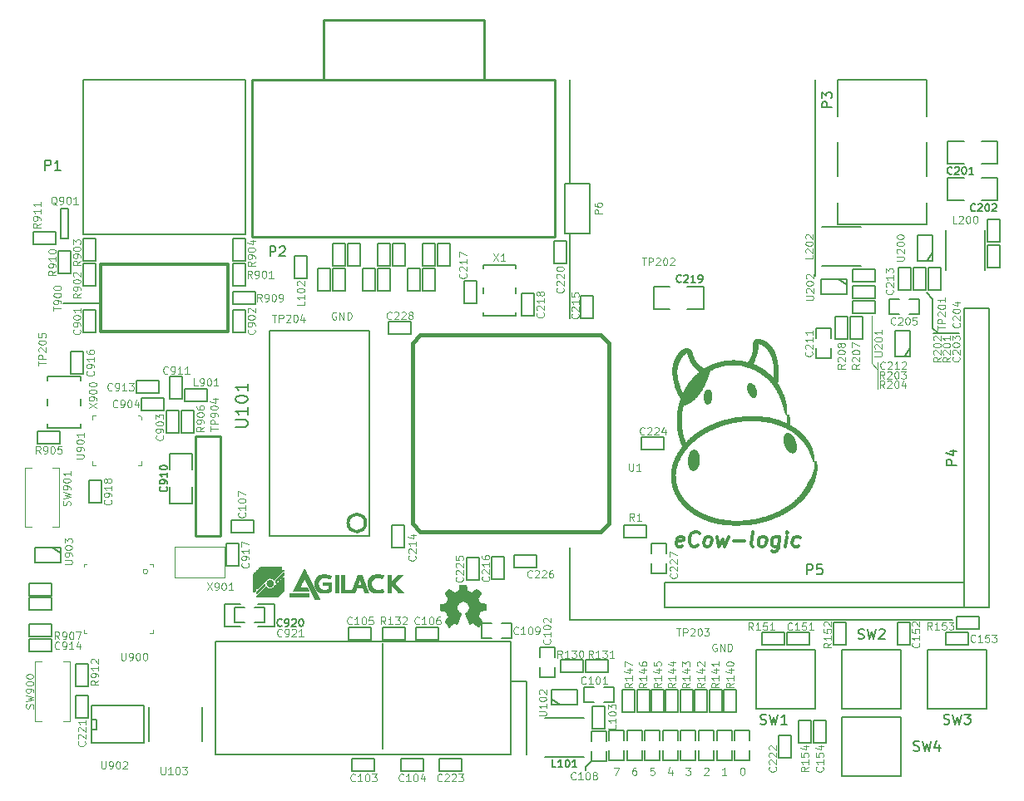
<source format=gto>
G04 (created by PCBNEW (2013-mar-13)-stable) date Thu 30 Jun 2016 11:10:47 AM CEST*
%MOIN*%
G04 Gerber Fmt 3.4, Leading zero omitted, Abs format*
%FSLAX34Y34*%
G01*
G70*
G90*
G04 APERTURE LIST*
%ADD10C,0.005906*%
%ADD11C,0.006000*%
%ADD12C,0.004000*%
%ADD13C,0.011811*%
%ADD14C,0.007874*%
%ADD15C,0.010000*%
%ADD16C,0.015000*%
%ADD17C,0.012000*%
%ADD18C,0.005000*%
%ADD19C,0.003000*%
%ADD20C,0.008000*%
%ADD21C,0.001100*%
%ADD22C,0.006300*%
G04 APERTURE END LIST*
G54D10*
G54D11*
X75980Y-29650D02*
X76190Y-29860D01*
X75980Y-28470D02*
X75980Y-29650D01*
G54D12*
X73525Y-31045D02*
X73775Y-31295D01*
G54D11*
X75980Y-28470D02*
X75720Y-28210D01*
X76005Y-29860D02*
X77045Y-29860D01*
G54D12*
X73525Y-29140D02*
X73525Y-31045D01*
X52061Y-29010D02*
X52032Y-28995D01*
X51990Y-28995D01*
X51947Y-29010D01*
X51918Y-29038D01*
X51904Y-29067D01*
X51890Y-29124D01*
X51890Y-29167D01*
X51904Y-29224D01*
X51918Y-29252D01*
X51947Y-29281D01*
X51990Y-29295D01*
X52018Y-29295D01*
X52061Y-29281D01*
X52075Y-29267D01*
X52075Y-29167D01*
X52018Y-29167D01*
X52204Y-29295D02*
X52204Y-28995D01*
X52375Y-29295D01*
X52375Y-28995D01*
X52518Y-29295D02*
X52518Y-28995D01*
X52590Y-28995D01*
X52632Y-29010D01*
X52661Y-29038D01*
X52675Y-29067D01*
X52690Y-29124D01*
X52690Y-29167D01*
X52675Y-29224D01*
X52661Y-29252D01*
X52632Y-29281D01*
X52590Y-29295D01*
X52518Y-29295D01*
X67311Y-42310D02*
X67282Y-42295D01*
X67240Y-42295D01*
X67197Y-42310D01*
X67168Y-42338D01*
X67154Y-42367D01*
X67140Y-42424D01*
X67140Y-42467D01*
X67154Y-42524D01*
X67168Y-42552D01*
X67197Y-42581D01*
X67240Y-42595D01*
X67268Y-42595D01*
X67311Y-42581D01*
X67325Y-42567D01*
X67325Y-42467D01*
X67268Y-42467D01*
X67454Y-42595D02*
X67454Y-42295D01*
X67625Y-42595D01*
X67625Y-42295D01*
X67768Y-42595D02*
X67768Y-42295D01*
X67840Y-42295D01*
X67882Y-42310D01*
X67911Y-42338D01*
X67925Y-42367D01*
X67940Y-42424D01*
X67940Y-42467D01*
X67925Y-42524D01*
X67911Y-42552D01*
X67882Y-42581D01*
X67840Y-42595D01*
X67768Y-42595D01*
G54D11*
X61417Y-29250D02*
X61417Y-25840D01*
G54D13*
X65942Y-38369D02*
X65882Y-38397D01*
X65770Y-38397D01*
X65717Y-38369D01*
X65696Y-38312D01*
X65724Y-38087D01*
X65759Y-38031D01*
X65819Y-38003D01*
X65932Y-38003D01*
X65984Y-38031D01*
X66005Y-38087D01*
X65998Y-38144D01*
X65710Y-38200D01*
X66564Y-38340D02*
X66533Y-38369D01*
X66445Y-38397D01*
X66389Y-38397D01*
X66308Y-38369D01*
X66258Y-38312D01*
X66237Y-38256D01*
X66223Y-38144D01*
X66234Y-38059D01*
X66276Y-37947D01*
X66311Y-37890D01*
X66374Y-37834D01*
X66462Y-37806D01*
X66519Y-37806D01*
X66599Y-37834D01*
X66624Y-37862D01*
X66895Y-38397D02*
X66842Y-38369D01*
X66817Y-38340D01*
X66796Y-38284D01*
X66817Y-38115D01*
X66853Y-38059D01*
X66884Y-38031D01*
X66944Y-38003D01*
X67028Y-38003D01*
X67081Y-38031D01*
X67106Y-38059D01*
X67127Y-38115D01*
X67106Y-38284D01*
X67070Y-38340D01*
X67039Y-38369D01*
X66979Y-38397D01*
X66895Y-38397D01*
X67338Y-38003D02*
X67401Y-38397D01*
X67549Y-38115D01*
X67626Y-38397D01*
X67788Y-38003D01*
X67991Y-38172D02*
X68441Y-38172D01*
X68779Y-38397D02*
X68726Y-38369D01*
X68705Y-38312D01*
X68768Y-37806D01*
X69088Y-38397D02*
X69035Y-38369D01*
X69011Y-38340D01*
X68990Y-38284D01*
X69011Y-38115D01*
X69046Y-38059D01*
X69078Y-38031D01*
X69137Y-38003D01*
X69222Y-38003D01*
X69274Y-38031D01*
X69299Y-38059D01*
X69320Y-38115D01*
X69299Y-38284D01*
X69264Y-38340D01*
X69232Y-38369D01*
X69173Y-38397D01*
X69088Y-38397D01*
X69840Y-38003D02*
X69781Y-38481D01*
X69746Y-38537D01*
X69714Y-38565D01*
X69654Y-38594D01*
X69570Y-38594D01*
X69517Y-38565D01*
X69795Y-38369D02*
X69735Y-38397D01*
X69622Y-38397D01*
X69570Y-38369D01*
X69545Y-38340D01*
X69524Y-38284D01*
X69545Y-38115D01*
X69580Y-38059D01*
X69612Y-38031D01*
X69672Y-38003D01*
X69784Y-38003D01*
X69837Y-38031D01*
X70072Y-38397D02*
X70122Y-38003D01*
X70146Y-37806D02*
X70115Y-37834D01*
X70139Y-37862D01*
X70171Y-37834D01*
X70146Y-37806D01*
X70139Y-37862D01*
X70610Y-38369D02*
X70550Y-38397D01*
X70438Y-38397D01*
X70385Y-38369D01*
X70361Y-38340D01*
X70340Y-38284D01*
X70361Y-38115D01*
X70396Y-38059D01*
X70427Y-38031D01*
X70487Y-38003D01*
X70600Y-38003D01*
X70652Y-38031D01*
G54D11*
X62070Y-47230D02*
X62070Y-47370D01*
X62305Y-46995D02*
X62070Y-47230D01*
G54D12*
X73775Y-31010D02*
X73775Y-32070D01*
X63200Y-47265D02*
X63400Y-47265D01*
X63271Y-47565D01*
X64077Y-47265D02*
X64020Y-47265D01*
X63991Y-47280D01*
X63977Y-47294D01*
X63948Y-47337D01*
X63934Y-47394D01*
X63934Y-47508D01*
X63948Y-47537D01*
X63962Y-47551D01*
X63991Y-47565D01*
X64048Y-47565D01*
X64077Y-47551D01*
X64091Y-47537D01*
X64105Y-47508D01*
X64105Y-47437D01*
X64091Y-47408D01*
X64077Y-47394D01*
X64048Y-47380D01*
X63991Y-47380D01*
X63962Y-47394D01*
X63948Y-47408D01*
X63934Y-47437D01*
X64811Y-47265D02*
X64668Y-47265D01*
X64654Y-47408D01*
X64668Y-47394D01*
X64697Y-47380D01*
X64768Y-47380D01*
X64797Y-47394D01*
X64811Y-47408D01*
X64825Y-47437D01*
X64825Y-47508D01*
X64811Y-47537D01*
X64797Y-47551D01*
X64768Y-47565D01*
X64697Y-47565D01*
X64668Y-47551D01*
X64654Y-47537D01*
X65517Y-47365D02*
X65517Y-47565D01*
X65445Y-47251D02*
X65374Y-47465D01*
X65560Y-47465D01*
X66080Y-47265D02*
X66265Y-47265D01*
X66165Y-47380D01*
X66208Y-47380D01*
X66237Y-47394D01*
X66251Y-47408D01*
X66265Y-47437D01*
X66265Y-47508D01*
X66251Y-47537D01*
X66237Y-47551D01*
X66208Y-47565D01*
X66122Y-47565D01*
X66094Y-47551D01*
X66080Y-47537D01*
X66814Y-47294D02*
X66828Y-47280D01*
X66857Y-47265D01*
X66928Y-47265D01*
X66957Y-47280D01*
X66971Y-47294D01*
X66985Y-47322D01*
X66985Y-47351D01*
X66971Y-47394D01*
X66800Y-47565D01*
X66985Y-47565D01*
X67705Y-47565D02*
X67534Y-47565D01*
X67620Y-47565D02*
X67620Y-47265D01*
X67591Y-47308D01*
X67562Y-47337D01*
X67534Y-47351D01*
X68335Y-47265D02*
X68364Y-47265D01*
X68392Y-47280D01*
X68407Y-47294D01*
X68421Y-47322D01*
X68435Y-47380D01*
X68435Y-47451D01*
X68421Y-47508D01*
X68407Y-47537D01*
X68392Y-47551D01*
X68364Y-47565D01*
X68335Y-47565D01*
X68307Y-47551D01*
X68292Y-47537D01*
X68278Y-47508D01*
X68264Y-47451D01*
X68264Y-47380D01*
X68278Y-47322D01*
X68292Y-47294D01*
X68307Y-47280D01*
X68335Y-47265D01*
G54D14*
X61417Y-19685D02*
X61417Y-23830D01*
G54D11*
X61417Y-41338D02*
X61417Y-38460D01*
X76771Y-41338D02*
X61417Y-41338D01*
X71259Y-19685D02*
X71259Y-27559D01*
G54D14*
X41140Y-28640D02*
X42620Y-28640D01*
G54D11*
X48421Y-19684D02*
X48421Y-25884D01*
X48421Y-19684D02*
X41925Y-19684D01*
X41925Y-25884D02*
X41925Y-19684D01*
X48421Y-25884D02*
X41925Y-25884D01*
G54D15*
X51560Y-17290D02*
X51560Y-19690D01*
X51560Y-17290D02*
X57990Y-17290D01*
X57990Y-17290D02*
X57990Y-19690D01*
X48710Y-19690D02*
X60840Y-19690D01*
X60840Y-19690D02*
X60840Y-25990D01*
X60840Y-25990D02*
X48710Y-25990D01*
X48710Y-19690D02*
X48710Y-25990D01*
G54D16*
X62995Y-30233D02*
X62680Y-29918D01*
X62680Y-29918D02*
X55430Y-29918D01*
X55430Y-29918D02*
X55115Y-30233D01*
X55115Y-30233D02*
X55115Y-37483D01*
X62995Y-37483D02*
X62995Y-30233D01*
X62680Y-37798D02*
X62995Y-37483D01*
X55430Y-37798D02*
X62680Y-37798D01*
X55115Y-37483D02*
X55430Y-37798D01*
G54D10*
X59685Y-43799D02*
X59055Y-43799D01*
X59685Y-43799D02*
X59685Y-46751D01*
X53933Y-42273D02*
X53933Y-46496D01*
X59055Y-42224D02*
X47244Y-42224D01*
X47244Y-42224D02*
X47244Y-46751D01*
X47244Y-46751D02*
X59055Y-46751D01*
X59055Y-42224D02*
X59055Y-46751D01*
G54D17*
X42623Y-29780D02*
X42623Y-27080D01*
X42623Y-27080D02*
X47723Y-27080D01*
X47723Y-27080D02*
X47723Y-29780D01*
X47723Y-29780D02*
X42623Y-29780D01*
X42623Y-29780D02*
X42633Y-29780D01*
G54D12*
X44720Y-41870D02*
X44720Y-41755D01*
X44720Y-41870D02*
X44605Y-41870D01*
X41960Y-41870D02*
X42075Y-41870D01*
X41960Y-41870D02*
X41960Y-41755D01*
X41960Y-39110D02*
X42075Y-39110D01*
X41960Y-39110D02*
X41960Y-39225D01*
X44520Y-39405D02*
G75*
G03X44520Y-39405I-95J0D01*
G74*
G01*
X44720Y-39110D02*
X44605Y-39110D01*
X44720Y-39110D02*
X44720Y-39225D01*
X44120Y-33150D02*
X44200Y-33150D01*
X44200Y-33150D02*
X44270Y-33220D01*
X44270Y-33220D02*
X44270Y-33300D01*
X44270Y-35130D02*
X44270Y-34980D01*
X44270Y-35130D02*
X44120Y-35130D01*
X42290Y-35130D02*
X42440Y-35130D01*
X42290Y-35130D02*
X42290Y-34980D01*
X42290Y-33150D02*
X42290Y-33300D01*
X42290Y-33150D02*
X42440Y-33150D01*
G54D18*
X42420Y-28910D02*
X42420Y-29810D01*
X42420Y-29810D02*
X41920Y-29810D01*
X41920Y-29810D02*
X41920Y-28910D01*
X41920Y-28910D02*
X42420Y-28910D01*
X48420Y-28910D02*
X48420Y-29810D01*
X48420Y-29810D02*
X47920Y-29810D01*
X47920Y-29810D02*
X47920Y-28910D01*
X47920Y-28910D02*
X48420Y-28910D01*
X51820Y-27230D02*
X51820Y-28130D01*
X51820Y-28130D02*
X51320Y-28130D01*
X51320Y-28130D02*
X51320Y-27230D01*
X51320Y-27230D02*
X51820Y-27230D01*
X51920Y-28130D02*
X51920Y-27230D01*
X51920Y-27230D02*
X52420Y-27230D01*
X52420Y-27230D02*
X52420Y-28130D01*
X52420Y-28130D02*
X51920Y-28130D01*
X51920Y-27130D02*
X51920Y-26230D01*
X51920Y-26230D02*
X52420Y-26230D01*
X52420Y-26230D02*
X52420Y-27130D01*
X52420Y-27130D02*
X51920Y-27130D01*
X52520Y-27130D02*
X52520Y-26230D01*
X52520Y-26230D02*
X53020Y-26230D01*
X53020Y-26230D02*
X53020Y-27130D01*
X53020Y-27130D02*
X52520Y-27130D01*
X53620Y-27230D02*
X53620Y-28130D01*
X53620Y-28130D02*
X53120Y-28130D01*
X53120Y-28130D02*
X53120Y-27230D01*
X53120Y-27230D02*
X53620Y-27230D01*
X53720Y-28130D02*
X53720Y-27230D01*
X53720Y-27230D02*
X54220Y-27230D01*
X54220Y-27230D02*
X54220Y-28130D01*
X54220Y-28130D02*
X53720Y-28130D01*
X53720Y-27130D02*
X53720Y-26230D01*
X53720Y-26230D02*
X54220Y-26230D01*
X54220Y-26230D02*
X54220Y-27130D01*
X54220Y-27130D02*
X53720Y-27130D01*
X54340Y-27130D02*
X54340Y-26230D01*
X54340Y-26230D02*
X54840Y-26230D01*
X54840Y-26230D02*
X54840Y-27130D01*
X54840Y-27130D02*
X54340Y-27130D01*
X55440Y-27230D02*
X55440Y-28130D01*
X55440Y-28130D02*
X54940Y-28130D01*
X54940Y-28130D02*
X54940Y-27230D01*
X54940Y-27230D02*
X55440Y-27230D01*
X55540Y-28130D02*
X55540Y-27230D01*
X55540Y-27230D02*
X56040Y-27230D01*
X56040Y-27230D02*
X56040Y-28130D01*
X56040Y-28130D02*
X55540Y-28130D01*
X55540Y-27130D02*
X55540Y-26230D01*
X55540Y-26230D02*
X56040Y-26230D01*
X56040Y-26230D02*
X56040Y-27130D01*
X56040Y-27130D02*
X55540Y-27130D01*
X56140Y-27130D02*
X56140Y-26230D01*
X56140Y-26230D02*
X56640Y-26230D01*
X56640Y-26230D02*
X56640Y-27130D01*
X56640Y-27130D02*
X56140Y-27130D01*
X48420Y-27050D02*
X48420Y-27950D01*
X48420Y-27950D02*
X47920Y-27950D01*
X47920Y-27950D02*
X47920Y-27050D01*
X47920Y-27050D02*
X48420Y-27050D01*
X41920Y-27950D02*
X41920Y-27050D01*
X41920Y-27050D02*
X42420Y-27050D01*
X42420Y-27050D02*
X42420Y-27950D01*
X42420Y-27950D02*
X41920Y-27950D01*
X41920Y-26950D02*
X41920Y-26050D01*
X41920Y-26050D02*
X42420Y-26050D01*
X42420Y-26050D02*
X42420Y-26950D01*
X42420Y-26950D02*
X41920Y-26950D01*
X48420Y-26050D02*
X48420Y-26950D01*
X48420Y-26950D02*
X47920Y-26950D01*
X47920Y-26950D02*
X47920Y-26050D01*
X47920Y-26050D02*
X48420Y-26050D01*
X45280Y-33860D02*
X45280Y-32960D01*
X45280Y-32960D02*
X45780Y-32960D01*
X45780Y-32960D02*
X45780Y-33860D01*
X45780Y-33860D02*
X45280Y-33860D01*
X44280Y-32440D02*
X45180Y-32440D01*
X45180Y-32440D02*
X45180Y-32940D01*
X45180Y-32940D02*
X44280Y-32940D01*
X44280Y-32940D02*
X44280Y-32440D01*
X46910Y-32590D02*
X46010Y-32590D01*
X46010Y-32590D02*
X46010Y-32090D01*
X46010Y-32090D02*
X46910Y-32090D01*
X46910Y-32090D02*
X46910Y-32590D01*
X41000Y-34280D02*
X40100Y-34280D01*
X40100Y-34280D02*
X40100Y-33780D01*
X40100Y-33780D02*
X41000Y-33780D01*
X41000Y-33780D02*
X41000Y-34280D01*
X46380Y-32960D02*
X46380Y-33860D01*
X46380Y-33860D02*
X45880Y-33860D01*
X45880Y-33860D02*
X45880Y-32960D01*
X45880Y-32960D02*
X46380Y-32960D01*
X44070Y-31760D02*
X44970Y-31760D01*
X44970Y-31760D02*
X44970Y-32260D01*
X44970Y-32260D02*
X44070Y-32260D01*
X44070Y-32260D02*
X44070Y-31760D01*
X45410Y-32490D02*
X45410Y-31590D01*
X45410Y-31590D02*
X45910Y-31590D01*
X45910Y-31590D02*
X45910Y-32490D01*
X45910Y-32490D02*
X45410Y-32490D01*
G54D11*
X53410Y-37982D02*
X49410Y-37982D01*
X49410Y-37982D02*
X49410Y-29734D01*
X49410Y-29734D02*
X53410Y-29734D01*
G54D17*
X53247Y-37458D02*
G75*
G03X53247Y-37458I-353J0D01*
G74*
G01*
G54D11*
X53410Y-29734D02*
X53410Y-37982D01*
G54D18*
X53610Y-47410D02*
X52710Y-47410D01*
X52710Y-47410D02*
X52710Y-46910D01*
X52710Y-46910D02*
X53610Y-46910D01*
X53610Y-46910D02*
X53610Y-47410D01*
X54650Y-46910D02*
X55550Y-46910D01*
X55550Y-46910D02*
X55550Y-47410D01*
X55550Y-47410D02*
X54650Y-47410D01*
X54650Y-47410D02*
X54650Y-46910D01*
X53480Y-42140D02*
X52580Y-42140D01*
X52580Y-42140D02*
X52580Y-41640D01*
X52580Y-41640D02*
X53480Y-41640D01*
X53480Y-41640D02*
X53480Y-42140D01*
X61070Y-42960D02*
X61970Y-42960D01*
X61970Y-42960D02*
X61970Y-43460D01*
X61970Y-43460D02*
X61070Y-43460D01*
X61070Y-43460D02*
X61070Y-42960D01*
X62070Y-42960D02*
X62970Y-42960D01*
X62970Y-42960D02*
X62970Y-43460D01*
X62970Y-43460D02*
X62070Y-43460D01*
X62070Y-43460D02*
X62070Y-42960D01*
X54830Y-42140D02*
X53930Y-42140D01*
X53930Y-42140D02*
X53930Y-41640D01*
X53930Y-41640D02*
X54830Y-41640D01*
X54830Y-41640D02*
X54830Y-42140D01*
X61020Y-44740D02*
X60720Y-44540D01*
X61720Y-44740D02*
X60695Y-44740D01*
X60695Y-44740D02*
X60695Y-44140D01*
X60695Y-44140D02*
X61720Y-44140D01*
X61720Y-44140D02*
X61720Y-44740D01*
G54D10*
X62002Y-45267D02*
X60427Y-45267D01*
X62002Y-46842D02*
X60427Y-46842D01*
G54D18*
X42260Y-46230D02*
X42260Y-46280D01*
X42260Y-46280D02*
X44360Y-46280D01*
X44360Y-44780D02*
X42260Y-44780D01*
X42260Y-44780D02*
X42260Y-46230D01*
X42260Y-45330D02*
X42460Y-45330D01*
X42460Y-45330D02*
X42460Y-45730D01*
X42460Y-45730D02*
X42260Y-45730D01*
X44360Y-44780D02*
X44360Y-46280D01*
X64510Y-38030D02*
X63610Y-38030D01*
X63610Y-38030D02*
X63610Y-37530D01*
X63610Y-37530D02*
X64510Y-37530D01*
X64510Y-37530D02*
X64510Y-38030D01*
X62400Y-44650D02*
X62000Y-44650D01*
X62000Y-44650D02*
X62000Y-44050D01*
X62000Y-44050D02*
X62400Y-44050D01*
X62800Y-44050D02*
X63200Y-44050D01*
X63200Y-44050D02*
X63200Y-44650D01*
X63200Y-44650D02*
X62800Y-44650D01*
X60225Y-42830D02*
X60225Y-42430D01*
X60225Y-42430D02*
X60825Y-42430D01*
X60825Y-42430D02*
X60825Y-42830D01*
X60825Y-43230D02*
X60825Y-43630D01*
X60825Y-43630D02*
X60225Y-43630D01*
X60225Y-43630D02*
X60225Y-43230D01*
X56180Y-42140D02*
X55280Y-42140D01*
X55280Y-42140D02*
X55280Y-41640D01*
X55280Y-41640D02*
X56180Y-41640D01*
X56180Y-41640D02*
X56180Y-42140D01*
X40680Y-42610D02*
X39780Y-42610D01*
X39780Y-42610D02*
X39780Y-42110D01*
X39780Y-42110D02*
X40680Y-42110D01*
X40680Y-42110D02*
X40680Y-42610D01*
X39780Y-41510D02*
X40680Y-41510D01*
X40680Y-41510D02*
X40680Y-42010D01*
X40680Y-42010D02*
X39780Y-42010D01*
X39780Y-42010D02*
X39780Y-41510D01*
G54D19*
X41390Y-45395D02*
X41130Y-45395D01*
X41390Y-45395D02*
X41390Y-43025D01*
X41390Y-43025D02*
X41130Y-43025D01*
X40010Y-45395D02*
X40270Y-45395D01*
X40010Y-45395D02*
X40010Y-43025D01*
X40010Y-43025D02*
X40270Y-43025D01*
G54D20*
X44577Y-44842D02*
X44577Y-46218D01*
X46702Y-46218D02*
X46702Y-44842D01*
G54D18*
X46310Y-34670D02*
X45410Y-34670D01*
X45410Y-34670D02*
X45410Y-35320D01*
X46310Y-36020D02*
X46310Y-36670D01*
X46310Y-36670D02*
X45410Y-36670D01*
X45410Y-36670D02*
X45410Y-36020D01*
X46310Y-35320D02*
X46310Y-34670D01*
X40680Y-40370D02*
X39780Y-40370D01*
X39780Y-40370D02*
X39780Y-39870D01*
X39780Y-39870D02*
X40680Y-39870D01*
X40680Y-39870D02*
X40680Y-40370D01*
G54D19*
X39590Y-35232D02*
X39850Y-35232D01*
X39590Y-35232D02*
X39590Y-37602D01*
X39590Y-37602D02*
X39850Y-37602D01*
X40970Y-35232D02*
X40710Y-35232D01*
X40970Y-35232D02*
X40970Y-37602D01*
X40970Y-37602D02*
X40710Y-37602D01*
G54D10*
X75721Y-22186D02*
X75721Y-23556D01*
X72178Y-22186D02*
X72178Y-23556D01*
X75721Y-25478D02*
X75721Y-24606D01*
X72178Y-25478D02*
X72178Y-24606D01*
X72178Y-25478D02*
X75721Y-25478D01*
X72178Y-19691D02*
X72178Y-21136D01*
X75721Y-19691D02*
X75721Y-21136D01*
X72178Y-19691D02*
X75721Y-19691D01*
G54D18*
X68040Y-46190D02*
X68040Y-45790D01*
X68040Y-45790D02*
X68640Y-45790D01*
X68640Y-45790D02*
X68640Y-46190D01*
X68640Y-46590D02*
X68640Y-46990D01*
X68640Y-46990D02*
X68040Y-46990D01*
X68040Y-46990D02*
X68040Y-46590D01*
X68100Y-44160D02*
X68100Y-45060D01*
X68100Y-45060D02*
X67600Y-45060D01*
X67600Y-45060D02*
X67600Y-44160D01*
X67600Y-44160D02*
X68100Y-44160D01*
X63000Y-46190D02*
X63000Y-45790D01*
X63000Y-45790D02*
X63600Y-45790D01*
X63600Y-45790D02*
X63600Y-46190D01*
X63600Y-46590D02*
X63600Y-46990D01*
X63600Y-46990D02*
X63000Y-46990D01*
X63000Y-46990D02*
X63000Y-46590D01*
X64040Y-44160D02*
X64040Y-45060D01*
X64040Y-45060D02*
X63540Y-45060D01*
X63540Y-45060D02*
X63540Y-44160D01*
X63540Y-44160D02*
X64040Y-44160D01*
X67520Y-44160D02*
X67520Y-45060D01*
X67520Y-45060D02*
X67020Y-45060D01*
X67020Y-45060D02*
X67020Y-44160D01*
X67020Y-44160D02*
X67520Y-44160D01*
X66940Y-44160D02*
X66940Y-45060D01*
X66940Y-45060D02*
X66440Y-45060D01*
X66440Y-45060D02*
X66440Y-44160D01*
X66440Y-44160D02*
X66940Y-44160D01*
X66360Y-44160D02*
X66360Y-45060D01*
X66360Y-45060D02*
X65860Y-45060D01*
X65860Y-45060D02*
X65860Y-44160D01*
X65860Y-44160D02*
X66360Y-44160D01*
X65780Y-44160D02*
X65780Y-45060D01*
X65780Y-45060D02*
X65280Y-45060D01*
X65280Y-45060D02*
X65280Y-44160D01*
X65280Y-44160D02*
X65780Y-44160D01*
X65200Y-44160D02*
X65200Y-45060D01*
X65200Y-45060D02*
X64700Y-45060D01*
X64700Y-45060D02*
X64700Y-44160D01*
X64700Y-44160D02*
X65200Y-44160D01*
X64620Y-44160D02*
X64620Y-45060D01*
X64620Y-45060D02*
X64120Y-45060D01*
X64120Y-45060D02*
X64120Y-44160D01*
X64120Y-44160D02*
X64620Y-44160D01*
X67320Y-46190D02*
X67320Y-45790D01*
X67320Y-45790D02*
X67920Y-45790D01*
X67920Y-45790D02*
X67920Y-46190D01*
X67920Y-46590D02*
X67920Y-46990D01*
X67920Y-46990D02*
X67320Y-46990D01*
X67320Y-46990D02*
X67320Y-46590D01*
X66600Y-46190D02*
X66600Y-45790D01*
X66600Y-45790D02*
X67200Y-45790D01*
X67200Y-45790D02*
X67200Y-46190D01*
X67200Y-46590D02*
X67200Y-46990D01*
X67200Y-46990D02*
X66600Y-46990D01*
X66600Y-46990D02*
X66600Y-46590D01*
X65880Y-46190D02*
X65880Y-45790D01*
X65880Y-45790D02*
X66480Y-45790D01*
X66480Y-45790D02*
X66480Y-46190D01*
X66480Y-46590D02*
X66480Y-46990D01*
X66480Y-46990D02*
X65880Y-46990D01*
X65880Y-46990D02*
X65880Y-46590D01*
X65160Y-46190D02*
X65160Y-45790D01*
X65160Y-45790D02*
X65760Y-45790D01*
X65760Y-45790D02*
X65760Y-46190D01*
X65760Y-46590D02*
X65760Y-46990D01*
X65760Y-46990D02*
X65160Y-46990D01*
X65160Y-46990D02*
X65160Y-46590D01*
X64440Y-46190D02*
X64440Y-45790D01*
X64440Y-45790D02*
X65040Y-45790D01*
X65040Y-45790D02*
X65040Y-46190D01*
X65040Y-46590D02*
X65040Y-46990D01*
X65040Y-46990D02*
X64440Y-46990D01*
X64440Y-46990D02*
X64440Y-46590D01*
X63720Y-46190D02*
X63720Y-45790D01*
X63720Y-45790D02*
X64320Y-45790D01*
X64320Y-45790D02*
X64320Y-46190D01*
X64320Y-46590D02*
X64320Y-46990D01*
X64320Y-46990D02*
X63720Y-46990D01*
X63720Y-46990D02*
X63720Y-46590D01*
X76570Y-22150D02*
X76570Y-23050D01*
X76570Y-23050D02*
X77220Y-23050D01*
X77920Y-22150D02*
X78570Y-22150D01*
X78570Y-22150D02*
X78570Y-23050D01*
X78570Y-23050D02*
X77920Y-23050D01*
X77220Y-22150D02*
X76570Y-22150D01*
X76570Y-23620D02*
X76570Y-24520D01*
X76570Y-24520D02*
X77220Y-24520D01*
X77920Y-23620D02*
X78570Y-23620D01*
X78570Y-23620D02*
X78570Y-24520D01*
X78570Y-24520D02*
X77920Y-24520D01*
X77220Y-23620D02*
X76570Y-23620D01*
X75810Y-28110D02*
X75810Y-27210D01*
X75810Y-27210D02*
X76310Y-27210D01*
X76310Y-27210D02*
X76310Y-28110D01*
X76310Y-28110D02*
X75810Y-28110D01*
G54D10*
X76482Y-25722D02*
X76482Y-27297D01*
X78057Y-25722D02*
X78057Y-27297D01*
G54D18*
X75210Y-28110D02*
X75210Y-27210D01*
X75210Y-27210D02*
X75710Y-27210D01*
X75710Y-27210D02*
X75710Y-28110D01*
X75710Y-28110D02*
X75210Y-28110D01*
X75110Y-27210D02*
X75110Y-28110D01*
X75110Y-28110D02*
X74610Y-28110D01*
X74610Y-28110D02*
X74610Y-27210D01*
X74610Y-27210D02*
X75110Y-27210D01*
X75960Y-26620D02*
X75760Y-26920D01*
X75960Y-25920D02*
X75960Y-26945D01*
X75960Y-26945D02*
X75360Y-26945D01*
X75360Y-26945D02*
X75360Y-25920D01*
X75360Y-25920D02*
X75960Y-25920D01*
G54D12*
X47590Y-39660D02*
X45610Y-39660D01*
X45610Y-39660D02*
X45610Y-38400D01*
X45610Y-38400D02*
X47590Y-38400D01*
X47590Y-38400D02*
X47590Y-39660D01*
G54D18*
X41440Y-31480D02*
X41440Y-30580D01*
X41440Y-30580D02*
X41940Y-30580D01*
X41940Y-30580D02*
X41940Y-31480D01*
X41940Y-31480D02*
X41440Y-31480D01*
X47660Y-39180D02*
X47660Y-38280D01*
X47660Y-38280D02*
X48160Y-38280D01*
X48160Y-38280D02*
X48160Y-39180D01*
X48160Y-39180D02*
X47660Y-39180D01*
X42650Y-35750D02*
X42650Y-36650D01*
X42650Y-36650D02*
X42150Y-36650D01*
X42150Y-36650D02*
X42150Y-35750D01*
X42150Y-35750D02*
X42650Y-35750D01*
X47590Y-40710D02*
X47590Y-41610D01*
X47590Y-41610D02*
X48240Y-41610D01*
X48940Y-40710D02*
X49590Y-40710D01*
X49590Y-40710D02*
X49590Y-41610D01*
X49590Y-41610D02*
X48940Y-41610D01*
X48240Y-40710D02*
X47590Y-40710D01*
X48820Y-28680D02*
X47920Y-28680D01*
X47920Y-28680D02*
X47920Y-28180D01*
X47920Y-28180D02*
X48820Y-28180D01*
X48820Y-28180D02*
X48820Y-28680D01*
X40930Y-27450D02*
X40930Y-26550D01*
X40930Y-26550D02*
X41430Y-26550D01*
X41430Y-26550D02*
X41430Y-27450D01*
X41430Y-27450D02*
X40930Y-27450D01*
X41330Y-24830D02*
X41330Y-26030D01*
X41330Y-26030D02*
X41030Y-26030D01*
X41030Y-26030D02*
X41030Y-24830D01*
X41030Y-24830D02*
X41330Y-24830D01*
X39930Y-25790D02*
X40830Y-25790D01*
X40830Y-25790D02*
X40830Y-26290D01*
X40830Y-26290D02*
X39930Y-26290D01*
X39930Y-26290D02*
X39930Y-25790D01*
X42130Y-43100D02*
X42130Y-44000D01*
X42130Y-44000D02*
X41630Y-44000D01*
X41630Y-44000D02*
X41630Y-43100D01*
X41630Y-43100D02*
X42130Y-43100D01*
G54D15*
X46420Y-37980D02*
X46420Y-33980D01*
X47420Y-37980D02*
X47420Y-33980D01*
X47420Y-33980D02*
X46420Y-33980D01*
X46420Y-37980D02*
X47420Y-37980D01*
G54D18*
X75080Y-30450D02*
X74880Y-30750D01*
X75080Y-29750D02*
X75080Y-30775D01*
X75080Y-30775D02*
X74480Y-30775D01*
X74480Y-30775D02*
X74480Y-29750D01*
X74480Y-29750D02*
X75080Y-29750D01*
G54D10*
X71532Y-27157D02*
X73107Y-27157D01*
X71532Y-25582D02*
X73107Y-25582D01*
G54D18*
X72190Y-27690D02*
X72490Y-27890D01*
X71490Y-27690D02*
X72515Y-27690D01*
X72515Y-27690D02*
X72515Y-28290D01*
X72515Y-28290D02*
X71490Y-28290D01*
X71490Y-28290D02*
X71490Y-27690D01*
X72780Y-27270D02*
X73680Y-27270D01*
X73680Y-27270D02*
X73680Y-27770D01*
X73680Y-27770D02*
X72780Y-27770D01*
X72780Y-27770D02*
X72780Y-27270D01*
X73680Y-28440D02*
X72780Y-28440D01*
X72780Y-28440D02*
X72780Y-27940D01*
X72780Y-27940D02*
X73680Y-27940D01*
X73680Y-27940D02*
X73680Y-28440D01*
X72780Y-28540D02*
X73680Y-28540D01*
X73680Y-28540D02*
X73680Y-29040D01*
X73680Y-29040D02*
X72780Y-29040D01*
X72780Y-29040D02*
X72780Y-28540D01*
X54810Y-37560D02*
X54810Y-38460D01*
X54810Y-38460D02*
X54310Y-38460D01*
X54310Y-38460D02*
X54310Y-37560D01*
X54310Y-37560D02*
X54810Y-37560D01*
X48750Y-37860D02*
X47850Y-37860D01*
X47850Y-37860D02*
X47850Y-37360D01*
X47850Y-37360D02*
X48750Y-37360D01*
X48750Y-37360D02*
X48750Y-37860D01*
X57210Y-28660D02*
X57210Y-27760D01*
X57210Y-27760D02*
X57710Y-27760D01*
X57710Y-27760D02*
X57710Y-28660D01*
X57710Y-28660D02*
X57210Y-28660D01*
X59490Y-29140D02*
X59490Y-28240D01*
X59490Y-28240D02*
X59990Y-28240D01*
X59990Y-28240D02*
X59990Y-29140D01*
X59990Y-29140D02*
X59490Y-29140D01*
X61860Y-29250D02*
X61860Y-28350D01*
X61860Y-28350D02*
X62360Y-28350D01*
X62360Y-28350D02*
X62360Y-29250D01*
X62360Y-29250D02*
X61860Y-29250D01*
X58800Y-38820D02*
X58800Y-39720D01*
X58800Y-39720D02*
X58300Y-39720D01*
X58300Y-39720D02*
X58300Y-38820D01*
X58300Y-38820D02*
X58800Y-38820D01*
X64790Y-27990D02*
X64790Y-28890D01*
X64790Y-28890D02*
X65440Y-28890D01*
X66140Y-27990D02*
X66790Y-27990D01*
X66790Y-27990D02*
X66790Y-28890D01*
X66790Y-28890D02*
X66140Y-28890D01*
X65440Y-27990D02*
X64790Y-27990D01*
X60800Y-27040D02*
X60800Y-26140D01*
X60800Y-26140D02*
X61300Y-26140D01*
X61300Y-26140D02*
X61300Y-27040D01*
X61300Y-27040D02*
X60800Y-27040D01*
X50410Y-27630D02*
X50410Y-26730D01*
X50410Y-26730D02*
X50910Y-26730D01*
X50910Y-26730D02*
X50910Y-27630D01*
X50910Y-27630D02*
X50410Y-27630D01*
G54D21*
X57080Y-39930D02*
X57180Y-39930D01*
X57020Y-39940D02*
X57270Y-39940D01*
X57020Y-39950D02*
X57270Y-39950D01*
X57010Y-39960D02*
X57280Y-39960D01*
X57010Y-39970D02*
X57280Y-39970D01*
X57010Y-39980D02*
X57280Y-39980D01*
X57010Y-39990D02*
X57280Y-39990D01*
X57010Y-40000D02*
X57280Y-40000D01*
X57010Y-40010D02*
X57280Y-40010D01*
X57000Y-40020D02*
X57290Y-40020D01*
X57000Y-40030D02*
X57290Y-40030D01*
X57000Y-40040D02*
X57290Y-40040D01*
X57000Y-40050D02*
X57290Y-40050D01*
X57000Y-40060D02*
X57290Y-40060D01*
X56990Y-40070D02*
X57290Y-40070D01*
X56990Y-40080D02*
X57300Y-40080D01*
X56990Y-40090D02*
X57300Y-40090D01*
X56990Y-40100D02*
X57300Y-40100D01*
X56990Y-40110D02*
X57300Y-40110D01*
X56580Y-40120D02*
X56610Y-40120D01*
X56990Y-40120D02*
X57300Y-40120D01*
X57670Y-40120D02*
X57710Y-40120D01*
X56570Y-40130D02*
X56620Y-40130D01*
X56980Y-40130D02*
X57300Y-40130D01*
X57650Y-40130D02*
X57720Y-40130D01*
X56560Y-40140D02*
X56640Y-40140D01*
X56980Y-40140D02*
X57300Y-40140D01*
X57640Y-40140D02*
X57730Y-40140D01*
X56540Y-40150D02*
X56650Y-40150D01*
X56980Y-40150D02*
X57310Y-40150D01*
X57620Y-40150D02*
X57750Y-40150D01*
X56530Y-40160D02*
X56670Y-40160D01*
X56980Y-40160D02*
X57310Y-40160D01*
X57610Y-40160D02*
X57760Y-40160D01*
X56520Y-40170D02*
X56680Y-40170D01*
X56980Y-40170D02*
X57310Y-40170D01*
X57590Y-40170D02*
X57770Y-40170D01*
X56510Y-40180D02*
X56690Y-40180D01*
X56970Y-40180D02*
X57310Y-40180D01*
X57580Y-40180D02*
X57780Y-40180D01*
X56500Y-40190D02*
X56710Y-40190D01*
X56940Y-40190D02*
X57350Y-40190D01*
X57560Y-40190D02*
X57790Y-40190D01*
X56490Y-40200D02*
X56720Y-40200D01*
X56910Y-40200D02*
X57380Y-40200D01*
X57550Y-40200D02*
X57800Y-40200D01*
X56480Y-40210D02*
X56740Y-40210D01*
X56880Y-40210D02*
X57400Y-40210D01*
X57530Y-40210D02*
X57810Y-40210D01*
X56470Y-40220D02*
X56750Y-40220D01*
X56860Y-40220D02*
X57430Y-40220D01*
X57520Y-40220D02*
X57820Y-40220D01*
X56460Y-40230D02*
X56760Y-40230D01*
X56840Y-40230D02*
X57450Y-40230D01*
X57510Y-40230D02*
X57830Y-40230D01*
X56450Y-40240D02*
X56780Y-40240D01*
X56820Y-40240D02*
X57470Y-40240D01*
X57490Y-40240D02*
X57840Y-40240D01*
X56440Y-40250D02*
X56790Y-40250D01*
X56800Y-40250D02*
X57850Y-40250D01*
X56430Y-40260D02*
X57850Y-40260D01*
X56430Y-40270D02*
X57860Y-40270D01*
X56420Y-40280D02*
X57860Y-40280D01*
X56420Y-40290D02*
X57860Y-40290D01*
X56430Y-40300D02*
X57860Y-40300D01*
X56430Y-40310D02*
X57850Y-40310D01*
X56440Y-40320D02*
X57850Y-40320D01*
X56450Y-40330D02*
X57840Y-40330D01*
X56450Y-40340D02*
X57830Y-40340D01*
X56460Y-40350D02*
X57820Y-40350D01*
X56470Y-40360D02*
X57820Y-40360D01*
X56480Y-40370D02*
X57810Y-40370D01*
X56480Y-40380D02*
X57800Y-40380D01*
X56490Y-40390D02*
X57800Y-40390D01*
X56500Y-40400D02*
X57790Y-40400D01*
X56500Y-40410D02*
X57780Y-40410D01*
X56510Y-40420D02*
X57770Y-40420D01*
X56520Y-40430D02*
X57770Y-40430D01*
X56520Y-40440D02*
X57760Y-40440D01*
X56530Y-40450D02*
X57750Y-40450D01*
X56540Y-40460D02*
X57740Y-40460D01*
X56540Y-40470D02*
X57740Y-40470D01*
X56550Y-40480D02*
X57730Y-40480D01*
X56550Y-40490D02*
X57730Y-40490D01*
X56550Y-40500D02*
X57740Y-40500D01*
X56540Y-40510D02*
X57750Y-40510D01*
X56540Y-40520D02*
X57750Y-40520D01*
X56530Y-40530D02*
X57760Y-40530D01*
X56530Y-40540D02*
X57760Y-40540D01*
X56520Y-40550D02*
X57770Y-40550D01*
X56520Y-40560D02*
X57770Y-40560D01*
X56510Y-40570D02*
X57780Y-40570D01*
X56510Y-40580D02*
X57780Y-40580D01*
X56500Y-40590D02*
X57780Y-40590D01*
X56500Y-40600D02*
X57100Y-40600D01*
X57190Y-40600D02*
X57790Y-40600D01*
X56500Y-40610D02*
X57070Y-40610D01*
X57220Y-40610D02*
X57790Y-40610D01*
X56490Y-40620D02*
X57040Y-40620D01*
X57250Y-40620D02*
X57800Y-40620D01*
X56490Y-40630D02*
X57020Y-40630D01*
X57270Y-40630D02*
X57800Y-40630D01*
X56490Y-40640D02*
X57010Y-40640D01*
X57280Y-40640D02*
X57800Y-40640D01*
X56480Y-40650D02*
X56990Y-40650D01*
X57300Y-40650D02*
X57810Y-40650D01*
X56480Y-40660D02*
X56980Y-40660D01*
X57310Y-40660D02*
X57840Y-40660D01*
X56480Y-40670D02*
X56970Y-40670D01*
X57320Y-40670D02*
X57900Y-40670D01*
X56470Y-40680D02*
X56960Y-40680D01*
X57330Y-40680D02*
X57950Y-40680D01*
X56410Y-40690D02*
X56950Y-40690D01*
X57340Y-40690D02*
X58010Y-40690D01*
X56350Y-40700D02*
X56950Y-40700D01*
X57340Y-40700D02*
X58050Y-40700D01*
X56290Y-40710D02*
X56940Y-40710D01*
X57350Y-40710D02*
X58050Y-40710D01*
X56240Y-40720D02*
X56930Y-40720D01*
X57360Y-40720D02*
X58060Y-40720D01*
X56230Y-40730D02*
X56930Y-40730D01*
X57360Y-40730D02*
X58060Y-40730D01*
X56230Y-40740D02*
X56920Y-40740D01*
X57370Y-40740D02*
X58060Y-40740D01*
X56230Y-40750D02*
X56920Y-40750D01*
X57370Y-40750D02*
X58060Y-40750D01*
X56230Y-40760D02*
X56910Y-40760D01*
X57380Y-40760D02*
X58060Y-40760D01*
X56230Y-40770D02*
X56910Y-40770D01*
X57380Y-40770D02*
X58060Y-40770D01*
X56230Y-40780D02*
X56910Y-40780D01*
X57380Y-40780D02*
X58060Y-40780D01*
X56230Y-40790D02*
X56910Y-40790D01*
X57390Y-40790D02*
X58060Y-40790D01*
X56230Y-40800D02*
X56900Y-40800D01*
X57390Y-40800D02*
X58060Y-40800D01*
X56230Y-40810D02*
X56900Y-40810D01*
X57390Y-40810D02*
X58070Y-40810D01*
X56220Y-40820D02*
X56900Y-40820D01*
X57390Y-40820D02*
X58070Y-40820D01*
X56220Y-40830D02*
X56900Y-40830D01*
X57390Y-40830D02*
X58070Y-40830D01*
X56220Y-40840D02*
X56900Y-40840D01*
X57390Y-40840D02*
X58070Y-40840D01*
X56220Y-40850D02*
X56900Y-40850D01*
X57390Y-40850D02*
X58070Y-40850D01*
X56220Y-40860D02*
X56900Y-40860D01*
X57390Y-40860D02*
X58070Y-40860D01*
X56220Y-40870D02*
X56900Y-40870D01*
X57390Y-40870D02*
X58070Y-40870D01*
X56220Y-40880D02*
X56900Y-40880D01*
X57390Y-40880D02*
X58070Y-40880D01*
X56220Y-40890D02*
X56900Y-40890D01*
X57390Y-40890D02*
X58070Y-40890D01*
X56220Y-40900D02*
X56910Y-40900D01*
X57390Y-40900D02*
X58070Y-40900D01*
X56230Y-40910D02*
X56910Y-40910D01*
X57380Y-40910D02*
X58070Y-40910D01*
X56230Y-40920D02*
X56910Y-40920D01*
X57380Y-40920D02*
X58060Y-40920D01*
X56230Y-40930D02*
X56920Y-40930D01*
X57380Y-40930D02*
X58060Y-40930D01*
X56230Y-40940D02*
X56920Y-40940D01*
X57370Y-40940D02*
X58060Y-40940D01*
X56230Y-40950D02*
X56920Y-40950D01*
X57370Y-40950D02*
X58050Y-40950D01*
X56230Y-40960D02*
X56930Y-40960D01*
X57360Y-40960D02*
X57990Y-40960D01*
X56270Y-40970D02*
X56940Y-40970D01*
X57360Y-40970D02*
X57930Y-40970D01*
X56320Y-40980D02*
X56940Y-40980D01*
X57350Y-40980D02*
X57860Y-40980D01*
X56380Y-40990D02*
X56950Y-40990D01*
X57340Y-40990D02*
X57820Y-40990D01*
X56430Y-41000D02*
X56960Y-41000D01*
X57330Y-41000D02*
X57820Y-41000D01*
X56470Y-41010D02*
X56970Y-41010D01*
X57330Y-41010D02*
X57820Y-41010D01*
X56480Y-41020D02*
X56970Y-41020D01*
X57320Y-41020D02*
X57810Y-41020D01*
X56480Y-41030D02*
X56990Y-41030D01*
X57300Y-41030D02*
X57810Y-41030D01*
X56480Y-41040D02*
X57000Y-41040D01*
X57290Y-41040D02*
X57810Y-41040D01*
X56480Y-41050D02*
X57010Y-41050D01*
X57280Y-41050D02*
X57810Y-41050D01*
X56490Y-41060D02*
X57030Y-41060D01*
X57260Y-41060D02*
X57800Y-41060D01*
X56490Y-41070D02*
X57050Y-41070D01*
X57240Y-41070D02*
X57800Y-41070D01*
X56490Y-41080D02*
X57060Y-41080D01*
X57240Y-41080D02*
X57800Y-41080D01*
X56500Y-41090D02*
X57060Y-41090D01*
X57240Y-41090D02*
X57790Y-41090D01*
X56500Y-41100D02*
X57060Y-41100D01*
X57240Y-41100D02*
X57790Y-41100D01*
X56500Y-41110D02*
X57050Y-41110D01*
X57250Y-41110D02*
X57780Y-41110D01*
X56510Y-41120D02*
X57050Y-41120D01*
X57250Y-41120D02*
X57780Y-41120D01*
X56510Y-41130D02*
X57050Y-41130D01*
X57250Y-41130D02*
X57780Y-41130D01*
X56520Y-41140D02*
X57040Y-41140D01*
X57260Y-41140D02*
X57770Y-41140D01*
X56520Y-41150D02*
X57040Y-41150D01*
X57260Y-41150D02*
X57770Y-41150D01*
X56530Y-41160D02*
X57030Y-41160D01*
X57270Y-41160D02*
X57760Y-41160D01*
X56530Y-41170D02*
X57030Y-41170D01*
X57270Y-41170D02*
X57760Y-41170D01*
X56540Y-41180D02*
X57030Y-41180D01*
X57270Y-41180D02*
X57750Y-41180D01*
X56540Y-41190D02*
X57020Y-41190D01*
X57280Y-41190D02*
X57760Y-41190D01*
X56550Y-41200D02*
X57020Y-41200D01*
X57280Y-41200D02*
X57760Y-41200D01*
X56550Y-41210D02*
X57020Y-41210D01*
X57290Y-41210D02*
X57770Y-41210D01*
X56550Y-41220D02*
X57010Y-41220D01*
X57290Y-41220D02*
X57780Y-41220D01*
X56550Y-41230D02*
X57010Y-41230D01*
X57290Y-41230D02*
X57790Y-41230D01*
X56540Y-41240D02*
X57010Y-41240D01*
X57300Y-41240D02*
X57790Y-41240D01*
X56530Y-41250D02*
X57000Y-41250D01*
X57300Y-41250D02*
X57800Y-41250D01*
X56520Y-41260D02*
X57000Y-41260D01*
X57300Y-41260D02*
X57810Y-41260D01*
X56520Y-41270D02*
X57000Y-41270D01*
X57310Y-41270D02*
X57810Y-41270D01*
X56510Y-41280D02*
X56990Y-41280D01*
X57310Y-41280D02*
X57820Y-41280D01*
X56500Y-41290D02*
X56990Y-41290D01*
X57320Y-41290D02*
X57830Y-41290D01*
X56490Y-41300D02*
X56990Y-41300D01*
X57320Y-41300D02*
X57830Y-41300D01*
X56490Y-41310D02*
X56980Y-41310D01*
X57320Y-41310D02*
X57840Y-41310D01*
X56480Y-41320D02*
X56980Y-41320D01*
X57330Y-41320D02*
X57850Y-41320D01*
X56470Y-41330D02*
X56970Y-41330D01*
X57330Y-41330D02*
X57850Y-41330D01*
X56470Y-41340D02*
X56970Y-41340D01*
X57340Y-41340D02*
X57860Y-41340D01*
X56460Y-41350D02*
X56970Y-41350D01*
X57340Y-41350D02*
X57870Y-41350D01*
X56450Y-41360D02*
X56960Y-41360D01*
X57340Y-41360D02*
X57880Y-41360D01*
X56440Y-41370D02*
X56960Y-41370D01*
X57350Y-41370D02*
X57880Y-41370D01*
X56440Y-41380D02*
X56960Y-41380D01*
X57350Y-41380D02*
X57890Y-41380D01*
X56430Y-41390D02*
X56950Y-41390D01*
X57360Y-41390D02*
X57890Y-41390D01*
X56420Y-41400D02*
X56950Y-41400D01*
X57360Y-41400D02*
X57890Y-41400D01*
X56420Y-41410D02*
X56950Y-41410D01*
X57360Y-41410D02*
X57880Y-41410D01*
X56420Y-41420D02*
X56940Y-41420D01*
X57370Y-41420D02*
X57870Y-41420D01*
X56420Y-41430D02*
X56940Y-41430D01*
X57370Y-41430D02*
X57860Y-41430D01*
X56430Y-41440D02*
X56940Y-41440D01*
X57370Y-41440D02*
X57850Y-41440D01*
X56440Y-41450D02*
X56930Y-41450D01*
X57380Y-41450D02*
X57850Y-41450D01*
X56450Y-41460D02*
X56930Y-41460D01*
X57380Y-41460D02*
X57520Y-41460D01*
X57540Y-41460D02*
X57840Y-41460D01*
X56460Y-41470D02*
X56930Y-41470D01*
X57390Y-41470D02*
X57490Y-41470D01*
X57570Y-41470D02*
X57830Y-41470D01*
X56470Y-41480D02*
X56770Y-41480D01*
X56820Y-41480D02*
X56920Y-41480D01*
X57390Y-41480D02*
X57470Y-41480D01*
X57580Y-41480D02*
X57820Y-41480D01*
X56480Y-41490D02*
X56750Y-41490D01*
X56850Y-41490D02*
X56920Y-41490D01*
X57390Y-41490D02*
X57450Y-41490D01*
X57590Y-41490D02*
X57810Y-41490D01*
X56490Y-41500D02*
X56730Y-41500D01*
X56870Y-41500D02*
X56910Y-41500D01*
X57400Y-41500D02*
X57430Y-41500D01*
X57600Y-41500D02*
X57820Y-41500D01*
X56500Y-41510D02*
X56720Y-41510D01*
X56890Y-41510D02*
X56910Y-41510D01*
X57400Y-41510D02*
X57410Y-41510D01*
X57600Y-41510D02*
X57820Y-41510D01*
X56510Y-41520D02*
X56700Y-41520D01*
X57620Y-41520D02*
X57820Y-41520D01*
X56520Y-41530D02*
X56690Y-41530D01*
X57630Y-41530D02*
X57820Y-41530D01*
X56520Y-41540D02*
X56670Y-41540D01*
X57640Y-41540D02*
X57820Y-41540D01*
X56520Y-41550D02*
X56660Y-41550D01*
X57660Y-41550D02*
X57820Y-41550D01*
X56520Y-41560D02*
X56650Y-41560D01*
X57680Y-41560D02*
X57810Y-41560D01*
X56530Y-41570D02*
X56640Y-41570D01*
X57700Y-41570D02*
X57810Y-41570D01*
X56530Y-41580D02*
X56630Y-41580D01*
X57710Y-41580D02*
X57800Y-41580D01*
X56540Y-41590D02*
X56630Y-41590D01*
X57720Y-41590D02*
X57800Y-41590D01*
X56550Y-41600D02*
X56620Y-41600D01*
X57730Y-41600D02*
X57790Y-41600D01*
X56560Y-41610D02*
X56620Y-41610D01*
X57740Y-41610D02*
X57780Y-41610D01*
X56570Y-41620D02*
X56610Y-41620D01*
X57750Y-41620D02*
X57770Y-41620D01*
X56580Y-41630D02*
X56610Y-41630D01*
G54D18*
X70140Y-41850D02*
X71040Y-41850D01*
X71040Y-41850D02*
X71040Y-42350D01*
X71040Y-42350D02*
X70140Y-42350D01*
X70140Y-42350D02*
X70140Y-41850D01*
X74550Y-42360D02*
X74550Y-41460D01*
X74550Y-41460D02*
X75050Y-41460D01*
X75050Y-41460D02*
X75050Y-42360D01*
X75050Y-42360D02*
X74550Y-42360D01*
X76500Y-41850D02*
X77400Y-41850D01*
X77400Y-41850D02*
X77400Y-42350D01*
X77400Y-42350D02*
X76500Y-42350D01*
X76500Y-42350D02*
X76500Y-41850D01*
X71700Y-45380D02*
X71700Y-46280D01*
X71700Y-46280D02*
X71200Y-46280D01*
X71200Y-46280D02*
X71200Y-45380D01*
X71200Y-45380D02*
X71700Y-45380D01*
X69140Y-41850D02*
X70040Y-41850D01*
X70040Y-41850D02*
X70040Y-42350D01*
X70040Y-42350D02*
X69140Y-42350D01*
X69140Y-42350D02*
X69140Y-41850D01*
X72490Y-41460D02*
X72490Y-42360D01*
X72490Y-42360D02*
X71990Y-42360D01*
X71990Y-42360D02*
X71990Y-41460D01*
X71990Y-41460D02*
X72490Y-41460D01*
X77820Y-41700D02*
X76920Y-41700D01*
X76920Y-41700D02*
X76920Y-41200D01*
X76920Y-41200D02*
X77820Y-41200D01*
X77820Y-41200D02*
X77820Y-41700D01*
X70600Y-46280D02*
X70600Y-45380D01*
X70600Y-45380D02*
X71100Y-45380D01*
X71100Y-45380D02*
X71100Y-46280D01*
X71100Y-46280D02*
X70600Y-46280D01*
G54D22*
X71270Y-42540D02*
X71270Y-44900D01*
X71270Y-44900D02*
X68910Y-44900D01*
X68910Y-44900D02*
X68910Y-42540D01*
X68910Y-42540D02*
X71270Y-42540D01*
X74700Y-42540D02*
X74700Y-44900D01*
X74700Y-44900D02*
X72340Y-44900D01*
X72340Y-44900D02*
X72340Y-42540D01*
X72340Y-42540D02*
X74700Y-42540D01*
X78130Y-42540D02*
X78130Y-44900D01*
X78130Y-44900D02*
X75770Y-44900D01*
X75770Y-44900D02*
X75770Y-42540D01*
X75770Y-42540D02*
X78130Y-42540D01*
X74700Y-45240D02*
X74700Y-47600D01*
X74700Y-47600D02*
X72340Y-47600D01*
X72340Y-47600D02*
X72340Y-45240D01*
X72340Y-45240D02*
X74700Y-45240D01*
G54D18*
X74615Y-29090D02*
X74215Y-29090D01*
X74215Y-29090D02*
X74215Y-28490D01*
X74215Y-28490D02*
X74615Y-28490D01*
X75015Y-28490D02*
X75415Y-28490D01*
X75415Y-28490D02*
X75415Y-29090D01*
X75415Y-29090D02*
X75015Y-29090D01*
X62300Y-46200D02*
X62300Y-45800D01*
X62300Y-45800D02*
X62900Y-45800D01*
X62900Y-45800D02*
X62900Y-46200D01*
X62900Y-46600D02*
X62900Y-47000D01*
X62900Y-47000D02*
X62300Y-47000D01*
X62300Y-47000D02*
X62300Y-46600D01*
X62340Y-45720D02*
X62340Y-44820D01*
X62340Y-44820D02*
X62840Y-44820D01*
X62840Y-44820D02*
X62840Y-45720D01*
X62840Y-45720D02*
X62340Y-45720D01*
X58690Y-41490D02*
X59090Y-41490D01*
X59090Y-41490D02*
X59090Y-42090D01*
X59090Y-42090D02*
X58690Y-42090D01*
X58290Y-42090D02*
X57890Y-42090D01*
X57890Y-42090D02*
X57890Y-41490D01*
X57890Y-41490D02*
X58290Y-41490D01*
X41630Y-45280D02*
X41630Y-44380D01*
X41630Y-44380D02*
X42130Y-44380D01*
X42130Y-44380D02*
X42130Y-45280D01*
X42130Y-45280D02*
X41630Y-45280D01*
X69810Y-46880D02*
X69810Y-45980D01*
X69810Y-45980D02*
X70310Y-45980D01*
X70310Y-45980D02*
X70310Y-46880D01*
X70310Y-46880D02*
X69810Y-46880D01*
X57090Y-47410D02*
X56190Y-47410D01*
X56190Y-47410D02*
X56190Y-46910D01*
X56190Y-46910D02*
X57090Y-46910D01*
X57090Y-46910D02*
X57090Y-47410D01*
X40710Y-38450D02*
X41010Y-38650D01*
X40010Y-38450D02*
X41035Y-38450D01*
X41035Y-38450D02*
X41035Y-39050D01*
X41035Y-39050D02*
X40010Y-39050D01*
X40010Y-39050D02*
X40010Y-38450D01*
X64310Y-34020D02*
X65210Y-34020D01*
X65210Y-34020D02*
X65210Y-34520D01*
X65210Y-34520D02*
X64310Y-34520D01*
X64310Y-34520D02*
X64310Y-34020D01*
X39780Y-40450D02*
X40680Y-40450D01*
X40680Y-40450D02*
X40680Y-40950D01*
X40680Y-40950D02*
X39780Y-40950D01*
X39780Y-40950D02*
X39780Y-40450D01*
X57790Y-38850D02*
X57790Y-39750D01*
X57790Y-39750D02*
X57290Y-39750D01*
X57290Y-39750D02*
X57290Y-38850D01*
X57290Y-38850D02*
X57790Y-38850D01*
X59210Y-38740D02*
X60110Y-38740D01*
X60110Y-38740D02*
X60110Y-39240D01*
X60110Y-39240D02*
X59210Y-39240D01*
X59210Y-39240D02*
X59210Y-38740D01*
G54D21*
X68894Y-30076D02*
X69044Y-30076D01*
X68874Y-30086D02*
X69074Y-30086D01*
X68854Y-30096D02*
X69104Y-30096D01*
X68834Y-30106D02*
X69134Y-30106D01*
X68824Y-30116D02*
X69154Y-30116D01*
X68814Y-30126D02*
X69174Y-30126D01*
X68804Y-30136D02*
X69194Y-30136D01*
X68804Y-30146D02*
X69214Y-30146D01*
X68794Y-30156D02*
X69234Y-30156D01*
X68794Y-30166D02*
X69254Y-30166D01*
X68784Y-30176D02*
X69264Y-30176D01*
X68784Y-30186D02*
X69284Y-30186D01*
X68784Y-30196D02*
X69294Y-30196D01*
X68784Y-30206D02*
X69314Y-30206D01*
X68774Y-30216D02*
X69324Y-30216D01*
X68774Y-30226D02*
X69334Y-30226D01*
X68774Y-30236D02*
X69354Y-30236D01*
X68774Y-30246D02*
X68954Y-30246D01*
X68984Y-30246D02*
X69364Y-30246D01*
X68774Y-30256D02*
X68954Y-30256D01*
X69024Y-30256D02*
X69374Y-30256D01*
X68774Y-30266D02*
X68954Y-30266D01*
X69044Y-30266D02*
X69384Y-30266D01*
X68774Y-30276D02*
X68954Y-30276D01*
X69074Y-30276D02*
X69394Y-30276D01*
X68774Y-30286D02*
X68954Y-30286D01*
X69094Y-30286D02*
X69404Y-30286D01*
X68774Y-30296D02*
X68954Y-30296D01*
X69114Y-30296D02*
X69414Y-30296D01*
X68774Y-30306D02*
X68954Y-30306D01*
X69134Y-30306D02*
X69424Y-30306D01*
X68774Y-30316D02*
X68954Y-30316D01*
X69144Y-30316D02*
X69434Y-30316D01*
X68774Y-30326D02*
X68954Y-30326D01*
X69164Y-30326D02*
X69444Y-30326D01*
X68774Y-30336D02*
X68954Y-30336D01*
X69174Y-30336D02*
X69454Y-30336D01*
X68774Y-30346D02*
X68954Y-30346D01*
X69194Y-30346D02*
X69464Y-30346D01*
X68774Y-30356D02*
X68954Y-30356D01*
X69204Y-30356D02*
X69474Y-30356D01*
X68774Y-30366D02*
X68954Y-30366D01*
X69214Y-30366D02*
X69474Y-30366D01*
X68774Y-30376D02*
X68954Y-30376D01*
X69224Y-30376D02*
X69484Y-30376D01*
X68774Y-30386D02*
X68954Y-30386D01*
X69244Y-30386D02*
X69494Y-30386D01*
X68774Y-30396D02*
X68954Y-30396D01*
X69254Y-30396D02*
X69504Y-30396D01*
X68774Y-30406D02*
X68954Y-30406D01*
X69264Y-30406D02*
X69514Y-30406D01*
X68774Y-30416D02*
X68954Y-30416D01*
X69274Y-30416D02*
X69514Y-30416D01*
X68774Y-30426D02*
X68954Y-30426D01*
X69284Y-30426D02*
X69524Y-30426D01*
X68774Y-30436D02*
X68954Y-30436D01*
X69294Y-30436D02*
X69534Y-30436D01*
X68774Y-30446D02*
X68954Y-30446D01*
X69304Y-30446D02*
X69534Y-30446D01*
X66044Y-30456D02*
X66154Y-30456D01*
X68774Y-30456D02*
X68954Y-30456D01*
X69314Y-30456D02*
X69544Y-30456D01*
X66014Y-30466D02*
X66184Y-30466D01*
X68774Y-30466D02*
X68954Y-30466D01*
X69324Y-30466D02*
X69544Y-30466D01*
X65984Y-30476D02*
X66204Y-30476D01*
X68774Y-30476D02*
X68944Y-30476D01*
X69334Y-30476D02*
X69554Y-30476D01*
X65964Y-30486D02*
X66224Y-30486D01*
X68774Y-30486D02*
X68944Y-30486D01*
X69344Y-30486D02*
X69564Y-30486D01*
X65954Y-30496D02*
X66234Y-30496D01*
X68774Y-30496D02*
X68944Y-30496D01*
X69354Y-30496D02*
X69564Y-30496D01*
X65934Y-30506D02*
X66244Y-30506D01*
X68774Y-30506D02*
X68944Y-30506D01*
X69354Y-30506D02*
X69574Y-30506D01*
X65914Y-30516D02*
X66254Y-30516D01*
X68764Y-30516D02*
X68944Y-30516D01*
X69364Y-30516D02*
X69574Y-30516D01*
X65904Y-30526D02*
X66264Y-30526D01*
X68764Y-30526D02*
X68944Y-30526D01*
X69374Y-30526D02*
X69584Y-30526D01*
X65894Y-30536D02*
X66274Y-30536D01*
X68764Y-30536D02*
X68934Y-30536D01*
X69374Y-30536D02*
X69594Y-30536D01*
X65884Y-30546D02*
X66284Y-30546D01*
X68764Y-30546D02*
X68934Y-30546D01*
X69384Y-30546D02*
X69594Y-30546D01*
X65874Y-30556D02*
X66284Y-30556D01*
X68754Y-30556D02*
X68934Y-30556D01*
X69394Y-30556D02*
X69604Y-30556D01*
X65854Y-30566D02*
X66294Y-30566D01*
X68754Y-30566D02*
X68934Y-30566D01*
X69404Y-30566D02*
X69604Y-30566D01*
X65844Y-30576D02*
X66294Y-30576D01*
X68754Y-30576D02*
X68934Y-30576D01*
X69404Y-30576D02*
X69614Y-30576D01*
X65834Y-30586D02*
X66304Y-30586D01*
X68754Y-30586D02*
X68924Y-30586D01*
X69414Y-30586D02*
X69614Y-30586D01*
X65824Y-30596D02*
X66304Y-30596D01*
X68754Y-30596D02*
X68924Y-30596D01*
X69424Y-30596D02*
X69614Y-30596D01*
X65814Y-30606D02*
X66304Y-30606D01*
X68744Y-30606D02*
X68924Y-30606D01*
X69424Y-30606D02*
X69624Y-30606D01*
X65814Y-30616D02*
X66314Y-30616D01*
X68744Y-30616D02*
X68924Y-30616D01*
X69434Y-30616D02*
X69624Y-30616D01*
X65804Y-30626D02*
X66094Y-30626D01*
X66104Y-30626D02*
X66314Y-30626D01*
X68744Y-30626D02*
X68914Y-30626D01*
X69444Y-30626D02*
X69634Y-30626D01*
X65794Y-30636D02*
X66064Y-30636D01*
X66124Y-30636D02*
X66314Y-30636D01*
X68744Y-30636D02*
X68914Y-30636D01*
X69444Y-30636D02*
X69634Y-30636D01*
X65784Y-30646D02*
X66044Y-30646D01*
X66134Y-30646D02*
X66324Y-30646D01*
X68744Y-30646D02*
X68914Y-30646D01*
X69454Y-30646D02*
X69634Y-30646D01*
X65774Y-30656D02*
X66034Y-30656D01*
X66134Y-30656D02*
X66324Y-30656D01*
X68734Y-30656D02*
X68914Y-30656D01*
X69454Y-30656D02*
X69644Y-30656D01*
X65774Y-30666D02*
X66014Y-30666D01*
X66144Y-30666D02*
X66324Y-30666D01*
X68734Y-30666D02*
X68904Y-30666D01*
X69464Y-30666D02*
X69644Y-30666D01*
X65764Y-30676D02*
X66004Y-30676D01*
X66144Y-30676D02*
X66324Y-30676D01*
X68734Y-30676D02*
X68904Y-30676D01*
X69464Y-30676D02*
X69654Y-30676D01*
X65754Y-30686D02*
X65994Y-30686D01*
X66144Y-30686D02*
X66334Y-30686D01*
X68724Y-30686D02*
X68904Y-30686D01*
X69464Y-30686D02*
X69654Y-30686D01*
X65744Y-30696D02*
X65984Y-30696D01*
X66154Y-30696D02*
X66334Y-30696D01*
X68724Y-30696D02*
X68904Y-30696D01*
X69474Y-30696D02*
X69654Y-30696D01*
X65744Y-30706D02*
X65974Y-30706D01*
X66154Y-30706D02*
X66334Y-30706D01*
X68714Y-30706D02*
X68894Y-30706D01*
X69474Y-30706D02*
X69664Y-30706D01*
X65734Y-30716D02*
X65964Y-30716D01*
X66154Y-30716D02*
X66344Y-30716D01*
X68714Y-30716D02*
X68894Y-30716D01*
X69484Y-30716D02*
X69664Y-30716D01*
X65724Y-30726D02*
X65954Y-30726D01*
X66154Y-30726D02*
X66344Y-30726D01*
X68714Y-30726D02*
X68894Y-30726D01*
X69484Y-30726D02*
X69664Y-30726D01*
X65714Y-30736D02*
X65944Y-30736D01*
X66164Y-30736D02*
X66344Y-30736D01*
X68704Y-30736D02*
X68884Y-30736D01*
X69494Y-30736D02*
X69664Y-30736D01*
X65704Y-30746D02*
X65934Y-30746D01*
X66164Y-30746D02*
X66354Y-30746D01*
X68704Y-30746D02*
X68884Y-30746D01*
X69494Y-30746D02*
X69674Y-30746D01*
X65704Y-30756D02*
X65924Y-30756D01*
X66164Y-30756D02*
X66354Y-30756D01*
X68704Y-30756D02*
X68884Y-30756D01*
X69504Y-30756D02*
X69674Y-30756D01*
X65694Y-30766D02*
X65924Y-30766D01*
X66174Y-30766D02*
X66354Y-30766D01*
X68694Y-30766D02*
X68874Y-30766D01*
X69504Y-30766D02*
X69674Y-30766D01*
X65694Y-30776D02*
X65914Y-30776D01*
X66174Y-30776D02*
X66364Y-30776D01*
X68694Y-30776D02*
X68874Y-30776D01*
X69504Y-30776D02*
X69674Y-30776D01*
X65684Y-30786D02*
X65904Y-30786D01*
X66174Y-30786D02*
X66364Y-30786D01*
X68694Y-30786D02*
X68864Y-30786D01*
X69514Y-30786D02*
X69684Y-30786D01*
X65684Y-30796D02*
X65894Y-30796D01*
X66184Y-30796D02*
X66364Y-30796D01*
X68684Y-30796D02*
X68864Y-30796D01*
X69514Y-30796D02*
X69684Y-30796D01*
X65674Y-30806D02*
X65894Y-30806D01*
X66184Y-30806D02*
X66374Y-30806D01*
X68684Y-30806D02*
X68864Y-30806D01*
X69514Y-30806D02*
X69684Y-30806D01*
X65674Y-30816D02*
X65884Y-30816D01*
X66194Y-30816D02*
X66374Y-30816D01*
X68674Y-30816D02*
X68854Y-30816D01*
X69524Y-30816D02*
X69694Y-30816D01*
X65664Y-30826D02*
X65874Y-30826D01*
X66194Y-30826D02*
X66384Y-30826D01*
X68674Y-30826D02*
X68854Y-30826D01*
X69524Y-30826D02*
X69694Y-30826D01*
X65664Y-30836D02*
X65874Y-30836D01*
X66194Y-30836D02*
X66384Y-30836D01*
X68664Y-30836D02*
X68844Y-30836D01*
X69524Y-30836D02*
X69694Y-30836D01*
X65654Y-30846D02*
X65864Y-30846D01*
X66204Y-30846D02*
X66384Y-30846D01*
X68654Y-30846D02*
X68844Y-30846D01*
X69534Y-30846D02*
X69694Y-30846D01*
X65654Y-30856D02*
X65864Y-30856D01*
X66204Y-30856D02*
X66394Y-30856D01*
X68654Y-30856D02*
X68844Y-30856D01*
X69534Y-30856D02*
X69704Y-30856D01*
X65644Y-30866D02*
X65854Y-30866D01*
X66214Y-30866D02*
X66394Y-30866D01*
X68644Y-30866D02*
X68834Y-30866D01*
X69534Y-30866D02*
X69704Y-30866D01*
X65644Y-30876D02*
X65844Y-30876D01*
X66214Y-30876D02*
X66404Y-30876D01*
X68644Y-30876D02*
X68834Y-30876D01*
X69534Y-30876D02*
X69704Y-30876D01*
X65634Y-30886D02*
X65844Y-30886D01*
X66214Y-30886D02*
X66404Y-30886D01*
X68634Y-30886D02*
X68834Y-30886D01*
X69544Y-30886D02*
X69704Y-30886D01*
X65634Y-30896D02*
X65834Y-30896D01*
X66224Y-30896D02*
X66414Y-30896D01*
X68634Y-30896D02*
X68824Y-30896D01*
X69544Y-30896D02*
X69714Y-30896D01*
X65624Y-30906D02*
X65834Y-30906D01*
X66224Y-30906D02*
X66424Y-30906D01*
X68624Y-30906D02*
X68824Y-30906D01*
X69544Y-30906D02*
X69714Y-30906D01*
X65624Y-30916D02*
X65824Y-30916D01*
X66234Y-30916D02*
X66424Y-30916D01*
X68614Y-30916D02*
X68814Y-30916D01*
X69544Y-30916D02*
X69714Y-30916D01*
X65614Y-30926D02*
X65824Y-30926D01*
X66234Y-30926D02*
X66434Y-30926D01*
X67914Y-30926D02*
X68024Y-30926D01*
X68614Y-30926D02*
X68814Y-30926D01*
X69554Y-30926D02*
X69714Y-30926D01*
X65614Y-30936D02*
X65814Y-30936D01*
X66244Y-30936D02*
X66434Y-30936D01*
X67734Y-30936D02*
X68194Y-30936D01*
X68604Y-30936D02*
X68814Y-30936D01*
X69554Y-30936D02*
X69724Y-30936D01*
X65614Y-30946D02*
X65814Y-30946D01*
X66244Y-30946D02*
X66444Y-30946D01*
X67654Y-30946D02*
X68264Y-30946D01*
X68604Y-30946D02*
X68804Y-30946D01*
X69554Y-30946D02*
X69724Y-30946D01*
X65604Y-30956D02*
X65804Y-30956D01*
X66254Y-30956D02*
X66454Y-30956D01*
X67594Y-30956D02*
X68334Y-30956D01*
X68594Y-30956D02*
X68804Y-30956D01*
X69564Y-30956D02*
X69724Y-30956D01*
X65604Y-30966D02*
X65804Y-30966D01*
X66264Y-30966D02*
X66454Y-30966D01*
X67544Y-30966D02*
X68394Y-30966D01*
X68584Y-30966D02*
X68794Y-30966D01*
X69564Y-30966D02*
X69724Y-30966D01*
X65604Y-30976D02*
X65794Y-30976D01*
X66264Y-30976D02*
X66464Y-30976D01*
X67504Y-30976D02*
X68434Y-30976D01*
X68584Y-30976D02*
X68794Y-30976D01*
X69564Y-30976D02*
X69724Y-30976D01*
X65594Y-30986D02*
X65794Y-30986D01*
X66274Y-30986D02*
X66474Y-30986D01*
X67464Y-30986D02*
X68474Y-30986D01*
X68574Y-30986D02*
X68784Y-30986D01*
X69564Y-30986D02*
X69734Y-30986D01*
X65594Y-30996D02*
X65784Y-30996D01*
X66274Y-30996D02*
X66474Y-30996D01*
X67414Y-30996D02*
X68524Y-30996D01*
X68574Y-30996D02*
X68794Y-30996D01*
X69564Y-30996D02*
X69734Y-30996D01*
X65594Y-31006D02*
X65784Y-31006D01*
X66284Y-31006D02*
X66484Y-31006D01*
X67384Y-31006D02*
X68784Y-31006D01*
X69574Y-31006D02*
X69734Y-31006D01*
X65594Y-31016D02*
X65774Y-31016D01*
X66294Y-31016D02*
X66494Y-31016D01*
X67344Y-31016D02*
X68784Y-31016D01*
X69574Y-31016D02*
X69734Y-31016D01*
X65584Y-31026D02*
X65774Y-31026D01*
X66294Y-31026D02*
X66504Y-31026D01*
X67314Y-31026D02*
X68774Y-31026D01*
X69574Y-31026D02*
X69744Y-31026D01*
X65584Y-31036D02*
X65764Y-31036D01*
X66304Y-31036D02*
X66504Y-31036D01*
X67284Y-31036D02*
X68774Y-31036D01*
X69574Y-31036D02*
X69744Y-31036D01*
X65584Y-31046D02*
X65764Y-31046D01*
X66304Y-31046D02*
X66514Y-31046D01*
X67254Y-31046D02*
X68764Y-31046D01*
X69574Y-31046D02*
X69744Y-31046D01*
X65574Y-31056D02*
X65764Y-31056D01*
X66314Y-31056D02*
X66524Y-31056D01*
X67224Y-31056D02*
X68764Y-31056D01*
X69574Y-31056D02*
X69744Y-31056D01*
X65574Y-31066D02*
X65764Y-31066D01*
X66324Y-31066D02*
X66534Y-31066D01*
X67194Y-31066D02*
X68754Y-31066D01*
X69584Y-31066D02*
X69744Y-31066D01*
X65574Y-31076D02*
X65754Y-31076D01*
X66334Y-31076D02*
X66544Y-31076D01*
X67174Y-31076D02*
X68764Y-31076D01*
X69584Y-31076D02*
X69744Y-31076D01*
X65574Y-31086D02*
X65754Y-31086D01*
X66334Y-31086D02*
X66554Y-31086D01*
X67144Y-31086D02*
X68794Y-31086D01*
X69584Y-31086D02*
X69744Y-31086D01*
X65564Y-31096D02*
X65754Y-31096D01*
X66344Y-31096D02*
X66564Y-31096D01*
X67124Y-31096D02*
X68824Y-31096D01*
X69584Y-31096D02*
X69754Y-31096D01*
X65564Y-31106D02*
X65744Y-31106D01*
X66354Y-31106D02*
X66574Y-31106D01*
X67104Y-31106D02*
X67814Y-31106D01*
X68134Y-31106D02*
X68844Y-31106D01*
X69584Y-31106D02*
X69754Y-31106D01*
X65564Y-31116D02*
X65744Y-31116D01*
X66364Y-31116D02*
X66584Y-31116D01*
X67074Y-31116D02*
X67704Y-31116D01*
X68204Y-31116D02*
X68864Y-31116D01*
X69584Y-31116D02*
X69754Y-31116D01*
X65554Y-31126D02*
X65744Y-31126D01*
X66374Y-31126D02*
X66594Y-31126D01*
X67054Y-31126D02*
X67654Y-31126D01*
X68284Y-31126D02*
X68884Y-31126D01*
X69594Y-31126D02*
X69754Y-31126D01*
X65554Y-31136D02*
X65734Y-31136D01*
X66374Y-31136D02*
X66614Y-31136D01*
X67034Y-31136D02*
X67604Y-31136D01*
X68324Y-31136D02*
X68904Y-31136D01*
X69594Y-31136D02*
X69754Y-31136D01*
X65554Y-31146D02*
X65734Y-31146D01*
X66384Y-31146D02*
X66624Y-31146D01*
X67004Y-31146D02*
X67544Y-31146D01*
X68364Y-31146D02*
X68924Y-31146D01*
X69594Y-31146D02*
X69754Y-31146D01*
X65554Y-31156D02*
X65734Y-31156D01*
X66394Y-31156D02*
X66644Y-31156D01*
X66994Y-31156D02*
X67494Y-31156D01*
X68404Y-31156D02*
X68944Y-31156D01*
X69594Y-31156D02*
X69754Y-31156D01*
X65554Y-31166D02*
X65724Y-31166D01*
X66404Y-31166D02*
X66664Y-31166D01*
X66974Y-31166D02*
X67454Y-31166D01*
X68434Y-31166D02*
X68964Y-31166D01*
X69594Y-31166D02*
X69764Y-31166D01*
X65554Y-31176D02*
X65724Y-31176D01*
X66404Y-31176D02*
X66674Y-31176D01*
X66954Y-31176D02*
X67424Y-31176D01*
X68474Y-31176D02*
X68984Y-31176D01*
X69594Y-31176D02*
X69764Y-31176D01*
X65554Y-31186D02*
X65724Y-31186D01*
X66414Y-31186D02*
X66684Y-31186D01*
X66934Y-31186D02*
X67394Y-31186D01*
X68504Y-31186D02*
X68994Y-31186D01*
X69594Y-31186D02*
X69764Y-31186D01*
X65544Y-31196D02*
X65724Y-31196D01*
X66424Y-31196D02*
X66704Y-31196D01*
X66914Y-31196D02*
X67364Y-31196D01*
X68544Y-31196D02*
X69014Y-31196D01*
X69594Y-31196D02*
X69764Y-31196D01*
X65544Y-31206D02*
X65724Y-31206D01*
X66434Y-31206D02*
X66714Y-31206D01*
X66904Y-31206D02*
X67334Y-31206D01*
X68584Y-31206D02*
X69034Y-31206D01*
X69594Y-31206D02*
X69764Y-31206D01*
X65544Y-31216D02*
X65724Y-31216D01*
X66444Y-31216D02*
X66724Y-31216D01*
X66884Y-31216D02*
X67304Y-31216D01*
X68614Y-31216D02*
X69044Y-31216D01*
X69594Y-31216D02*
X69764Y-31216D01*
X65544Y-31226D02*
X65714Y-31226D01*
X66454Y-31226D02*
X66744Y-31226D01*
X66864Y-31226D02*
X67274Y-31226D01*
X68654Y-31226D02*
X69064Y-31226D01*
X69604Y-31226D02*
X69764Y-31226D01*
X65544Y-31236D02*
X65714Y-31236D01*
X66464Y-31236D02*
X66754Y-31236D01*
X66844Y-31236D02*
X67244Y-31236D01*
X68674Y-31236D02*
X69084Y-31236D01*
X69604Y-31236D02*
X69764Y-31236D01*
X65544Y-31246D02*
X65714Y-31246D01*
X66464Y-31246D02*
X66764Y-31246D01*
X66834Y-31246D02*
X67224Y-31246D01*
X68694Y-31246D02*
X69094Y-31246D01*
X69604Y-31246D02*
X69764Y-31246D01*
X65544Y-31256D02*
X65714Y-31256D01*
X66474Y-31256D02*
X66784Y-31256D01*
X66814Y-31256D02*
X67204Y-31256D01*
X68724Y-31256D02*
X69114Y-31256D01*
X69604Y-31256D02*
X69764Y-31256D01*
X65544Y-31266D02*
X65714Y-31266D01*
X66484Y-31266D02*
X66784Y-31266D01*
X66804Y-31266D02*
X67174Y-31266D01*
X68744Y-31266D02*
X69124Y-31266D01*
X69604Y-31266D02*
X69764Y-31266D01*
X65544Y-31276D02*
X65714Y-31276D01*
X66494Y-31276D02*
X67154Y-31276D01*
X68764Y-31276D02*
X69144Y-31276D01*
X69604Y-31276D02*
X69764Y-31276D01*
X65544Y-31286D02*
X65704Y-31286D01*
X66504Y-31286D02*
X67134Y-31286D01*
X68794Y-31286D02*
X69154Y-31286D01*
X69604Y-31286D02*
X69764Y-31286D01*
X65544Y-31296D02*
X65704Y-31296D01*
X66514Y-31296D02*
X67114Y-31296D01*
X68814Y-31296D02*
X69174Y-31296D01*
X69604Y-31296D02*
X69774Y-31296D01*
X65544Y-31306D02*
X65704Y-31306D01*
X66524Y-31306D02*
X67094Y-31306D01*
X68834Y-31306D02*
X69184Y-31306D01*
X69604Y-31306D02*
X69774Y-31306D01*
X65544Y-31316D02*
X65704Y-31316D01*
X66544Y-31316D02*
X67074Y-31316D01*
X68854Y-31316D02*
X69204Y-31316D01*
X69604Y-31316D02*
X69774Y-31316D01*
X65544Y-31326D02*
X65704Y-31326D01*
X66554Y-31326D02*
X67054Y-31326D01*
X68874Y-31326D02*
X69214Y-31326D01*
X69604Y-31326D02*
X69774Y-31326D01*
X65544Y-31336D02*
X65704Y-31336D01*
X66564Y-31336D02*
X67024Y-31336D01*
X68894Y-31336D02*
X69224Y-31336D01*
X69604Y-31336D02*
X69774Y-31336D01*
X65544Y-31346D02*
X65704Y-31346D01*
X66574Y-31346D02*
X67024Y-31346D01*
X68904Y-31346D02*
X69244Y-31346D01*
X69604Y-31346D02*
X69774Y-31346D01*
X65544Y-31356D02*
X65704Y-31356D01*
X66584Y-31356D02*
X67014Y-31356D01*
X68924Y-31356D02*
X69254Y-31356D01*
X69604Y-31356D02*
X69774Y-31356D01*
X65544Y-31366D02*
X65704Y-31366D01*
X66604Y-31366D02*
X67014Y-31366D01*
X68944Y-31366D02*
X69274Y-31366D01*
X69604Y-31366D02*
X69774Y-31366D01*
X65544Y-31376D02*
X65704Y-31376D01*
X66614Y-31376D02*
X67014Y-31376D01*
X68964Y-31376D02*
X69284Y-31376D01*
X69604Y-31376D02*
X69774Y-31376D01*
X65544Y-31386D02*
X65704Y-31386D01*
X66624Y-31386D02*
X67014Y-31386D01*
X68984Y-31386D02*
X69294Y-31386D01*
X69604Y-31386D02*
X69774Y-31386D01*
X65544Y-31396D02*
X65704Y-31396D01*
X66624Y-31396D02*
X67004Y-31396D01*
X69004Y-31396D02*
X69304Y-31396D01*
X69604Y-31396D02*
X69774Y-31396D01*
X65544Y-31406D02*
X65704Y-31406D01*
X66604Y-31406D02*
X67004Y-31406D01*
X69014Y-31406D02*
X69314Y-31406D01*
X69604Y-31406D02*
X69774Y-31406D01*
X65544Y-31416D02*
X65704Y-31416D01*
X66594Y-31416D02*
X67004Y-31416D01*
X69024Y-31416D02*
X69334Y-31416D01*
X69604Y-31416D02*
X69774Y-31416D01*
X65544Y-31426D02*
X65704Y-31426D01*
X66584Y-31426D02*
X66994Y-31426D01*
X69044Y-31426D02*
X69344Y-31426D01*
X69604Y-31426D02*
X69774Y-31426D01*
X65544Y-31436D02*
X65704Y-31436D01*
X66574Y-31436D02*
X66994Y-31436D01*
X69054Y-31436D02*
X69354Y-31436D01*
X69604Y-31436D02*
X69774Y-31436D01*
X65544Y-31446D02*
X65704Y-31446D01*
X66564Y-31446D02*
X66994Y-31446D01*
X69074Y-31446D02*
X69364Y-31446D01*
X69604Y-31446D02*
X69774Y-31446D01*
X65544Y-31456D02*
X65704Y-31456D01*
X66544Y-31456D02*
X66994Y-31456D01*
X69084Y-31456D02*
X69374Y-31456D01*
X69604Y-31456D02*
X69774Y-31456D01*
X65544Y-31466D02*
X65704Y-31466D01*
X66534Y-31466D02*
X66984Y-31466D01*
X69104Y-31466D02*
X69394Y-31466D01*
X69604Y-31466D02*
X69774Y-31466D01*
X65544Y-31476D02*
X65704Y-31476D01*
X66524Y-31476D02*
X66984Y-31476D01*
X69114Y-31476D02*
X69404Y-31476D01*
X69604Y-31476D02*
X69774Y-31476D01*
X65544Y-31486D02*
X65704Y-31486D01*
X66514Y-31486D02*
X66984Y-31486D01*
X69134Y-31486D02*
X69414Y-31486D01*
X69604Y-31486D02*
X69774Y-31486D01*
X65544Y-31496D02*
X65704Y-31496D01*
X66504Y-31496D02*
X66974Y-31496D01*
X69144Y-31496D02*
X69424Y-31496D01*
X69604Y-31496D02*
X69774Y-31496D01*
X65544Y-31506D02*
X65714Y-31506D01*
X66494Y-31506D02*
X66974Y-31506D01*
X69164Y-31506D02*
X69434Y-31506D01*
X69604Y-31506D02*
X69774Y-31506D01*
X65544Y-31516D02*
X65714Y-31516D01*
X66484Y-31516D02*
X66974Y-31516D01*
X69174Y-31516D02*
X69444Y-31516D01*
X69604Y-31516D02*
X69764Y-31516D01*
X65554Y-31526D02*
X65714Y-31526D01*
X66474Y-31526D02*
X66964Y-31526D01*
X69184Y-31526D02*
X69454Y-31526D01*
X69604Y-31526D02*
X69764Y-31526D01*
X65554Y-31536D02*
X65714Y-31536D01*
X66464Y-31536D02*
X66964Y-31536D01*
X69204Y-31536D02*
X69464Y-31536D01*
X69604Y-31536D02*
X69764Y-31536D01*
X65554Y-31546D02*
X65714Y-31546D01*
X66454Y-31546D02*
X66964Y-31546D01*
X69214Y-31546D02*
X69474Y-31546D01*
X69604Y-31546D02*
X69764Y-31546D01*
X65554Y-31556D02*
X65714Y-31556D01*
X66444Y-31556D02*
X66954Y-31556D01*
X69224Y-31556D02*
X69484Y-31556D01*
X69604Y-31556D02*
X69764Y-31556D01*
X65554Y-31566D02*
X65724Y-31566D01*
X66434Y-31566D02*
X66954Y-31566D01*
X69234Y-31566D02*
X69494Y-31566D01*
X69604Y-31566D02*
X69764Y-31566D01*
X65554Y-31576D02*
X65724Y-31576D01*
X66424Y-31576D02*
X66954Y-31576D01*
X69244Y-31576D02*
X69504Y-31576D01*
X69604Y-31576D02*
X69764Y-31576D01*
X65554Y-31586D02*
X65724Y-31586D01*
X66404Y-31586D02*
X66944Y-31586D01*
X69264Y-31586D02*
X69514Y-31586D01*
X69604Y-31586D02*
X69764Y-31586D01*
X65554Y-31596D02*
X65724Y-31596D01*
X66394Y-31596D02*
X66944Y-31596D01*
X69274Y-31596D02*
X69524Y-31596D01*
X69594Y-31596D02*
X69764Y-31596D01*
X65564Y-31606D02*
X65724Y-31606D01*
X66384Y-31606D02*
X66944Y-31606D01*
X69284Y-31606D02*
X69534Y-31606D01*
X69594Y-31606D02*
X69764Y-31606D01*
X65564Y-31616D02*
X65724Y-31616D01*
X66374Y-31616D02*
X66934Y-31616D01*
X69294Y-31616D02*
X69544Y-31616D01*
X69594Y-31616D02*
X69764Y-31616D01*
X65564Y-31626D02*
X65734Y-31626D01*
X66374Y-31626D02*
X66934Y-31626D01*
X69304Y-31626D02*
X69554Y-31626D01*
X69594Y-31626D02*
X69764Y-31626D01*
X65564Y-31636D02*
X65734Y-31636D01*
X66364Y-31636D02*
X66934Y-31636D01*
X69324Y-31636D02*
X69564Y-31636D01*
X69594Y-31636D02*
X69764Y-31636D01*
X65564Y-31646D02*
X65734Y-31646D01*
X66354Y-31646D02*
X66924Y-31646D01*
X69334Y-31646D02*
X69574Y-31646D01*
X69594Y-31646D02*
X69764Y-31646D01*
X65564Y-31656D02*
X65734Y-31656D01*
X66344Y-31656D02*
X66924Y-31656D01*
X69344Y-31656D02*
X69574Y-31656D01*
X69594Y-31656D02*
X69764Y-31656D01*
X65564Y-31666D02*
X65734Y-31666D01*
X66334Y-31666D02*
X66914Y-31666D01*
X69354Y-31666D02*
X69584Y-31666D01*
X69594Y-31666D02*
X69764Y-31666D01*
X65574Y-31676D02*
X65734Y-31676D01*
X66324Y-31676D02*
X66914Y-31676D01*
X69364Y-31676D02*
X69764Y-31676D01*
X65574Y-31686D02*
X65744Y-31686D01*
X66314Y-31686D02*
X66914Y-31686D01*
X69374Y-31686D02*
X69764Y-31686D01*
X65574Y-31696D02*
X65744Y-31696D01*
X66304Y-31696D02*
X66904Y-31696D01*
X69384Y-31696D02*
X69764Y-31696D01*
X65574Y-31706D02*
X65744Y-31706D01*
X66294Y-31706D02*
X66904Y-31706D01*
X69394Y-31706D02*
X69764Y-31706D01*
X65574Y-31716D02*
X65744Y-31716D01*
X66294Y-31716D02*
X66894Y-31716D01*
X69404Y-31716D02*
X69764Y-31716D01*
X65574Y-31726D02*
X65744Y-31726D01*
X66284Y-31726D02*
X66894Y-31726D01*
X69414Y-31726D02*
X69754Y-31726D01*
X65584Y-31736D02*
X65754Y-31736D01*
X66274Y-31736D02*
X66894Y-31736D01*
X69424Y-31736D02*
X69754Y-31736D01*
X65584Y-31746D02*
X65754Y-31746D01*
X66264Y-31746D02*
X66884Y-31746D01*
X69434Y-31746D02*
X69754Y-31746D01*
X65584Y-31756D02*
X65754Y-31756D01*
X66254Y-31756D02*
X66884Y-31756D01*
X69444Y-31756D02*
X69754Y-31756D01*
X65584Y-31766D02*
X65754Y-31766D01*
X66244Y-31766D02*
X66874Y-31766D01*
X69454Y-31766D02*
X69754Y-31766D01*
X65584Y-31776D02*
X65754Y-31776D01*
X66244Y-31776D02*
X66874Y-31776D01*
X69464Y-31776D02*
X69754Y-31776D01*
X65594Y-31786D02*
X65764Y-31786D01*
X66234Y-31786D02*
X66874Y-31786D01*
X69464Y-31786D02*
X69754Y-31786D01*
X65594Y-31796D02*
X65764Y-31796D01*
X66224Y-31796D02*
X66864Y-31796D01*
X69474Y-31796D02*
X69744Y-31796D01*
X65594Y-31806D02*
X65764Y-31806D01*
X66214Y-31806D02*
X66864Y-31806D01*
X69484Y-31806D02*
X69744Y-31806D01*
X65594Y-31816D02*
X65774Y-31816D01*
X66204Y-31816D02*
X66854Y-31816D01*
X69494Y-31816D02*
X69744Y-31816D01*
X65604Y-31826D02*
X65774Y-31826D01*
X66204Y-31826D02*
X66854Y-31826D01*
X69504Y-31826D02*
X69734Y-31826D01*
X65604Y-31836D02*
X65774Y-31836D01*
X66194Y-31836D02*
X66844Y-31836D01*
X69514Y-31836D02*
X69734Y-31836D01*
X65604Y-31846D02*
X65774Y-31846D01*
X66184Y-31846D02*
X66844Y-31846D01*
X69514Y-31846D02*
X69734Y-31846D01*
X65604Y-31856D02*
X65784Y-31856D01*
X66174Y-31856D02*
X66834Y-31856D01*
X68604Y-31856D02*
X68694Y-31856D01*
X69524Y-31856D02*
X69734Y-31856D01*
X65614Y-31866D02*
X65784Y-31866D01*
X66164Y-31866D02*
X66834Y-31866D01*
X68594Y-31866D02*
X68714Y-31866D01*
X69534Y-31866D02*
X69744Y-31866D01*
X65614Y-31876D02*
X65784Y-31876D01*
X66164Y-31876D02*
X66824Y-31876D01*
X68584Y-31876D02*
X68734Y-31876D01*
X69544Y-31876D02*
X69744Y-31876D01*
X65614Y-31886D02*
X65794Y-31886D01*
X66154Y-31886D02*
X66824Y-31886D01*
X68574Y-31886D02*
X68744Y-31886D01*
X69544Y-31886D02*
X69754Y-31886D01*
X65614Y-31896D02*
X65794Y-31896D01*
X66144Y-31896D02*
X66824Y-31896D01*
X68564Y-31896D02*
X68754Y-31896D01*
X69554Y-31896D02*
X69764Y-31896D01*
X65624Y-31906D02*
X65794Y-31906D01*
X66144Y-31906D02*
X66814Y-31906D01*
X68564Y-31906D02*
X68764Y-31906D01*
X69564Y-31906D02*
X69764Y-31906D01*
X65624Y-31916D02*
X65804Y-31916D01*
X66134Y-31916D02*
X66814Y-31916D01*
X68554Y-31916D02*
X68774Y-31916D01*
X69574Y-31916D02*
X69774Y-31916D01*
X65624Y-31926D02*
X65804Y-31926D01*
X66134Y-31926D02*
X66804Y-31926D01*
X68554Y-31926D02*
X68784Y-31926D01*
X69574Y-31926D02*
X69784Y-31926D01*
X65624Y-31936D02*
X65804Y-31936D01*
X66124Y-31936D02*
X66804Y-31936D01*
X68554Y-31936D02*
X68794Y-31936D01*
X69584Y-31936D02*
X69784Y-31936D01*
X65634Y-31946D02*
X65814Y-31946D01*
X66114Y-31946D02*
X66794Y-31946D01*
X68544Y-31946D02*
X68804Y-31946D01*
X69594Y-31946D02*
X69794Y-31946D01*
X65634Y-31956D02*
X65814Y-31956D01*
X66114Y-31956D02*
X66794Y-31956D01*
X68544Y-31956D02*
X68814Y-31956D01*
X69594Y-31956D02*
X69804Y-31956D01*
X65634Y-31966D02*
X65814Y-31966D01*
X66104Y-31966D02*
X66784Y-31966D01*
X68544Y-31966D02*
X68814Y-31966D01*
X69604Y-31966D02*
X69804Y-31966D01*
X65644Y-31976D02*
X65814Y-31976D01*
X66104Y-31976D02*
X66774Y-31976D01*
X68544Y-31976D02*
X68824Y-31976D01*
X69614Y-31976D02*
X69814Y-31976D01*
X65644Y-31986D02*
X65824Y-31986D01*
X66094Y-31986D02*
X66774Y-31986D01*
X68544Y-31986D02*
X68824Y-31986D01*
X69614Y-31986D02*
X69814Y-31986D01*
X65644Y-31996D02*
X65824Y-31996D01*
X66084Y-31996D02*
X66764Y-31996D01*
X68544Y-31996D02*
X68834Y-31996D01*
X69624Y-31996D02*
X69824Y-31996D01*
X65654Y-32006D02*
X65824Y-32006D01*
X66084Y-32006D02*
X66764Y-32006D01*
X68544Y-32006D02*
X68834Y-32006D01*
X69634Y-32006D02*
X69834Y-32006D01*
X65654Y-32016D02*
X65834Y-32016D01*
X66074Y-32016D02*
X66754Y-32016D01*
X68544Y-32016D02*
X68844Y-32016D01*
X69634Y-32016D02*
X69834Y-32016D01*
X65654Y-32026D02*
X65834Y-32026D01*
X66074Y-32026D02*
X66754Y-32026D01*
X68544Y-32026D02*
X68844Y-32026D01*
X69644Y-32026D02*
X69844Y-32026D01*
X65664Y-32036D02*
X65834Y-32036D01*
X66064Y-32036D02*
X66744Y-32036D01*
X68544Y-32036D02*
X68854Y-32036D01*
X69654Y-32036D02*
X69844Y-32036D01*
X65664Y-32046D02*
X65844Y-32046D01*
X66064Y-32046D02*
X66744Y-32046D01*
X68544Y-32046D02*
X68854Y-32046D01*
X69654Y-32046D02*
X69854Y-32046D01*
X65674Y-32056D02*
X65844Y-32056D01*
X66054Y-32056D02*
X66734Y-32056D01*
X68544Y-32056D02*
X68864Y-32056D01*
X69664Y-32056D02*
X69854Y-32056D01*
X65674Y-32066D02*
X65844Y-32066D01*
X66054Y-32066D02*
X66724Y-32066D01*
X68544Y-32066D02*
X68864Y-32066D01*
X69674Y-32066D02*
X69864Y-32066D01*
X65674Y-32076D02*
X65854Y-32076D01*
X66044Y-32076D02*
X66724Y-32076D01*
X68544Y-32076D02*
X68874Y-32076D01*
X69674Y-32076D02*
X69864Y-32076D01*
X65684Y-32086D02*
X65854Y-32086D01*
X66034Y-32086D02*
X66714Y-32086D01*
X68544Y-32086D02*
X68874Y-32086D01*
X69684Y-32086D02*
X69874Y-32086D01*
X65684Y-32096D02*
X65854Y-32096D01*
X66034Y-32096D02*
X66714Y-32096D01*
X66954Y-32096D02*
X66974Y-32096D01*
X68544Y-32096D02*
X68874Y-32096D01*
X69684Y-32096D02*
X69874Y-32096D01*
X65684Y-32106D02*
X65864Y-32106D01*
X66024Y-32106D02*
X66704Y-32106D01*
X66924Y-32106D02*
X66994Y-32106D01*
X68554Y-32106D02*
X68874Y-32106D01*
X69694Y-32106D02*
X69884Y-32106D01*
X65694Y-32116D02*
X65864Y-32116D01*
X66024Y-32116D02*
X66694Y-32116D01*
X66894Y-32116D02*
X67024Y-32116D01*
X68554Y-32116D02*
X68884Y-32116D01*
X69704Y-32116D02*
X69884Y-32116D01*
X65694Y-32126D02*
X65874Y-32126D01*
X66014Y-32126D02*
X66694Y-32126D01*
X66884Y-32126D02*
X67034Y-32126D01*
X68554Y-32126D02*
X68884Y-32126D01*
X69704Y-32126D02*
X69884Y-32126D01*
X65694Y-32136D02*
X65874Y-32136D01*
X66014Y-32136D02*
X66684Y-32136D01*
X66874Y-32136D02*
X67044Y-32136D01*
X68554Y-32136D02*
X68884Y-32136D01*
X69714Y-32136D02*
X69894Y-32136D01*
X65704Y-32146D02*
X65884Y-32146D01*
X66004Y-32146D02*
X66674Y-32146D01*
X66874Y-32146D02*
X67044Y-32146D01*
X68564Y-32146D02*
X68884Y-32146D01*
X69714Y-32146D02*
X69894Y-32146D01*
X65704Y-32156D02*
X65884Y-32156D01*
X66004Y-32156D02*
X66674Y-32156D01*
X66864Y-32156D02*
X67054Y-32156D01*
X68564Y-32156D02*
X68894Y-32156D01*
X69724Y-32156D02*
X69904Y-32156D01*
X65714Y-32166D02*
X65894Y-32166D01*
X65994Y-32166D02*
X66664Y-32166D01*
X66854Y-32166D02*
X67064Y-32166D01*
X68564Y-32166D02*
X68894Y-32166D01*
X69734Y-32166D02*
X69904Y-32166D01*
X65714Y-32176D02*
X65904Y-32176D01*
X65994Y-32176D02*
X66664Y-32176D01*
X66844Y-32176D02*
X67064Y-32176D01*
X68564Y-32176D02*
X68894Y-32176D01*
X69734Y-32176D02*
X69914Y-32176D01*
X65724Y-32186D02*
X65904Y-32186D01*
X65984Y-32186D02*
X66654Y-32186D01*
X66844Y-32186D02*
X67074Y-32186D01*
X68574Y-32186D02*
X68894Y-32186D01*
X69744Y-32186D02*
X69914Y-32186D01*
X65724Y-32196D02*
X65914Y-32196D01*
X65984Y-32196D02*
X66644Y-32196D01*
X66834Y-32196D02*
X67074Y-32196D01*
X68574Y-32196D02*
X68894Y-32196D01*
X69744Y-32196D02*
X69924Y-32196D01*
X65734Y-32206D02*
X65924Y-32206D01*
X65974Y-32206D02*
X66634Y-32206D01*
X66834Y-32206D02*
X67084Y-32206D01*
X68584Y-32206D02*
X68894Y-32206D01*
X69754Y-32206D02*
X69924Y-32206D01*
X65734Y-32216D02*
X65924Y-32216D01*
X65974Y-32216D02*
X66634Y-32216D01*
X66824Y-32216D02*
X67084Y-32216D01*
X68584Y-32216D02*
X68894Y-32216D01*
X69754Y-32216D02*
X69934Y-32216D01*
X65744Y-32226D02*
X65934Y-32226D01*
X65964Y-32226D02*
X66624Y-32226D01*
X66824Y-32226D02*
X67084Y-32226D01*
X68594Y-32226D02*
X68894Y-32226D01*
X69764Y-32226D02*
X69934Y-32226D01*
X65744Y-32236D02*
X65944Y-32236D01*
X65964Y-32236D02*
X66614Y-32236D01*
X66824Y-32236D02*
X67094Y-32236D01*
X68594Y-32236D02*
X68894Y-32236D01*
X69774Y-32236D02*
X69944Y-32236D01*
X65744Y-32246D02*
X65944Y-32246D01*
X65954Y-32246D02*
X66614Y-32246D01*
X66814Y-32246D02*
X67094Y-32246D01*
X68604Y-32246D02*
X68894Y-32246D01*
X69774Y-32246D02*
X69944Y-32246D01*
X65754Y-32256D02*
X66604Y-32256D01*
X66814Y-32256D02*
X67094Y-32256D01*
X68604Y-32256D02*
X68894Y-32256D01*
X69784Y-32256D02*
X69944Y-32256D01*
X65754Y-32266D02*
X66594Y-32266D01*
X66804Y-32266D02*
X67094Y-32266D01*
X68614Y-32266D02*
X68894Y-32266D01*
X69784Y-32266D02*
X69954Y-32266D01*
X65764Y-32276D02*
X66584Y-32276D01*
X66804Y-32276D02*
X67104Y-32276D01*
X68614Y-32276D02*
X68894Y-32276D01*
X69794Y-32276D02*
X69954Y-32276D01*
X65764Y-32286D02*
X66584Y-32286D01*
X66804Y-32286D02*
X67104Y-32286D01*
X68624Y-32286D02*
X68894Y-32286D01*
X69794Y-32286D02*
X69964Y-32286D01*
X65774Y-32296D02*
X66574Y-32296D01*
X66804Y-32296D02*
X67104Y-32296D01*
X68634Y-32296D02*
X68894Y-32296D01*
X69804Y-32296D02*
X69964Y-32296D01*
X65774Y-32306D02*
X66564Y-32306D01*
X66804Y-32306D02*
X67104Y-32306D01*
X68644Y-32306D02*
X68884Y-32306D01*
X69804Y-32306D02*
X69974Y-32306D01*
X65784Y-32316D02*
X66554Y-32316D01*
X66804Y-32316D02*
X67104Y-32316D01*
X68644Y-32316D02*
X68884Y-32316D01*
X69814Y-32316D02*
X69974Y-32316D01*
X65784Y-32326D02*
X66544Y-32326D01*
X66794Y-32326D02*
X67104Y-32326D01*
X68654Y-32326D02*
X68884Y-32326D01*
X69814Y-32326D02*
X69984Y-32326D01*
X65794Y-32336D02*
X66534Y-32336D01*
X66794Y-32336D02*
X67104Y-32336D01*
X68664Y-32336D02*
X68874Y-32336D01*
X69824Y-32336D02*
X69984Y-32336D01*
X65804Y-32346D02*
X66534Y-32346D01*
X66794Y-32346D02*
X67104Y-32346D01*
X68674Y-32346D02*
X68874Y-32346D01*
X69824Y-32346D02*
X69994Y-32346D01*
X65804Y-32356D02*
X66524Y-32356D01*
X66794Y-32356D02*
X67104Y-32356D01*
X68684Y-32356D02*
X68874Y-32356D01*
X69824Y-32356D02*
X69994Y-32356D01*
X65814Y-32366D02*
X66514Y-32366D01*
X66794Y-32366D02*
X67104Y-32366D01*
X68694Y-32366D02*
X68854Y-32366D01*
X69834Y-32366D02*
X69994Y-32366D01*
X65814Y-32376D02*
X66504Y-32376D01*
X66794Y-32376D02*
X67104Y-32376D01*
X68714Y-32376D02*
X68844Y-32376D01*
X69834Y-32376D02*
X70004Y-32376D01*
X65824Y-32386D02*
X66494Y-32386D01*
X66794Y-32386D02*
X67104Y-32386D01*
X68734Y-32386D02*
X68834Y-32386D01*
X69844Y-32386D02*
X70004Y-32386D01*
X65834Y-32396D02*
X66484Y-32396D01*
X66794Y-32396D02*
X67104Y-32396D01*
X68744Y-32396D02*
X68824Y-32396D01*
X69844Y-32396D02*
X70014Y-32396D01*
X65834Y-32406D02*
X66474Y-32406D01*
X66794Y-32406D02*
X67104Y-32406D01*
X69844Y-32406D02*
X70014Y-32406D01*
X65844Y-32416D02*
X66464Y-32416D01*
X66794Y-32416D02*
X67104Y-32416D01*
X69854Y-32416D02*
X70014Y-32416D01*
X65854Y-32426D02*
X66454Y-32426D01*
X66794Y-32426D02*
X67104Y-32426D01*
X69854Y-32426D02*
X70014Y-32426D01*
X65864Y-32436D02*
X66444Y-32436D01*
X66794Y-32436D02*
X67104Y-32436D01*
X69854Y-32436D02*
X70024Y-32436D01*
X65864Y-32446D02*
X66434Y-32446D01*
X66794Y-32446D02*
X67104Y-32446D01*
X69864Y-32446D02*
X70024Y-32446D01*
X65874Y-32456D02*
X66424Y-32456D01*
X66794Y-32456D02*
X67094Y-32456D01*
X69864Y-32456D02*
X70024Y-32456D01*
X65874Y-32466D02*
X66414Y-32466D01*
X66794Y-32466D02*
X67094Y-32466D01*
X69874Y-32466D02*
X70024Y-32466D01*
X65864Y-32476D02*
X66404Y-32476D01*
X66794Y-32476D02*
X67094Y-32476D01*
X69874Y-32476D02*
X70024Y-32476D01*
X65864Y-32486D02*
X66394Y-32486D01*
X66794Y-32486D02*
X67094Y-32486D01*
X69874Y-32486D02*
X70034Y-32486D01*
X65864Y-32496D02*
X66384Y-32496D01*
X66794Y-32496D02*
X67094Y-32496D01*
X69884Y-32496D02*
X70034Y-32496D01*
X65854Y-32506D02*
X66374Y-32506D01*
X66804Y-32506D02*
X67094Y-32506D01*
X69884Y-32506D02*
X70034Y-32506D01*
X65854Y-32516D02*
X66364Y-32516D01*
X66804Y-32516D02*
X67084Y-32516D01*
X69884Y-32516D02*
X70044Y-32516D01*
X65854Y-32526D02*
X66354Y-32526D01*
X66804Y-32526D02*
X67084Y-32526D01*
X69894Y-32526D02*
X70044Y-32526D01*
X65844Y-32536D02*
X66334Y-32536D01*
X66814Y-32536D02*
X67074Y-32536D01*
X69894Y-32536D02*
X70044Y-32536D01*
X65844Y-32546D02*
X66324Y-32546D01*
X66814Y-32546D02*
X67074Y-32546D01*
X69904Y-32546D02*
X70044Y-32546D01*
X65834Y-32556D02*
X66304Y-32556D01*
X66814Y-32556D02*
X67064Y-32556D01*
X69904Y-32556D02*
X70054Y-32556D01*
X65834Y-32566D02*
X66294Y-32566D01*
X66814Y-32566D02*
X67064Y-32566D01*
X69904Y-32566D02*
X70054Y-32566D01*
X65834Y-32576D02*
X66284Y-32576D01*
X66824Y-32576D02*
X67064Y-32576D01*
X69914Y-32576D02*
X70054Y-32576D01*
X65824Y-32586D02*
X66264Y-32586D01*
X66824Y-32586D02*
X67054Y-32586D01*
X69914Y-32586D02*
X70054Y-32586D01*
X65824Y-32596D02*
X66254Y-32596D01*
X66834Y-32596D02*
X67054Y-32596D01*
X69914Y-32596D02*
X70064Y-32596D01*
X65824Y-32606D02*
X66234Y-32606D01*
X66844Y-32606D02*
X67044Y-32606D01*
X69924Y-32606D02*
X70064Y-32606D01*
X65814Y-32616D02*
X66224Y-32616D01*
X66844Y-32616D02*
X67034Y-32616D01*
X69924Y-32616D02*
X70064Y-32616D01*
X65814Y-32626D02*
X66204Y-32626D01*
X66854Y-32626D02*
X67024Y-32626D01*
X69924Y-32626D02*
X70074Y-32626D01*
X65814Y-32636D02*
X66194Y-32636D01*
X66864Y-32636D02*
X67014Y-32636D01*
X69934Y-32636D02*
X70074Y-32636D01*
X65814Y-32646D02*
X66174Y-32646D01*
X66864Y-32646D02*
X67004Y-32646D01*
X69934Y-32646D02*
X70074Y-32646D01*
X65804Y-32656D02*
X66154Y-32656D01*
X66884Y-32656D02*
X66994Y-32656D01*
X69934Y-32656D02*
X70074Y-32656D01*
X65804Y-32666D02*
X66134Y-32666D01*
X66904Y-32666D02*
X66964Y-32666D01*
X69944Y-32666D02*
X70084Y-32666D01*
X65804Y-32676D02*
X66114Y-32676D01*
X69944Y-32676D02*
X70084Y-32676D01*
X65804Y-32686D02*
X66094Y-32686D01*
X69944Y-32686D02*
X70084Y-32686D01*
X65794Y-32696D02*
X66074Y-32696D01*
X69954Y-32696D02*
X70084Y-32696D01*
X65794Y-32706D02*
X66044Y-32706D01*
X69954Y-32706D02*
X70084Y-32706D01*
X65794Y-32716D02*
X66024Y-32716D01*
X69954Y-32716D02*
X70084Y-32716D01*
X65794Y-32726D02*
X65994Y-32726D01*
X69964Y-32726D02*
X70084Y-32726D01*
X65784Y-32736D02*
X65964Y-32736D01*
X69964Y-32736D02*
X70084Y-32736D01*
X65784Y-32746D02*
X65954Y-32746D01*
X69964Y-32746D02*
X70084Y-32746D01*
X65784Y-32756D02*
X65954Y-32756D01*
X69964Y-32756D02*
X70084Y-32756D01*
X65784Y-32766D02*
X65954Y-32766D01*
X69974Y-32766D02*
X70084Y-32766D01*
X65774Y-32776D02*
X65944Y-32776D01*
X69974Y-32776D02*
X70084Y-32776D01*
X65774Y-32786D02*
X65944Y-32786D01*
X69974Y-32786D02*
X70084Y-32786D01*
X65774Y-32796D02*
X65944Y-32796D01*
X69984Y-32796D02*
X70074Y-32796D01*
X65774Y-32806D02*
X65944Y-32806D01*
X69984Y-32806D02*
X70084Y-32806D01*
X65764Y-32816D02*
X65944Y-32816D01*
X69984Y-32816D02*
X70084Y-32816D01*
X65764Y-32826D02*
X65934Y-32826D01*
X69984Y-32826D02*
X70084Y-32826D01*
X65764Y-32836D02*
X65934Y-32836D01*
X69994Y-32836D02*
X70084Y-32836D01*
X65764Y-32846D02*
X65934Y-32846D01*
X69994Y-32846D02*
X70094Y-32846D01*
X65764Y-32856D02*
X65934Y-32856D01*
X69994Y-32856D02*
X70094Y-32856D01*
X65754Y-32866D02*
X65924Y-32866D01*
X69994Y-32866D02*
X70094Y-32866D01*
X65754Y-32876D02*
X65924Y-32876D01*
X70004Y-32876D02*
X70094Y-32876D01*
X65754Y-32886D02*
X65924Y-32886D01*
X70004Y-32886D02*
X70094Y-32886D01*
X65754Y-32896D02*
X65924Y-32896D01*
X70004Y-32896D02*
X70104Y-32896D01*
X65754Y-32906D02*
X65924Y-32906D01*
X70004Y-32906D02*
X70104Y-32906D01*
X65754Y-32916D02*
X65914Y-32916D01*
X70014Y-32916D02*
X70104Y-32916D01*
X65754Y-32926D02*
X65914Y-32926D01*
X70014Y-32926D02*
X70104Y-32926D01*
X65744Y-32936D02*
X65914Y-32936D01*
X70014Y-32936D02*
X70094Y-32936D01*
X65744Y-32946D02*
X65914Y-32946D01*
X70014Y-32946D02*
X70094Y-32946D01*
X65744Y-32956D02*
X65914Y-32956D01*
X70024Y-32956D02*
X70094Y-32956D01*
X65744Y-32966D02*
X65904Y-32966D01*
X70024Y-32966D02*
X70094Y-32966D01*
X65744Y-32976D02*
X65904Y-32976D01*
X70034Y-32976D02*
X70094Y-32976D01*
X65744Y-32986D02*
X65904Y-32986D01*
X70034Y-32986D02*
X70094Y-32986D01*
X65744Y-32996D02*
X65904Y-32996D01*
X70044Y-32996D02*
X70094Y-32996D01*
X65734Y-33006D02*
X65904Y-33006D01*
X70044Y-33006D02*
X70104Y-33006D01*
X65734Y-33016D02*
X65904Y-33016D01*
X70054Y-33016D02*
X70084Y-33016D01*
X70094Y-33016D02*
X70104Y-33016D01*
X65734Y-33026D02*
X65904Y-33026D01*
X70054Y-33026D02*
X70084Y-33026D01*
X70094Y-33026D02*
X70104Y-33026D01*
X65734Y-33036D02*
X65904Y-33036D01*
X70054Y-33036D02*
X70104Y-33036D01*
X65734Y-33046D02*
X65904Y-33046D01*
X70064Y-33046D02*
X70104Y-33046D01*
X65734Y-33056D02*
X65894Y-33056D01*
X70064Y-33056D02*
X70094Y-33056D01*
X65724Y-33066D02*
X65894Y-33066D01*
X70064Y-33066D02*
X70094Y-33066D01*
X65724Y-33076D02*
X65894Y-33076D01*
X70074Y-33076D02*
X70094Y-33076D01*
X65724Y-33086D02*
X65894Y-33086D01*
X70074Y-33086D02*
X70094Y-33086D01*
X65724Y-33096D02*
X65894Y-33096D01*
X70084Y-33096D02*
X70094Y-33096D01*
X70164Y-33096D02*
X70174Y-33096D01*
X65724Y-33106D02*
X65894Y-33106D01*
X70134Y-33106D02*
X70144Y-33106D01*
X70154Y-33106D02*
X70174Y-33106D01*
X65724Y-33116D02*
X65894Y-33116D01*
X70134Y-33116D02*
X70144Y-33116D01*
X70154Y-33116D02*
X70194Y-33116D01*
X65724Y-33126D02*
X65894Y-33126D01*
X70134Y-33126D02*
X70194Y-33126D01*
X65724Y-33136D02*
X65894Y-33136D01*
X70134Y-33136D02*
X70194Y-33136D01*
X65724Y-33146D02*
X65884Y-33146D01*
X70134Y-33146D02*
X70194Y-33146D01*
X65724Y-33156D02*
X65884Y-33156D01*
X70134Y-33156D02*
X70204Y-33156D01*
X65724Y-33166D02*
X65884Y-33166D01*
X68654Y-33166D02*
X68724Y-33166D01*
X70134Y-33166D02*
X70204Y-33166D01*
X65724Y-33176D02*
X65884Y-33176D01*
X68434Y-33176D02*
X69014Y-33176D01*
X70134Y-33176D02*
X70204Y-33176D01*
X65724Y-33186D02*
X65884Y-33186D01*
X68334Y-33186D02*
X69134Y-33186D01*
X70134Y-33186D02*
X70204Y-33186D01*
X65724Y-33196D02*
X65884Y-33196D01*
X68234Y-33196D02*
X69224Y-33196D01*
X70134Y-33196D02*
X70204Y-33196D01*
X65724Y-33206D02*
X65884Y-33206D01*
X68154Y-33206D02*
X69294Y-33206D01*
X70134Y-33206D02*
X70204Y-33206D01*
X65724Y-33216D02*
X65884Y-33216D01*
X68094Y-33216D02*
X69364Y-33216D01*
X70134Y-33216D02*
X70214Y-33216D01*
X65714Y-33226D02*
X65884Y-33226D01*
X68034Y-33226D02*
X69414Y-33226D01*
X70134Y-33226D02*
X70214Y-33226D01*
X65714Y-33236D02*
X65884Y-33236D01*
X67984Y-33236D02*
X69454Y-33236D01*
X70134Y-33236D02*
X70214Y-33236D01*
X65714Y-33246D02*
X65884Y-33246D01*
X67934Y-33246D02*
X69504Y-33246D01*
X70134Y-33246D02*
X70214Y-33246D01*
X65714Y-33256D02*
X65884Y-33256D01*
X67884Y-33256D02*
X69544Y-33256D01*
X70134Y-33256D02*
X70214Y-33256D01*
X65714Y-33266D02*
X65884Y-33266D01*
X67834Y-33266D02*
X69584Y-33266D01*
X70134Y-33266D02*
X70214Y-33266D01*
X65714Y-33276D02*
X65884Y-33276D01*
X67794Y-33276D02*
X69614Y-33276D01*
X70134Y-33276D02*
X70214Y-33276D01*
X65714Y-33286D02*
X65884Y-33286D01*
X67754Y-33286D02*
X69654Y-33286D01*
X70134Y-33286D02*
X70214Y-33286D01*
X65714Y-33296D02*
X65884Y-33296D01*
X67714Y-33296D02*
X69684Y-33296D01*
X70134Y-33296D02*
X70224Y-33296D01*
X65714Y-33306D02*
X65884Y-33306D01*
X67674Y-33306D02*
X69724Y-33306D01*
X70134Y-33306D02*
X70224Y-33306D01*
X65714Y-33316D02*
X65884Y-33316D01*
X67634Y-33316D02*
X69754Y-33316D01*
X70124Y-33316D02*
X70224Y-33316D01*
X65714Y-33326D02*
X65884Y-33326D01*
X67604Y-33326D02*
X69784Y-33326D01*
X70124Y-33326D02*
X70224Y-33326D01*
X65714Y-33336D02*
X65884Y-33336D01*
X67564Y-33336D02*
X69814Y-33336D01*
X70124Y-33336D02*
X70224Y-33336D01*
X65714Y-33346D02*
X65884Y-33346D01*
X67534Y-33346D02*
X68604Y-33346D01*
X68874Y-33346D02*
X69834Y-33346D01*
X70134Y-33346D02*
X70224Y-33346D01*
X65714Y-33356D02*
X65884Y-33356D01*
X67504Y-33356D02*
X68374Y-33356D01*
X68984Y-33356D02*
X69864Y-33356D01*
X70134Y-33356D02*
X70224Y-33356D01*
X65714Y-33366D02*
X65884Y-33366D01*
X67474Y-33366D02*
X68294Y-33366D01*
X69084Y-33366D02*
X69894Y-33366D01*
X70134Y-33366D02*
X70224Y-33366D01*
X65714Y-33376D02*
X65884Y-33376D01*
X67434Y-33376D02*
X68204Y-33376D01*
X69194Y-33376D02*
X69924Y-33376D01*
X70134Y-33376D02*
X70224Y-33376D01*
X65714Y-33386D02*
X65884Y-33386D01*
X67404Y-33386D02*
X68144Y-33386D01*
X69264Y-33386D02*
X69944Y-33386D01*
X70134Y-33386D02*
X70224Y-33386D01*
X65714Y-33396D02*
X65884Y-33396D01*
X67384Y-33396D02*
X68084Y-33396D01*
X69324Y-33396D02*
X69964Y-33396D01*
X70124Y-33396D02*
X70224Y-33396D01*
X65714Y-33406D02*
X65884Y-33406D01*
X67354Y-33406D02*
X68034Y-33406D01*
X69374Y-33406D02*
X69994Y-33406D01*
X70124Y-33406D02*
X70224Y-33406D01*
X65714Y-33416D02*
X65884Y-33416D01*
X67324Y-33416D02*
X67974Y-33416D01*
X69434Y-33416D02*
X70014Y-33416D01*
X70124Y-33416D02*
X70224Y-33416D01*
X65714Y-33426D02*
X65884Y-33426D01*
X67304Y-33426D02*
X67924Y-33426D01*
X69474Y-33426D02*
X70034Y-33426D01*
X70124Y-33426D02*
X70224Y-33426D01*
X65714Y-33436D02*
X65884Y-33436D01*
X67274Y-33436D02*
X67884Y-33436D01*
X69514Y-33436D02*
X70064Y-33436D01*
X70124Y-33436D02*
X70224Y-33436D01*
X65714Y-33446D02*
X65884Y-33446D01*
X67244Y-33446D02*
X67844Y-33446D01*
X69554Y-33446D02*
X70084Y-33446D01*
X70124Y-33446D02*
X70224Y-33446D01*
X65724Y-33456D02*
X65884Y-33456D01*
X67224Y-33456D02*
X67804Y-33456D01*
X69594Y-33456D02*
X70104Y-33456D01*
X70124Y-33456D02*
X70224Y-33456D01*
X65724Y-33466D02*
X65884Y-33466D01*
X67194Y-33466D02*
X67764Y-33466D01*
X69634Y-33466D02*
X70224Y-33466D01*
X65724Y-33476D02*
X65884Y-33476D01*
X67174Y-33476D02*
X67724Y-33476D01*
X69664Y-33476D02*
X70224Y-33476D01*
X65724Y-33486D02*
X65884Y-33486D01*
X67154Y-33486D02*
X67684Y-33486D01*
X69694Y-33486D02*
X70224Y-33486D01*
X65724Y-33496D02*
X65884Y-33496D01*
X67134Y-33496D02*
X67644Y-33496D01*
X69724Y-33496D02*
X70224Y-33496D01*
X65724Y-33506D02*
X65884Y-33506D01*
X67104Y-33506D02*
X67614Y-33506D01*
X69754Y-33506D02*
X70224Y-33506D01*
X65724Y-33516D02*
X65884Y-33516D01*
X67084Y-33516D02*
X67584Y-33516D01*
X69784Y-33516D02*
X70224Y-33516D01*
X65724Y-33526D02*
X65884Y-33526D01*
X67064Y-33526D02*
X67554Y-33526D01*
X69814Y-33526D02*
X70244Y-33526D01*
X65724Y-33536D02*
X65894Y-33536D01*
X67044Y-33536D02*
X67524Y-33536D01*
X69844Y-33536D02*
X70264Y-33536D01*
X65724Y-33546D02*
X65894Y-33546D01*
X67014Y-33546D02*
X67494Y-33546D01*
X69874Y-33546D02*
X70274Y-33546D01*
X65724Y-33556D02*
X65894Y-33556D01*
X67004Y-33556D02*
X67464Y-33556D01*
X69894Y-33556D02*
X70294Y-33556D01*
X65724Y-33566D02*
X65894Y-33566D01*
X66984Y-33566D02*
X67434Y-33566D01*
X69924Y-33566D02*
X70314Y-33566D01*
X65724Y-33576D02*
X65894Y-33576D01*
X66964Y-33576D02*
X67404Y-33576D01*
X69944Y-33576D02*
X70324Y-33576D01*
X65724Y-33586D02*
X65894Y-33586D01*
X66944Y-33586D02*
X67374Y-33586D01*
X69964Y-33586D02*
X70344Y-33586D01*
X65734Y-33596D02*
X65894Y-33596D01*
X66924Y-33596D02*
X67354Y-33596D01*
X69994Y-33596D02*
X70364Y-33596D01*
X65734Y-33606D02*
X65894Y-33606D01*
X66904Y-33606D02*
X67324Y-33606D01*
X70014Y-33606D02*
X70374Y-33606D01*
X65734Y-33616D02*
X65894Y-33616D01*
X66884Y-33616D02*
X67304Y-33616D01*
X70034Y-33616D02*
X70394Y-33616D01*
X65734Y-33626D02*
X65894Y-33626D01*
X66864Y-33626D02*
X67274Y-33626D01*
X70064Y-33626D02*
X70404Y-33626D01*
X65734Y-33636D02*
X65904Y-33636D01*
X66844Y-33636D02*
X67254Y-33636D01*
X70084Y-33636D02*
X70424Y-33636D01*
X65734Y-33646D02*
X65904Y-33646D01*
X66824Y-33646D02*
X67224Y-33646D01*
X70104Y-33646D02*
X70434Y-33646D01*
X65734Y-33656D02*
X65904Y-33656D01*
X66804Y-33656D02*
X67204Y-33656D01*
X70124Y-33656D02*
X70454Y-33656D01*
X65734Y-33666D02*
X65904Y-33666D01*
X66794Y-33666D02*
X67184Y-33666D01*
X70134Y-33666D02*
X70464Y-33666D01*
X65734Y-33676D02*
X65904Y-33676D01*
X66774Y-33676D02*
X67154Y-33676D01*
X70154Y-33676D02*
X70484Y-33676D01*
X65744Y-33686D02*
X65904Y-33686D01*
X66754Y-33686D02*
X67134Y-33686D01*
X70174Y-33686D02*
X70494Y-33686D01*
X65744Y-33696D02*
X65904Y-33696D01*
X66744Y-33696D02*
X67114Y-33696D01*
X70194Y-33696D02*
X70504Y-33696D01*
X65744Y-33706D02*
X65904Y-33706D01*
X66724Y-33706D02*
X67094Y-33706D01*
X70214Y-33706D02*
X70524Y-33706D01*
X65744Y-33716D02*
X65904Y-33716D01*
X66704Y-33716D02*
X67074Y-33716D01*
X70234Y-33716D02*
X70534Y-33716D01*
X65744Y-33726D02*
X65914Y-33726D01*
X66684Y-33726D02*
X67054Y-33726D01*
X70254Y-33726D02*
X70544Y-33726D01*
X65744Y-33736D02*
X65914Y-33736D01*
X66674Y-33736D02*
X67034Y-33736D01*
X70264Y-33736D02*
X70554Y-33736D01*
X65744Y-33746D02*
X65914Y-33746D01*
X66654Y-33746D02*
X67014Y-33746D01*
X70284Y-33746D02*
X70574Y-33746D01*
X65744Y-33756D02*
X65914Y-33756D01*
X66644Y-33756D02*
X66994Y-33756D01*
X70304Y-33756D02*
X70584Y-33756D01*
X65754Y-33766D02*
X65914Y-33766D01*
X66624Y-33766D02*
X66974Y-33766D01*
X70314Y-33766D02*
X70594Y-33766D01*
X65754Y-33776D02*
X65924Y-33776D01*
X66614Y-33776D02*
X66954Y-33776D01*
X70334Y-33776D02*
X70604Y-33776D01*
X65754Y-33786D02*
X65924Y-33786D01*
X66594Y-33786D02*
X66934Y-33786D01*
X70344Y-33786D02*
X70624Y-33786D01*
X65754Y-33796D02*
X65924Y-33796D01*
X66574Y-33796D02*
X66914Y-33796D01*
X70354Y-33796D02*
X70634Y-33796D01*
X65764Y-33806D02*
X65924Y-33806D01*
X66564Y-33806D02*
X66894Y-33806D01*
X70374Y-33806D02*
X70644Y-33806D01*
X65764Y-33816D02*
X65924Y-33816D01*
X66544Y-33816D02*
X66884Y-33816D01*
X70384Y-33816D02*
X70654Y-33816D01*
X65764Y-33826D02*
X65934Y-33826D01*
X66534Y-33826D02*
X66864Y-33826D01*
X70394Y-33826D02*
X70664Y-33826D01*
X65764Y-33836D02*
X65934Y-33836D01*
X66514Y-33836D02*
X66844Y-33836D01*
X70414Y-33836D02*
X70674Y-33836D01*
X65764Y-33846D02*
X65934Y-33846D01*
X66504Y-33846D02*
X66834Y-33846D01*
X70424Y-33846D02*
X70684Y-33846D01*
X65774Y-33856D02*
X65934Y-33856D01*
X66484Y-33856D02*
X66814Y-33856D01*
X70104Y-33856D02*
X70194Y-33856D01*
X70434Y-33856D02*
X70694Y-33856D01*
X65774Y-33866D02*
X65934Y-33866D01*
X66474Y-33866D02*
X66794Y-33866D01*
X70084Y-33866D02*
X70214Y-33866D01*
X70444Y-33866D02*
X70704Y-33866D01*
X65774Y-33876D02*
X65944Y-33876D01*
X66464Y-33876D02*
X66784Y-33876D01*
X70064Y-33876D02*
X70234Y-33876D01*
X70464Y-33876D02*
X70714Y-33876D01*
X65774Y-33886D02*
X65944Y-33886D01*
X66444Y-33886D02*
X66764Y-33886D01*
X70054Y-33886D02*
X70254Y-33886D01*
X70474Y-33886D02*
X70724Y-33886D01*
X65774Y-33896D02*
X65944Y-33896D01*
X66434Y-33896D02*
X66744Y-33896D01*
X70044Y-33896D02*
X70264Y-33896D01*
X70484Y-33896D02*
X70734Y-33896D01*
X65784Y-33906D02*
X65944Y-33906D01*
X66424Y-33906D02*
X66734Y-33906D01*
X70034Y-33906D02*
X70284Y-33906D01*
X70494Y-33906D02*
X70744Y-33906D01*
X65784Y-33916D02*
X65944Y-33916D01*
X66404Y-33916D02*
X66714Y-33916D01*
X70024Y-33916D02*
X70294Y-33916D01*
X70514Y-33916D02*
X70754Y-33916D01*
X65784Y-33926D02*
X65954Y-33926D01*
X66394Y-33926D02*
X66704Y-33926D01*
X70024Y-33926D02*
X70304Y-33926D01*
X70524Y-33926D02*
X70764Y-33926D01*
X65784Y-33936D02*
X65954Y-33936D01*
X66374Y-33936D02*
X66684Y-33936D01*
X70024Y-33936D02*
X70314Y-33936D01*
X70534Y-33936D02*
X70774Y-33936D01*
X65784Y-33946D02*
X65954Y-33946D01*
X66364Y-33946D02*
X66664Y-33946D01*
X70014Y-33946D02*
X70324Y-33946D01*
X70544Y-33946D02*
X70784Y-33946D01*
X65794Y-33956D02*
X65954Y-33956D01*
X66354Y-33956D02*
X66654Y-33956D01*
X70014Y-33956D02*
X70334Y-33956D01*
X70554Y-33956D02*
X70794Y-33956D01*
X65794Y-33966D02*
X65964Y-33966D01*
X66344Y-33966D02*
X66644Y-33966D01*
X70004Y-33966D02*
X70344Y-33966D01*
X70564Y-33966D02*
X70804Y-33966D01*
X65794Y-33976D02*
X65964Y-33976D01*
X66334Y-33976D02*
X66624Y-33976D01*
X70004Y-33976D02*
X70344Y-33976D01*
X70574Y-33976D02*
X70804Y-33976D01*
X65794Y-33986D02*
X65964Y-33986D01*
X66324Y-33986D02*
X66614Y-33986D01*
X70004Y-33986D02*
X70354Y-33986D01*
X70594Y-33986D02*
X70814Y-33986D01*
X65804Y-33996D02*
X65964Y-33996D01*
X66304Y-33996D02*
X66594Y-33996D01*
X70004Y-33996D02*
X70364Y-33996D01*
X70604Y-33996D02*
X70824Y-33996D01*
X65804Y-34006D02*
X65974Y-34006D01*
X66294Y-34006D02*
X66584Y-34006D01*
X69994Y-34006D02*
X70374Y-34006D01*
X70614Y-34006D02*
X70834Y-34006D01*
X65804Y-34016D02*
X65974Y-34016D01*
X66284Y-34016D02*
X66574Y-34016D01*
X69994Y-34016D02*
X70374Y-34016D01*
X70624Y-34016D02*
X70844Y-34016D01*
X65814Y-34026D02*
X65974Y-34026D01*
X66274Y-34026D02*
X66554Y-34026D01*
X69994Y-34026D02*
X70384Y-34026D01*
X70634Y-34026D02*
X70854Y-34026D01*
X65814Y-34036D02*
X65984Y-34036D01*
X66264Y-34036D02*
X66544Y-34036D01*
X69994Y-34036D02*
X70384Y-34036D01*
X70644Y-34036D02*
X70854Y-34036D01*
X65814Y-34046D02*
X65984Y-34046D01*
X66254Y-34046D02*
X66534Y-34046D01*
X69994Y-34046D02*
X70394Y-34046D01*
X70654Y-34046D02*
X70864Y-34046D01*
X65814Y-34056D02*
X65984Y-34056D01*
X66244Y-34056D02*
X66514Y-34056D01*
X69994Y-34056D02*
X70404Y-34056D01*
X70664Y-34056D02*
X70874Y-34056D01*
X65824Y-34066D02*
X65994Y-34066D01*
X66234Y-34066D02*
X66504Y-34066D01*
X69994Y-34066D02*
X70404Y-34066D01*
X70674Y-34066D02*
X70884Y-34066D01*
X65824Y-34076D02*
X65994Y-34076D01*
X66224Y-34076D02*
X66494Y-34076D01*
X69994Y-34076D02*
X70414Y-34076D01*
X70684Y-34076D02*
X70894Y-34076D01*
X65824Y-34086D02*
X65994Y-34086D01*
X66214Y-34086D02*
X66474Y-34086D01*
X69984Y-34086D02*
X70414Y-34086D01*
X70694Y-34086D02*
X70894Y-34086D01*
X65834Y-34096D02*
X66004Y-34096D01*
X66204Y-34096D02*
X66464Y-34096D01*
X69984Y-34096D02*
X70424Y-34096D01*
X70704Y-34096D02*
X70904Y-34096D01*
X65834Y-34106D02*
X66004Y-34106D01*
X66194Y-34106D02*
X66454Y-34106D01*
X69994Y-34106D02*
X70424Y-34106D01*
X70714Y-34106D02*
X70914Y-34106D01*
X65834Y-34116D02*
X66004Y-34116D01*
X66184Y-34116D02*
X66434Y-34116D01*
X69994Y-34116D02*
X70434Y-34116D01*
X70724Y-34116D02*
X70924Y-34116D01*
X65844Y-34126D02*
X66014Y-34126D01*
X66174Y-34126D02*
X66424Y-34126D01*
X69994Y-34126D02*
X70434Y-34126D01*
X70734Y-34126D02*
X70934Y-34126D01*
X65844Y-34136D02*
X66014Y-34136D01*
X66164Y-34136D02*
X66414Y-34136D01*
X69994Y-34136D02*
X70434Y-34136D01*
X70744Y-34136D02*
X70934Y-34136D01*
X65844Y-34146D02*
X66014Y-34146D01*
X66154Y-34146D02*
X66404Y-34146D01*
X69994Y-34146D02*
X70444Y-34146D01*
X70754Y-34146D02*
X70944Y-34146D01*
X65844Y-34156D02*
X66024Y-34156D01*
X66144Y-34156D02*
X66394Y-34156D01*
X69994Y-34156D02*
X70444Y-34156D01*
X70764Y-34156D02*
X70954Y-34156D01*
X65854Y-34166D02*
X66024Y-34166D01*
X66134Y-34166D02*
X66384Y-34166D01*
X69994Y-34166D02*
X70454Y-34166D01*
X70774Y-34166D02*
X70964Y-34166D01*
X65854Y-34176D02*
X66024Y-34176D01*
X66124Y-34176D02*
X66374Y-34176D01*
X69994Y-34176D02*
X70454Y-34176D01*
X70784Y-34176D02*
X70964Y-34176D01*
X65864Y-34186D02*
X66034Y-34186D01*
X66114Y-34186D02*
X66364Y-34186D01*
X69994Y-34186D02*
X70454Y-34186D01*
X70784Y-34186D02*
X70974Y-34186D01*
X65864Y-34196D02*
X66034Y-34196D01*
X66104Y-34196D02*
X66344Y-34196D01*
X69994Y-34196D02*
X70464Y-34196D01*
X70794Y-34196D02*
X70984Y-34196D01*
X65864Y-34206D02*
X66034Y-34206D01*
X66094Y-34206D02*
X66334Y-34206D01*
X70004Y-34206D02*
X70464Y-34206D01*
X70804Y-34206D02*
X70994Y-34206D01*
X65874Y-34216D02*
X66034Y-34216D01*
X66084Y-34216D02*
X66324Y-34216D01*
X70004Y-34216D02*
X70464Y-34216D01*
X70804Y-34216D02*
X70994Y-34216D01*
X65874Y-34226D02*
X66044Y-34226D01*
X66074Y-34226D02*
X66314Y-34226D01*
X70004Y-34226D02*
X70474Y-34226D01*
X70814Y-34226D02*
X71004Y-34226D01*
X65874Y-34236D02*
X66044Y-34236D01*
X66064Y-34236D02*
X66304Y-34236D01*
X70004Y-34236D02*
X70474Y-34236D01*
X70824Y-34236D02*
X71014Y-34236D01*
X65884Y-34246D02*
X66294Y-34246D01*
X70004Y-34246D02*
X70474Y-34246D01*
X70824Y-34246D02*
X71014Y-34246D01*
X65884Y-34256D02*
X66284Y-34256D01*
X70014Y-34256D02*
X70474Y-34256D01*
X70834Y-34256D02*
X71024Y-34256D01*
X65884Y-34266D02*
X66274Y-34266D01*
X70014Y-34266D02*
X70484Y-34266D01*
X70844Y-34266D02*
X71024Y-34266D01*
X65894Y-34276D02*
X66264Y-34276D01*
X70014Y-34276D02*
X70484Y-34276D01*
X70854Y-34276D02*
X71034Y-34276D01*
X65894Y-34286D02*
X66244Y-34286D01*
X70024Y-34286D02*
X70484Y-34286D01*
X70854Y-34286D02*
X71034Y-34286D01*
X65904Y-34296D02*
X66234Y-34296D01*
X70024Y-34296D02*
X70484Y-34296D01*
X70864Y-34296D02*
X71034Y-34296D01*
X65904Y-34306D02*
X66224Y-34306D01*
X70024Y-34306D02*
X70484Y-34306D01*
X70864Y-34306D02*
X71044Y-34306D01*
X65904Y-34316D02*
X66214Y-34316D01*
X70034Y-34316D02*
X70484Y-34316D01*
X70874Y-34316D02*
X71044Y-34316D01*
X65914Y-34326D02*
X66214Y-34326D01*
X70034Y-34326D02*
X70494Y-34326D01*
X70884Y-34326D02*
X71054Y-34326D01*
X65914Y-34336D02*
X66204Y-34336D01*
X70034Y-34336D02*
X70494Y-34336D01*
X70884Y-34336D02*
X71054Y-34336D01*
X65914Y-34346D02*
X66194Y-34346D01*
X70044Y-34346D02*
X70494Y-34346D01*
X70894Y-34346D02*
X71064Y-34346D01*
X65924Y-34356D02*
X66184Y-34356D01*
X70044Y-34356D02*
X70494Y-34356D01*
X70904Y-34356D02*
X71064Y-34356D01*
X65924Y-34366D02*
X66174Y-34366D01*
X70054Y-34366D02*
X70494Y-34366D01*
X70904Y-34366D02*
X71074Y-34366D01*
X65924Y-34376D02*
X66164Y-34376D01*
X70054Y-34376D02*
X70494Y-34376D01*
X70914Y-34376D02*
X71074Y-34376D01*
X65934Y-34386D02*
X66154Y-34386D01*
X70054Y-34386D02*
X70494Y-34386D01*
X70924Y-34386D02*
X71084Y-34386D01*
X65924Y-34396D02*
X66144Y-34396D01*
X70064Y-34396D02*
X70494Y-34396D01*
X70924Y-34396D02*
X71084Y-34396D01*
X65924Y-34406D02*
X66134Y-34406D01*
X70064Y-34406D02*
X70494Y-34406D01*
X70934Y-34406D02*
X71094Y-34406D01*
X65914Y-34416D02*
X66134Y-34416D01*
X70074Y-34416D02*
X70494Y-34416D01*
X70944Y-34416D02*
X71094Y-34416D01*
X65904Y-34426D02*
X66124Y-34426D01*
X70084Y-34426D02*
X70494Y-34426D01*
X70944Y-34426D02*
X71104Y-34426D01*
X65894Y-34436D02*
X66114Y-34436D01*
X70084Y-34436D02*
X70494Y-34436D01*
X70954Y-34436D02*
X71104Y-34436D01*
X65894Y-34446D02*
X66104Y-34446D01*
X70094Y-34446D02*
X70494Y-34446D01*
X70954Y-34446D02*
X71114Y-34446D01*
X65884Y-34456D02*
X66094Y-34456D01*
X70094Y-34456D02*
X70494Y-34456D01*
X70964Y-34456D02*
X71114Y-34456D01*
X65874Y-34466D02*
X66084Y-34466D01*
X70104Y-34466D02*
X70494Y-34466D01*
X70964Y-34466D02*
X71124Y-34466D01*
X65874Y-34476D02*
X66074Y-34476D01*
X70114Y-34476D02*
X70484Y-34476D01*
X70974Y-34476D02*
X71124Y-34476D01*
X65864Y-34486D02*
X66064Y-34486D01*
X70114Y-34486D02*
X70484Y-34486D01*
X70974Y-34486D02*
X71124Y-34486D01*
X65854Y-34496D02*
X66054Y-34496D01*
X70124Y-34496D02*
X70484Y-34496D01*
X70984Y-34496D02*
X71134Y-34496D01*
X65844Y-34506D02*
X66054Y-34506D01*
X70134Y-34506D02*
X70484Y-34506D01*
X70984Y-34506D02*
X71134Y-34506D01*
X65844Y-34516D02*
X66044Y-34516D01*
X70134Y-34516D02*
X70474Y-34516D01*
X70994Y-34516D02*
X71144Y-34516D01*
X65834Y-34526D02*
X66034Y-34526D01*
X66354Y-34526D02*
X66444Y-34526D01*
X70144Y-34526D02*
X70474Y-34526D01*
X70994Y-34526D02*
X71144Y-34526D01*
X65824Y-34536D02*
X66024Y-34536D01*
X66334Y-34536D02*
X66464Y-34536D01*
X70154Y-34536D02*
X70474Y-34536D01*
X71004Y-34536D02*
X71144Y-34536D01*
X65824Y-34546D02*
X66024Y-34546D01*
X66314Y-34546D02*
X66484Y-34546D01*
X70164Y-34546D02*
X70464Y-34546D01*
X71004Y-34546D02*
X71144Y-34546D01*
X65814Y-34556D02*
X66014Y-34556D01*
X66304Y-34556D02*
X66494Y-34556D01*
X70174Y-34556D02*
X70464Y-34556D01*
X71014Y-34556D02*
X71144Y-34556D01*
X65804Y-34566D02*
X66004Y-34566D01*
X66294Y-34566D02*
X66504Y-34566D01*
X70184Y-34566D02*
X70454Y-34566D01*
X71014Y-34566D02*
X71154Y-34566D01*
X65794Y-34576D02*
X66004Y-34576D01*
X66284Y-34576D02*
X66514Y-34576D01*
X70194Y-34576D02*
X70454Y-34576D01*
X71024Y-34576D02*
X71154Y-34576D01*
X65794Y-34586D02*
X65994Y-34586D01*
X66274Y-34586D02*
X66524Y-34586D01*
X70214Y-34586D02*
X70444Y-34586D01*
X71024Y-34586D02*
X71154Y-34586D01*
X65784Y-34596D02*
X65984Y-34596D01*
X66264Y-34596D02*
X66534Y-34596D01*
X70224Y-34596D02*
X70434Y-34596D01*
X71034Y-34596D02*
X71154Y-34596D01*
X65774Y-34606D02*
X65984Y-34606D01*
X66254Y-34606D02*
X66534Y-34606D01*
X70234Y-34606D02*
X70424Y-34606D01*
X71034Y-34606D02*
X71154Y-34606D01*
X65774Y-34616D02*
X65974Y-34616D01*
X66254Y-34616D02*
X66544Y-34616D01*
X70254Y-34616D02*
X70414Y-34616D01*
X71044Y-34616D02*
X71164Y-34616D01*
X65764Y-34626D02*
X65964Y-34626D01*
X66244Y-34626D02*
X66544Y-34626D01*
X70274Y-34626D02*
X70394Y-34626D01*
X71044Y-34626D02*
X71164Y-34626D01*
X65764Y-34636D02*
X65964Y-34636D01*
X66234Y-34636D02*
X66554Y-34636D01*
X70314Y-34636D02*
X70354Y-34636D01*
X71044Y-34636D02*
X71164Y-34636D01*
X65754Y-34646D02*
X65954Y-34646D01*
X66234Y-34646D02*
X66564Y-34646D01*
X71054Y-34646D02*
X71154Y-34646D01*
X65744Y-34656D02*
X65944Y-34656D01*
X66224Y-34656D02*
X66564Y-34656D01*
X71054Y-34656D02*
X71154Y-34656D01*
X65744Y-34666D02*
X65934Y-34666D01*
X66224Y-34666D02*
X66564Y-34666D01*
X71054Y-34666D02*
X71164Y-34666D01*
X65734Y-34676D02*
X65934Y-34676D01*
X66214Y-34676D02*
X66574Y-34676D01*
X71064Y-34676D02*
X71164Y-34676D01*
X65734Y-34686D02*
X65924Y-34686D01*
X66214Y-34686D02*
X66574Y-34686D01*
X71064Y-34686D02*
X71174Y-34686D01*
X65724Y-34696D02*
X65914Y-34696D01*
X66214Y-34696D02*
X66574Y-34696D01*
X71064Y-34696D02*
X71174Y-34696D01*
X65724Y-34706D02*
X65914Y-34706D01*
X66204Y-34706D02*
X66584Y-34706D01*
X71074Y-34706D02*
X71174Y-34706D01*
X65714Y-34716D02*
X65904Y-34716D01*
X66204Y-34716D02*
X66584Y-34716D01*
X71074Y-34716D02*
X71174Y-34716D01*
X65714Y-34726D02*
X65894Y-34726D01*
X66194Y-34726D02*
X66584Y-34726D01*
X71084Y-34726D02*
X71184Y-34726D01*
X65704Y-34736D02*
X65894Y-34736D01*
X66194Y-34736D02*
X66594Y-34736D01*
X71084Y-34736D02*
X71184Y-34736D01*
X65694Y-34746D02*
X65884Y-34746D01*
X66194Y-34746D02*
X66594Y-34746D01*
X71084Y-34746D02*
X71184Y-34746D01*
X65694Y-34756D02*
X65884Y-34756D01*
X66184Y-34756D02*
X66594Y-34756D01*
X71094Y-34756D02*
X71184Y-34756D01*
X65684Y-34766D02*
X65874Y-34766D01*
X66184Y-34766D02*
X66594Y-34766D01*
X71094Y-34766D02*
X71194Y-34766D01*
X65684Y-34776D02*
X65874Y-34776D01*
X66184Y-34776D02*
X66604Y-34776D01*
X71094Y-34776D02*
X71194Y-34776D01*
X65674Y-34786D02*
X65864Y-34786D01*
X66184Y-34786D02*
X66604Y-34786D01*
X71104Y-34786D02*
X71194Y-34786D01*
X65674Y-34796D02*
X65864Y-34796D01*
X66174Y-34796D02*
X66604Y-34796D01*
X71104Y-34796D02*
X71194Y-34796D01*
X65664Y-34806D02*
X65854Y-34806D01*
X66174Y-34806D02*
X66604Y-34806D01*
X71104Y-34806D02*
X71194Y-34806D01*
X65664Y-34816D02*
X65854Y-34816D01*
X66174Y-34816D02*
X66604Y-34816D01*
X71114Y-34816D02*
X71184Y-34816D01*
X65654Y-34826D02*
X65844Y-34826D01*
X66174Y-34826D02*
X66604Y-34826D01*
X71114Y-34826D02*
X71184Y-34826D01*
X65654Y-34836D02*
X65844Y-34836D01*
X66174Y-34836D02*
X66604Y-34836D01*
X71124Y-34836D02*
X71194Y-34836D01*
X65644Y-34846D02*
X65834Y-34846D01*
X66174Y-34846D02*
X66604Y-34846D01*
X71124Y-34846D02*
X71194Y-34846D01*
X65644Y-34856D02*
X65834Y-34856D01*
X66164Y-34856D02*
X66604Y-34856D01*
X71134Y-34856D02*
X71194Y-34856D01*
X65634Y-34866D02*
X65824Y-34866D01*
X66164Y-34866D02*
X66604Y-34866D01*
X71134Y-34866D02*
X71194Y-34866D01*
X65634Y-34876D02*
X65824Y-34876D01*
X66164Y-34876D02*
X66604Y-34876D01*
X71144Y-34876D02*
X71194Y-34876D01*
X65634Y-34886D02*
X65814Y-34886D01*
X66164Y-34886D02*
X66604Y-34886D01*
X71144Y-34886D02*
X71194Y-34886D01*
X65624Y-34896D02*
X65814Y-34896D01*
X66164Y-34896D02*
X66604Y-34896D01*
X71154Y-34896D02*
X71184Y-34896D01*
X71194Y-34896D02*
X71204Y-34896D01*
X65624Y-34906D02*
X65804Y-34906D01*
X66164Y-34906D02*
X66604Y-34906D01*
X71154Y-34906D02*
X71184Y-34906D01*
X71194Y-34906D02*
X71204Y-34906D01*
X65614Y-34916D02*
X65804Y-34916D01*
X66164Y-34916D02*
X66604Y-34916D01*
X71154Y-34916D02*
X71184Y-34916D01*
X71194Y-34916D02*
X71204Y-34916D01*
X65614Y-34926D02*
X65794Y-34926D01*
X66164Y-34926D02*
X66604Y-34926D01*
X71164Y-34926D02*
X71194Y-34926D01*
X65614Y-34936D02*
X65794Y-34936D01*
X66164Y-34936D02*
X66604Y-34936D01*
X71164Y-34936D02*
X71194Y-34936D01*
X65604Y-34946D02*
X65784Y-34946D01*
X66164Y-34946D02*
X66604Y-34946D01*
X71174Y-34946D02*
X71194Y-34946D01*
X65604Y-34956D02*
X65784Y-34956D01*
X66164Y-34956D02*
X66604Y-34956D01*
X71174Y-34956D02*
X71194Y-34956D01*
X65594Y-34966D02*
X65774Y-34966D01*
X66164Y-34966D02*
X66604Y-34966D01*
X71174Y-34966D02*
X71194Y-34966D01*
X71264Y-34966D02*
X71274Y-34966D01*
X65594Y-34976D02*
X65774Y-34976D01*
X66164Y-34976D02*
X66604Y-34976D01*
X71254Y-34976D02*
X71274Y-34976D01*
X65594Y-34986D02*
X65764Y-34986D01*
X66164Y-34986D02*
X66604Y-34986D01*
X71234Y-34986D02*
X71244Y-34986D01*
X71254Y-34986D02*
X71284Y-34986D01*
X65584Y-34996D02*
X65764Y-34996D01*
X66164Y-34996D02*
X66604Y-34996D01*
X71234Y-34996D02*
X71244Y-34996D01*
X71254Y-34996D02*
X71284Y-34996D01*
X65584Y-35006D02*
X65754Y-35006D01*
X66164Y-35006D02*
X66604Y-35006D01*
X71234Y-35006D02*
X71294Y-35006D01*
X65584Y-35016D02*
X65754Y-35016D01*
X66164Y-35016D02*
X66604Y-35016D01*
X71234Y-35016D02*
X71294Y-35016D01*
X65574Y-35026D02*
X65754Y-35026D01*
X66164Y-35026D02*
X66594Y-35026D01*
X71234Y-35026D02*
X71294Y-35026D01*
X65574Y-35036D02*
X65744Y-35036D01*
X66164Y-35036D02*
X66594Y-35036D01*
X71234Y-35036D02*
X71294Y-35036D01*
X65564Y-35046D02*
X65744Y-35046D01*
X66164Y-35046D02*
X66594Y-35046D01*
X71234Y-35046D02*
X71304Y-35046D01*
X65564Y-35056D02*
X65744Y-35056D01*
X66164Y-35056D02*
X66594Y-35056D01*
X71234Y-35056D02*
X71304Y-35056D01*
X65564Y-35066D02*
X65744Y-35066D01*
X66164Y-35066D02*
X66594Y-35066D01*
X71234Y-35066D02*
X71304Y-35066D01*
X65554Y-35076D02*
X65734Y-35076D01*
X66174Y-35076D02*
X66584Y-35076D01*
X71234Y-35076D02*
X71304Y-35076D01*
X65554Y-35086D02*
X65734Y-35086D01*
X66174Y-35086D02*
X66584Y-35086D01*
X71234Y-35086D02*
X71304Y-35086D01*
X65554Y-35096D02*
X65734Y-35096D01*
X66174Y-35096D02*
X66584Y-35096D01*
X71234Y-35096D02*
X71304Y-35096D01*
X65554Y-35106D02*
X65724Y-35106D01*
X66174Y-35106D02*
X66584Y-35106D01*
X71234Y-35106D02*
X71304Y-35106D01*
X65544Y-35116D02*
X65724Y-35116D01*
X66174Y-35116D02*
X66574Y-35116D01*
X71234Y-35116D02*
X71314Y-35116D01*
X65544Y-35126D02*
X65724Y-35126D01*
X66184Y-35126D02*
X66574Y-35126D01*
X71234Y-35126D02*
X71314Y-35126D01*
X65544Y-35136D02*
X65714Y-35136D01*
X66184Y-35136D02*
X66574Y-35136D01*
X71234Y-35136D02*
X71314Y-35136D01*
X65544Y-35146D02*
X65714Y-35146D01*
X66184Y-35146D02*
X66564Y-35146D01*
X71234Y-35146D02*
X71314Y-35146D01*
X65534Y-35156D02*
X65714Y-35156D01*
X66184Y-35156D02*
X66564Y-35156D01*
X71224Y-35156D02*
X71314Y-35156D01*
X65534Y-35166D02*
X65704Y-35166D01*
X66194Y-35166D02*
X66564Y-35166D01*
X71224Y-35166D02*
X71314Y-35166D01*
X65534Y-35176D02*
X65704Y-35176D01*
X66194Y-35176D02*
X66554Y-35176D01*
X71224Y-35176D02*
X71314Y-35176D01*
X65534Y-35186D02*
X65704Y-35186D01*
X66204Y-35186D02*
X66554Y-35186D01*
X71224Y-35186D02*
X71314Y-35186D01*
X65524Y-35196D02*
X65694Y-35196D01*
X66204Y-35196D02*
X66544Y-35196D01*
X71224Y-35196D02*
X71314Y-35196D01*
X65524Y-35206D02*
X65694Y-35206D01*
X66204Y-35206D02*
X66544Y-35206D01*
X71224Y-35206D02*
X71314Y-35206D01*
X65524Y-35216D02*
X65694Y-35216D01*
X66214Y-35216D02*
X66534Y-35216D01*
X71224Y-35216D02*
X71314Y-35216D01*
X65524Y-35226D02*
X65684Y-35226D01*
X66214Y-35226D02*
X66534Y-35226D01*
X71224Y-35226D02*
X71314Y-35226D01*
X65524Y-35236D02*
X65684Y-35236D01*
X66224Y-35236D02*
X66524Y-35236D01*
X71214Y-35236D02*
X71314Y-35236D01*
X65514Y-35246D02*
X65684Y-35246D01*
X66234Y-35246D02*
X66514Y-35246D01*
X71214Y-35246D02*
X71314Y-35246D01*
X65514Y-35256D02*
X65684Y-35256D01*
X66234Y-35256D02*
X66504Y-35256D01*
X71214Y-35256D02*
X71314Y-35256D01*
X65514Y-35266D02*
X65674Y-35266D01*
X66244Y-35266D02*
X66504Y-35266D01*
X71214Y-35266D02*
X71314Y-35266D01*
X65514Y-35276D02*
X65674Y-35276D01*
X66254Y-35276D02*
X66494Y-35276D01*
X71214Y-35276D02*
X71314Y-35276D01*
X65504Y-35286D02*
X65674Y-35286D01*
X66264Y-35286D02*
X66484Y-35286D01*
X71214Y-35286D02*
X71314Y-35286D01*
X65504Y-35296D02*
X65674Y-35296D01*
X66264Y-35296D02*
X66474Y-35296D01*
X71214Y-35296D02*
X71314Y-35296D01*
X65504Y-35306D02*
X65674Y-35306D01*
X66274Y-35306D02*
X66464Y-35306D01*
X71214Y-35306D02*
X71314Y-35306D01*
X65504Y-35316D02*
X65674Y-35316D01*
X66294Y-35316D02*
X66444Y-35316D01*
X71214Y-35316D02*
X71314Y-35316D01*
X65504Y-35326D02*
X65674Y-35326D01*
X66314Y-35326D02*
X66424Y-35326D01*
X71204Y-35326D02*
X71314Y-35326D01*
X65494Y-35336D02*
X65674Y-35336D01*
X66344Y-35336D02*
X66404Y-35336D01*
X71204Y-35336D02*
X71314Y-35336D01*
X65494Y-35346D02*
X65664Y-35346D01*
X71204Y-35346D02*
X71304Y-35346D01*
X65494Y-35356D02*
X65664Y-35356D01*
X71204Y-35356D02*
X71304Y-35356D01*
X65494Y-35366D02*
X65664Y-35366D01*
X71194Y-35366D02*
X71304Y-35366D01*
X65494Y-35376D02*
X65664Y-35376D01*
X71194Y-35376D02*
X71304Y-35376D01*
X65494Y-35386D02*
X65664Y-35386D01*
X71194Y-35386D02*
X71304Y-35386D01*
X65494Y-35396D02*
X65664Y-35396D01*
X71184Y-35396D02*
X71304Y-35396D01*
X65494Y-35406D02*
X65664Y-35406D01*
X71184Y-35406D02*
X71304Y-35406D01*
X65494Y-35416D02*
X65664Y-35416D01*
X71184Y-35416D02*
X71304Y-35416D01*
X65494Y-35426D02*
X65654Y-35426D01*
X71174Y-35426D02*
X71294Y-35426D01*
X65494Y-35436D02*
X65654Y-35436D01*
X71174Y-35436D02*
X71294Y-35436D01*
X65494Y-35446D02*
X65654Y-35446D01*
X71174Y-35446D02*
X71294Y-35446D01*
X65494Y-35456D02*
X65654Y-35456D01*
X71164Y-35456D02*
X71294Y-35456D01*
X65484Y-35466D02*
X65654Y-35466D01*
X71164Y-35466D02*
X71294Y-35466D01*
X65484Y-35476D02*
X65654Y-35476D01*
X71164Y-35476D02*
X71294Y-35476D01*
X65484Y-35486D02*
X65654Y-35486D01*
X71154Y-35486D02*
X71294Y-35486D01*
X65484Y-35496D02*
X65644Y-35496D01*
X71154Y-35496D02*
X71284Y-35496D01*
X65484Y-35506D02*
X65644Y-35506D01*
X71154Y-35506D02*
X71284Y-35506D01*
X65484Y-35516D02*
X65644Y-35516D01*
X71144Y-35516D02*
X71284Y-35516D01*
X65484Y-35526D02*
X65644Y-35526D01*
X71144Y-35526D02*
X71284Y-35526D01*
X65484Y-35536D02*
X65644Y-35536D01*
X71134Y-35536D02*
X71274Y-35536D01*
X65484Y-35546D02*
X65644Y-35546D01*
X71134Y-35546D02*
X71274Y-35546D01*
X65484Y-35556D02*
X65644Y-35556D01*
X71124Y-35556D02*
X71274Y-35556D01*
X65484Y-35566D02*
X65644Y-35566D01*
X71124Y-35566D02*
X71274Y-35566D01*
X65484Y-35576D02*
X65644Y-35576D01*
X71124Y-35576D02*
X71274Y-35576D01*
X65484Y-35586D02*
X65654Y-35586D01*
X71114Y-35586D02*
X71264Y-35586D01*
X65484Y-35596D02*
X65654Y-35596D01*
X71114Y-35596D02*
X71264Y-35596D01*
X65484Y-35606D02*
X65654Y-35606D01*
X71104Y-35606D02*
X71264Y-35606D01*
X65484Y-35616D02*
X65654Y-35616D01*
X71104Y-35616D02*
X71264Y-35616D01*
X65484Y-35626D02*
X65654Y-35626D01*
X71094Y-35626D02*
X71254Y-35626D01*
X65484Y-35636D02*
X65654Y-35636D01*
X71094Y-35636D02*
X71254Y-35636D01*
X65484Y-35646D02*
X65654Y-35646D01*
X71084Y-35646D02*
X71254Y-35646D01*
X65484Y-35656D02*
X65654Y-35656D01*
X71084Y-35656D02*
X71244Y-35656D01*
X65484Y-35666D02*
X65654Y-35666D01*
X71074Y-35666D02*
X71244Y-35666D01*
X65494Y-35676D02*
X65654Y-35676D01*
X71074Y-35676D02*
X71244Y-35676D01*
X65494Y-35686D02*
X65654Y-35686D01*
X71064Y-35686D02*
X71244Y-35686D01*
X65494Y-35696D02*
X65654Y-35696D01*
X71054Y-35696D02*
X71234Y-35696D01*
X65494Y-35706D02*
X65654Y-35706D01*
X71054Y-35706D02*
X71234Y-35706D01*
X65494Y-35716D02*
X65654Y-35716D01*
X71044Y-35716D02*
X71234Y-35716D01*
X65494Y-35726D02*
X65654Y-35726D01*
X71044Y-35726D02*
X71224Y-35726D01*
X65494Y-35736D02*
X65654Y-35736D01*
X71034Y-35736D02*
X71224Y-35736D01*
X65494Y-35746D02*
X65664Y-35746D01*
X71024Y-35746D02*
X71224Y-35746D01*
X65494Y-35756D02*
X65664Y-35756D01*
X71024Y-35756D02*
X71214Y-35756D01*
X65494Y-35766D02*
X65664Y-35766D01*
X71014Y-35766D02*
X71214Y-35766D01*
X65494Y-35776D02*
X65664Y-35776D01*
X71014Y-35776D02*
X71214Y-35776D01*
X65494Y-35786D02*
X65664Y-35786D01*
X71004Y-35786D02*
X71204Y-35786D01*
X65504Y-35796D02*
X65664Y-35796D01*
X70994Y-35796D02*
X71204Y-35796D01*
X65504Y-35806D02*
X65664Y-35806D01*
X70994Y-35806D02*
X71194Y-35806D01*
X65504Y-35816D02*
X65664Y-35816D01*
X70984Y-35816D02*
X71194Y-35816D01*
X65504Y-35826D02*
X65674Y-35826D01*
X70974Y-35826D02*
X71184Y-35826D01*
X65504Y-35836D02*
X65674Y-35836D01*
X70974Y-35836D02*
X71184Y-35836D01*
X65504Y-35846D02*
X65674Y-35846D01*
X70964Y-35846D02*
X71184Y-35846D01*
X65514Y-35856D02*
X65674Y-35856D01*
X70964Y-35856D02*
X71174Y-35856D01*
X65514Y-35866D02*
X65684Y-35866D01*
X70954Y-35866D02*
X71174Y-35866D01*
X65514Y-35876D02*
X65684Y-35876D01*
X70954Y-35876D02*
X71164Y-35876D01*
X65514Y-35886D02*
X65684Y-35886D01*
X70944Y-35886D02*
X71164Y-35886D01*
X65524Y-35896D02*
X65684Y-35896D01*
X70944Y-35896D02*
X71164Y-35896D01*
X65524Y-35906D02*
X65694Y-35906D01*
X70934Y-35906D02*
X71154Y-35906D01*
X65524Y-35916D02*
X65694Y-35916D01*
X70934Y-35916D02*
X71154Y-35916D01*
X65524Y-35926D02*
X65694Y-35926D01*
X70924Y-35926D02*
X71144Y-35926D01*
X65524Y-35936D02*
X65694Y-35936D01*
X70924Y-35936D02*
X71144Y-35936D01*
X65534Y-35946D02*
X65704Y-35946D01*
X70914Y-35946D02*
X71134Y-35946D01*
X65534Y-35956D02*
X65704Y-35956D01*
X70914Y-35956D02*
X71134Y-35956D01*
X65534Y-35966D02*
X65704Y-35966D01*
X70904Y-35966D02*
X71124Y-35966D01*
X65534Y-35976D02*
X65704Y-35976D01*
X70904Y-35976D02*
X71124Y-35976D01*
X65544Y-35986D02*
X65714Y-35986D01*
X70894Y-35986D02*
X71114Y-35986D01*
X65544Y-35996D02*
X65714Y-35996D01*
X70884Y-35996D02*
X71114Y-35996D01*
X65544Y-36006D02*
X65714Y-36006D01*
X70884Y-36006D02*
X71104Y-36006D01*
X65544Y-36016D02*
X65724Y-36016D01*
X70874Y-36016D02*
X71104Y-36016D01*
X65554Y-36026D02*
X65724Y-36026D01*
X70874Y-36026D02*
X71094Y-36026D01*
X65554Y-36036D02*
X65724Y-36036D01*
X70864Y-36036D02*
X71094Y-36036D01*
X65554Y-36046D02*
X65724Y-36046D01*
X70864Y-36046D02*
X71084Y-36046D01*
X65554Y-36056D02*
X65734Y-36056D01*
X70854Y-36056D02*
X71084Y-36056D01*
X65564Y-36066D02*
X65734Y-36066D01*
X70844Y-36066D02*
X71074Y-36066D01*
X65564Y-36076D02*
X65734Y-36076D01*
X70844Y-36076D02*
X71074Y-36076D01*
X65574Y-36086D02*
X65744Y-36086D01*
X70834Y-36086D02*
X71064Y-36086D01*
X65574Y-36096D02*
X65744Y-36096D01*
X70824Y-36096D02*
X71054Y-36096D01*
X65574Y-36106D02*
X65754Y-36106D01*
X70824Y-36106D02*
X71054Y-36106D01*
X65584Y-36116D02*
X65754Y-36116D01*
X70814Y-36116D02*
X71044Y-36116D01*
X65584Y-36126D02*
X65764Y-36126D01*
X70804Y-36126D02*
X71034Y-36126D01*
X65594Y-36136D02*
X65764Y-36136D01*
X70804Y-36136D02*
X71034Y-36136D01*
X65594Y-36146D02*
X65774Y-36146D01*
X70794Y-36146D02*
X71024Y-36146D01*
X65594Y-36156D02*
X65774Y-36156D01*
X70784Y-36156D02*
X71014Y-36156D01*
X65604Y-36166D02*
X65784Y-36166D01*
X70784Y-36166D02*
X71014Y-36166D01*
X65604Y-36176D02*
X65784Y-36176D01*
X70774Y-36176D02*
X71004Y-36176D01*
X65614Y-36186D02*
X65794Y-36186D01*
X70764Y-36186D02*
X70994Y-36186D01*
X65614Y-36196D02*
X65794Y-36196D01*
X70754Y-36196D02*
X70994Y-36196D01*
X65624Y-36206D02*
X65804Y-36206D01*
X70754Y-36206D02*
X70984Y-36206D01*
X65624Y-36216D02*
X65804Y-36216D01*
X70744Y-36216D02*
X70974Y-36216D01*
X65624Y-36226D02*
X65804Y-36226D01*
X70734Y-36226D02*
X70974Y-36226D01*
X65634Y-36236D02*
X65814Y-36236D01*
X70724Y-36236D02*
X70964Y-36236D01*
X65634Y-36246D02*
X65814Y-36246D01*
X70714Y-36246D02*
X70954Y-36246D01*
X65644Y-36256D02*
X65824Y-36256D01*
X70714Y-36256D02*
X70954Y-36256D01*
X65644Y-36266D02*
X65824Y-36266D01*
X70704Y-36266D02*
X70944Y-36266D01*
X65654Y-36276D02*
X65834Y-36276D01*
X70694Y-36276D02*
X70934Y-36276D01*
X65654Y-36286D02*
X65834Y-36286D01*
X70694Y-36286D02*
X70924Y-36286D01*
X65664Y-36296D02*
X65844Y-36296D01*
X70694Y-36296D02*
X70924Y-36296D01*
X65664Y-36306D02*
X65844Y-36306D01*
X70684Y-36306D02*
X70914Y-36306D01*
X65674Y-36316D02*
X65854Y-36316D01*
X70674Y-36316D02*
X70904Y-36316D01*
X65674Y-36326D02*
X65864Y-36326D01*
X70664Y-36326D02*
X70904Y-36326D01*
X65684Y-36336D02*
X65864Y-36336D01*
X70654Y-36336D02*
X70894Y-36336D01*
X65684Y-36346D02*
X65874Y-36346D01*
X70644Y-36346D02*
X70884Y-36346D01*
X65694Y-36356D02*
X65884Y-36356D01*
X70644Y-36356D02*
X70874Y-36356D01*
X65704Y-36366D02*
X65884Y-36366D01*
X70634Y-36366D02*
X70864Y-36366D01*
X65704Y-36376D02*
X65894Y-36376D01*
X70624Y-36376D02*
X70864Y-36376D01*
X65714Y-36386D02*
X65904Y-36386D01*
X70614Y-36386D02*
X70854Y-36386D01*
X65714Y-36396D02*
X65914Y-36396D01*
X70604Y-36396D02*
X70844Y-36396D01*
X65724Y-36406D02*
X65914Y-36406D01*
X70594Y-36406D02*
X70834Y-36406D01*
X65724Y-36416D02*
X65924Y-36416D01*
X70584Y-36416D02*
X70824Y-36416D01*
X65734Y-36426D02*
X65934Y-36426D01*
X70574Y-36426D02*
X70814Y-36426D01*
X65744Y-36436D02*
X65934Y-36436D01*
X70564Y-36436D02*
X70814Y-36436D01*
X65744Y-36446D02*
X65944Y-36446D01*
X70554Y-36446D02*
X70804Y-36446D01*
X65754Y-36456D02*
X65954Y-36456D01*
X70544Y-36456D02*
X70794Y-36456D01*
X65754Y-36466D02*
X65964Y-36466D01*
X70534Y-36466D02*
X70784Y-36466D01*
X65764Y-36476D02*
X65964Y-36476D01*
X70524Y-36476D02*
X70774Y-36476D01*
X65764Y-36486D02*
X65974Y-36486D01*
X70514Y-36486D02*
X70764Y-36486D01*
X65774Y-36496D02*
X65984Y-36496D01*
X70504Y-36496D02*
X70754Y-36496D01*
X65784Y-36506D02*
X65984Y-36506D01*
X70494Y-36506D02*
X70744Y-36506D01*
X65794Y-36516D02*
X65994Y-36516D01*
X70484Y-36516D02*
X70734Y-36516D01*
X65794Y-36526D02*
X66004Y-36526D01*
X70474Y-36526D02*
X70724Y-36526D01*
X65804Y-36536D02*
X66014Y-36536D01*
X70464Y-36536D02*
X70714Y-36536D01*
X65814Y-36546D02*
X66024Y-36546D01*
X70454Y-36546D02*
X70704Y-36546D01*
X65824Y-36556D02*
X66034Y-36556D01*
X70444Y-36556D02*
X70694Y-36556D01*
X65824Y-36566D02*
X66044Y-36566D01*
X70434Y-36566D02*
X70684Y-36566D01*
X65834Y-36576D02*
X66054Y-36576D01*
X70424Y-36576D02*
X70674Y-36576D01*
X65844Y-36586D02*
X66064Y-36586D01*
X70414Y-36586D02*
X70664Y-36586D01*
X65854Y-36596D02*
X66074Y-36596D01*
X70404Y-36596D02*
X70654Y-36596D01*
X65864Y-36606D02*
X66084Y-36606D01*
X70384Y-36606D02*
X70644Y-36606D01*
X65864Y-36616D02*
X66094Y-36616D01*
X70374Y-36616D02*
X70634Y-36616D01*
X65874Y-36626D02*
X66104Y-36626D01*
X70364Y-36626D02*
X70624Y-36626D01*
X65884Y-36636D02*
X66104Y-36636D01*
X70354Y-36636D02*
X70604Y-36636D01*
X65894Y-36646D02*
X66114Y-36646D01*
X70334Y-36646D02*
X70594Y-36646D01*
X65894Y-36656D02*
X66124Y-36656D01*
X70324Y-36656D02*
X70584Y-36656D01*
X65904Y-36666D02*
X66134Y-36666D01*
X70314Y-36666D02*
X70574Y-36666D01*
X65914Y-36676D02*
X66144Y-36676D01*
X70294Y-36676D02*
X70564Y-36676D01*
X65924Y-36686D02*
X66154Y-36686D01*
X70284Y-36686D02*
X70554Y-36686D01*
X65934Y-36696D02*
X66164Y-36696D01*
X70274Y-36696D02*
X70534Y-36696D01*
X65944Y-36706D02*
X66174Y-36706D01*
X70254Y-36706D02*
X70524Y-36706D01*
X65954Y-36716D02*
X66184Y-36716D01*
X70244Y-36716D02*
X70514Y-36716D01*
X65964Y-36726D02*
X66194Y-36726D01*
X70224Y-36726D02*
X70504Y-36726D01*
X65974Y-36736D02*
X66214Y-36736D01*
X70214Y-36736D02*
X70484Y-36736D01*
X65984Y-36746D02*
X66224Y-36746D01*
X70204Y-36746D02*
X70474Y-36746D01*
X65994Y-36756D02*
X66234Y-36756D01*
X70184Y-36756D02*
X70464Y-36756D01*
X66004Y-36766D02*
X66254Y-36766D01*
X70174Y-36766D02*
X70454Y-36766D01*
X66014Y-36776D02*
X66264Y-36776D01*
X70154Y-36776D02*
X70434Y-36776D01*
X66024Y-36786D02*
X66274Y-36786D01*
X70144Y-36786D02*
X70424Y-36786D01*
X66034Y-36796D02*
X66284Y-36796D01*
X70124Y-36796D02*
X70414Y-36796D01*
X66034Y-36806D02*
X66304Y-36806D01*
X70104Y-36806D02*
X70404Y-36806D01*
X66044Y-36816D02*
X66314Y-36816D01*
X70094Y-36816D02*
X70384Y-36816D01*
X66054Y-36826D02*
X66324Y-36826D01*
X70074Y-36826D02*
X70374Y-36826D01*
X66064Y-36836D02*
X66344Y-36836D01*
X70064Y-36836D02*
X70364Y-36836D01*
X66074Y-36846D02*
X66354Y-36846D01*
X70044Y-36846D02*
X70354Y-36846D01*
X66084Y-36856D02*
X66364Y-36856D01*
X70024Y-36856D02*
X70334Y-36856D01*
X66094Y-36866D02*
X66374Y-36866D01*
X70014Y-36866D02*
X70324Y-36866D01*
X66114Y-36876D02*
X66394Y-36876D01*
X69994Y-36876D02*
X70304Y-36876D01*
X66124Y-36886D02*
X66404Y-36886D01*
X69974Y-36886D02*
X70294Y-36886D01*
X66134Y-36896D02*
X66424Y-36896D01*
X69964Y-36896D02*
X70274Y-36896D01*
X66144Y-36906D02*
X66434Y-36906D01*
X69944Y-36906D02*
X70264Y-36906D01*
X66164Y-36916D02*
X66454Y-36916D01*
X69924Y-36916D02*
X70244Y-36916D01*
X66174Y-36926D02*
X66474Y-36926D01*
X69904Y-36926D02*
X70234Y-36926D01*
X66184Y-36936D02*
X66484Y-36936D01*
X69894Y-36936D02*
X70214Y-36936D01*
X66194Y-36946D02*
X66504Y-36946D01*
X69874Y-36946D02*
X70204Y-36946D01*
X66214Y-36956D02*
X66524Y-36956D01*
X69854Y-36956D02*
X70184Y-36956D01*
X66224Y-36966D02*
X66534Y-36966D01*
X69834Y-36966D02*
X70174Y-36966D01*
X66234Y-36976D02*
X66554Y-36976D01*
X69814Y-36976D02*
X70164Y-36976D01*
X66244Y-36986D02*
X66574Y-36986D01*
X69794Y-36986D02*
X70144Y-36986D01*
X66264Y-36996D02*
X66584Y-36996D01*
X69774Y-36996D02*
X70124Y-36996D01*
X66274Y-37006D02*
X66604Y-37006D01*
X69754Y-37006D02*
X70104Y-37006D01*
X66284Y-37016D02*
X66624Y-37016D01*
X69724Y-37016D02*
X70094Y-37016D01*
X66304Y-37026D02*
X66634Y-37026D01*
X69704Y-37026D02*
X70074Y-37026D01*
X66314Y-37036D02*
X66654Y-37036D01*
X69684Y-37036D02*
X70054Y-37036D01*
X66334Y-37046D02*
X66684Y-37046D01*
X69664Y-37046D02*
X70034Y-37046D01*
X66344Y-37056D02*
X66704Y-37056D01*
X69634Y-37056D02*
X70024Y-37056D01*
X66364Y-37066D02*
X66724Y-37066D01*
X69614Y-37066D02*
X70004Y-37066D01*
X66374Y-37076D02*
X66744Y-37076D01*
X69584Y-37076D02*
X69984Y-37076D01*
X66394Y-37086D02*
X66764Y-37086D01*
X69564Y-37086D02*
X69974Y-37086D01*
X66404Y-37096D02*
X66784Y-37096D01*
X69534Y-37096D02*
X69954Y-37096D01*
X66424Y-37106D02*
X66814Y-37106D01*
X69514Y-37106D02*
X69934Y-37106D01*
X66444Y-37116D02*
X66834Y-37116D01*
X69484Y-37116D02*
X69914Y-37116D01*
X66454Y-37126D02*
X66854Y-37126D01*
X69454Y-37126D02*
X69894Y-37126D01*
X66474Y-37136D02*
X66874Y-37136D01*
X69424Y-37136D02*
X69874Y-37136D01*
X66484Y-37146D02*
X66904Y-37146D01*
X69394Y-37146D02*
X69854Y-37146D01*
X66504Y-37156D02*
X66934Y-37156D01*
X69364Y-37156D02*
X69834Y-37156D01*
X66524Y-37166D02*
X66954Y-37166D01*
X69334Y-37166D02*
X69814Y-37166D01*
X66544Y-37176D02*
X66984Y-37176D01*
X69304Y-37176D02*
X69784Y-37176D01*
X66564Y-37186D02*
X67014Y-37186D01*
X69284Y-37186D02*
X69764Y-37186D01*
X66584Y-37196D02*
X67044Y-37196D01*
X69254Y-37196D02*
X69744Y-37196D01*
X66604Y-37206D02*
X67074Y-37206D01*
X69214Y-37206D02*
X69724Y-37206D01*
X66614Y-37216D02*
X67104Y-37216D01*
X69174Y-37216D02*
X69694Y-37216D01*
X66634Y-37226D02*
X67134Y-37226D01*
X69134Y-37226D02*
X69674Y-37226D01*
X66654Y-37236D02*
X67164Y-37236D01*
X69104Y-37236D02*
X69644Y-37236D01*
X66674Y-37246D02*
X67204Y-37246D01*
X69064Y-37246D02*
X69614Y-37246D01*
X66694Y-37256D02*
X67244Y-37256D01*
X69024Y-37256D02*
X69594Y-37256D01*
X66714Y-37266D02*
X67284Y-37266D01*
X68984Y-37266D02*
X69564Y-37266D01*
X66744Y-37276D02*
X67324Y-37276D01*
X68934Y-37276D02*
X69534Y-37276D01*
X66764Y-37286D02*
X67364Y-37286D01*
X68884Y-37286D02*
X69514Y-37286D01*
X66784Y-37296D02*
X67414Y-37296D01*
X68834Y-37296D02*
X69484Y-37296D01*
X66814Y-37306D02*
X67474Y-37306D01*
X68784Y-37306D02*
X69464Y-37306D01*
X66834Y-37316D02*
X67534Y-37316D01*
X68734Y-37316D02*
X69434Y-37316D01*
X66864Y-37326D02*
X67594Y-37326D01*
X68654Y-37326D02*
X69404Y-37326D01*
X66884Y-37336D02*
X67654Y-37336D01*
X68574Y-37336D02*
X69384Y-37336D01*
X66914Y-37346D02*
X67754Y-37346D01*
X68494Y-37346D02*
X69354Y-37346D01*
X66934Y-37356D02*
X67864Y-37356D01*
X68364Y-37356D02*
X69324Y-37356D01*
X66964Y-37366D02*
X69294Y-37366D01*
X66994Y-37376D02*
X69254Y-37376D01*
X67024Y-37386D02*
X69214Y-37386D01*
X67064Y-37396D02*
X69174Y-37396D01*
X67094Y-37406D02*
X69134Y-37406D01*
X67124Y-37416D02*
X69094Y-37416D01*
X67154Y-37426D02*
X69054Y-37426D01*
X67194Y-37436D02*
X69014Y-37436D01*
X67224Y-37446D02*
X68974Y-37446D01*
X67284Y-37456D02*
X68934Y-37456D01*
X67344Y-37466D02*
X68894Y-37466D01*
X67394Y-37476D02*
X68824Y-37476D01*
X67454Y-37486D02*
X68754Y-37486D01*
X67514Y-37496D02*
X68684Y-37496D01*
X67564Y-37506D02*
X68614Y-37506D01*
X67624Y-37516D02*
X68544Y-37516D01*
X67774Y-37526D02*
X68474Y-37526D01*
X67924Y-37536D02*
X68244Y-37536D01*
X49020Y-39220D02*
X49870Y-39220D01*
X49010Y-39230D02*
X49870Y-39230D01*
X49000Y-39240D02*
X49870Y-39240D01*
X48990Y-39250D02*
X49870Y-39250D01*
X48980Y-39260D02*
X49870Y-39260D01*
X48970Y-39270D02*
X49870Y-39270D01*
X48960Y-39280D02*
X49870Y-39280D01*
X48950Y-39290D02*
X49870Y-39290D01*
X48940Y-39300D02*
X49870Y-39300D01*
X48930Y-39310D02*
X49090Y-39310D01*
X50780Y-39310D02*
X50790Y-39310D01*
X48920Y-39320D02*
X49080Y-39320D01*
X50770Y-39320D02*
X50800Y-39320D01*
X48910Y-39330D02*
X49070Y-39330D01*
X50770Y-39330D02*
X50800Y-39330D01*
X48900Y-39340D02*
X49060Y-39340D01*
X50760Y-39340D02*
X50810Y-39340D01*
X48890Y-39350D02*
X49050Y-39350D01*
X50760Y-39350D02*
X50810Y-39350D01*
X48880Y-39360D02*
X49040Y-39360D01*
X49070Y-39360D02*
X49950Y-39360D01*
X50750Y-39360D02*
X50820Y-39360D01*
X48870Y-39370D02*
X49030Y-39370D01*
X49060Y-39370D02*
X49950Y-39370D01*
X50750Y-39370D02*
X50820Y-39370D01*
X48860Y-39380D02*
X49020Y-39380D01*
X49050Y-39380D02*
X49930Y-39380D01*
X50740Y-39380D02*
X50830Y-39380D01*
X48850Y-39390D02*
X49010Y-39390D01*
X49040Y-39390D02*
X49920Y-39390D01*
X50740Y-39390D02*
X50830Y-39390D01*
X48840Y-39400D02*
X49000Y-39400D01*
X49030Y-39400D02*
X49910Y-39400D01*
X50730Y-39400D02*
X50840Y-39400D01*
X48830Y-39410D02*
X48990Y-39410D01*
X49020Y-39410D02*
X49900Y-39410D01*
X50730Y-39410D02*
X50840Y-39410D01*
X48820Y-39420D02*
X48980Y-39420D01*
X49010Y-39420D02*
X49890Y-39420D01*
X50720Y-39420D02*
X50850Y-39420D01*
X48810Y-39430D02*
X48970Y-39430D01*
X49000Y-39430D02*
X49880Y-39430D01*
X50720Y-39430D02*
X50850Y-39430D01*
X48800Y-39440D02*
X48960Y-39440D01*
X48990Y-39440D02*
X49870Y-39440D01*
X50710Y-39440D02*
X50860Y-39440D01*
X48790Y-39450D02*
X48950Y-39450D01*
X48980Y-39450D02*
X49860Y-39450D01*
X50710Y-39450D02*
X50860Y-39450D01*
X48780Y-39460D02*
X48940Y-39460D01*
X48970Y-39460D02*
X49850Y-39460D01*
X49940Y-39460D02*
X49950Y-39460D01*
X50700Y-39460D02*
X50870Y-39460D01*
X48770Y-39470D02*
X48930Y-39470D01*
X48960Y-39470D02*
X49840Y-39470D01*
X49930Y-39470D02*
X49950Y-39470D01*
X50700Y-39470D02*
X50870Y-39470D01*
X48760Y-39480D02*
X48920Y-39480D01*
X48950Y-39480D02*
X49830Y-39480D01*
X49920Y-39480D02*
X49950Y-39480D01*
X50690Y-39480D02*
X50880Y-39480D01*
X48750Y-39490D02*
X48910Y-39490D01*
X48940Y-39490D02*
X49820Y-39490D01*
X49910Y-39490D02*
X49950Y-39490D01*
X50690Y-39490D02*
X50880Y-39490D01*
X48740Y-39500D02*
X48900Y-39500D01*
X48930Y-39500D02*
X49810Y-39500D01*
X49900Y-39500D02*
X49950Y-39500D01*
X50680Y-39500D02*
X50890Y-39500D01*
X48740Y-39510D02*
X48890Y-39510D01*
X48920Y-39510D02*
X49800Y-39510D01*
X49890Y-39510D02*
X49950Y-39510D01*
X50680Y-39510D02*
X50890Y-39510D01*
X48740Y-39520D02*
X48880Y-39520D01*
X48910Y-39520D02*
X49790Y-39520D01*
X49880Y-39520D02*
X49950Y-39520D01*
X50670Y-39520D02*
X50900Y-39520D01*
X51490Y-39520D02*
X51680Y-39520D01*
X53620Y-39520D02*
X53820Y-39520D01*
X48740Y-39530D02*
X48870Y-39530D01*
X48900Y-39530D02*
X49780Y-39530D01*
X49870Y-39530D02*
X49950Y-39530D01*
X50670Y-39530D02*
X50900Y-39530D01*
X51450Y-39530D02*
X51730Y-39530D01*
X52020Y-39530D02*
X52150Y-39530D01*
X52260Y-39530D02*
X52390Y-39530D01*
X52940Y-39530D02*
X53080Y-39530D01*
X53580Y-39530D02*
X53860Y-39530D01*
X54130Y-39530D02*
X54260Y-39530D01*
X54550Y-39530D02*
X54730Y-39530D01*
X48740Y-39540D02*
X48860Y-39540D01*
X48890Y-39540D02*
X49770Y-39540D01*
X49860Y-39540D02*
X49950Y-39540D01*
X50660Y-39540D02*
X50910Y-39540D01*
X51420Y-39540D02*
X51760Y-39540D01*
X52020Y-39540D02*
X52150Y-39540D01*
X52260Y-39540D02*
X52390Y-39540D01*
X52930Y-39540D02*
X53090Y-39540D01*
X53550Y-39540D02*
X53900Y-39540D01*
X54130Y-39540D02*
X54260Y-39540D01*
X54540Y-39540D02*
X54720Y-39540D01*
X48740Y-39550D02*
X48850Y-39550D01*
X48880Y-39550D02*
X49760Y-39550D01*
X49850Y-39550D02*
X49940Y-39550D01*
X50660Y-39550D02*
X50920Y-39550D01*
X51400Y-39550D02*
X51790Y-39550D01*
X52020Y-39550D02*
X52150Y-39550D01*
X52260Y-39550D02*
X52390Y-39550D01*
X52930Y-39550D02*
X53090Y-39550D01*
X53530Y-39550D02*
X53930Y-39550D01*
X54130Y-39550D02*
X54260Y-39550D01*
X54530Y-39550D02*
X54710Y-39550D01*
X48740Y-39560D02*
X48840Y-39560D01*
X48880Y-39560D02*
X49750Y-39560D01*
X49840Y-39560D02*
X49930Y-39560D01*
X50650Y-39560D02*
X50920Y-39560D01*
X51380Y-39560D02*
X51810Y-39560D01*
X52020Y-39560D02*
X52150Y-39560D01*
X52260Y-39560D02*
X52390Y-39560D01*
X52920Y-39560D02*
X53090Y-39560D01*
X53510Y-39560D02*
X53950Y-39560D01*
X54130Y-39560D02*
X54260Y-39560D01*
X54520Y-39560D02*
X54700Y-39560D01*
X48740Y-39570D02*
X48830Y-39570D01*
X48880Y-39570D02*
X49740Y-39570D01*
X49830Y-39570D02*
X49920Y-39570D01*
X50650Y-39570D02*
X50930Y-39570D01*
X51360Y-39570D02*
X51830Y-39570D01*
X52020Y-39570D02*
X52150Y-39570D01*
X52260Y-39570D02*
X52390Y-39570D01*
X52920Y-39570D02*
X53100Y-39570D01*
X53490Y-39570D02*
X53950Y-39570D01*
X54130Y-39570D02*
X54260Y-39570D01*
X54510Y-39570D02*
X54690Y-39570D01*
X48740Y-39580D02*
X48830Y-39580D01*
X48880Y-39580D02*
X49730Y-39580D01*
X49820Y-39580D02*
X49910Y-39580D01*
X50640Y-39580D02*
X50930Y-39580D01*
X51350Y-39580D02*
X51850Y-39580D01*
X52020Y-39580D02*
X52150Y-39580D01*
X52260Y-39580D02*
X52390Y-39580D01*
X52920Y-39580D02*
X53100Y-39580D01*
X53480Y-39580D02*
X53940Y-39580D01*
X54130Y-39580D02*
X54260Y-39580D01*
X54500Y-39580D02*
X54680Y-39580D01*
X48740Y-39590D02*
X48830Y-39590D01*
X48880Y-39590D02*
X49720Y-39590D01*
X49810Y-39590D02*
X49900Y-39590D01*
X50640Y-39590D02*
X50940Y-39590D01*
X51330Y-39590D02*
X51860Y-39590D01*
X52020Y-39590D02*
X52150Y-39590D01*
X52260Y-39590D02*
X52390Y-39590D01*
X52910Y-39590D02*
X53100Y-39590D01*
X53460Y-39590D02*
X53940Y-39590D01*
X54130Y-39590D02*
X54260Y-39590D01*
X54490Y-39590D02*
X54670Y-39590D01*
X48740Y-39600D02*
X48830Y-39600D01*
X48880Y-39600D02*
X49710Y-39600D01*
X49800Y-39600D02*
X49890Y-39600D01*
X50630Y-39600D02*
X50940Y-39600D01*
X51320Y-39600D02*
X51850Y-39600D01*
X52020Y-39600D02*
X52150Y-39600D01*
X52260Y-39600D02*
X52390Y-39600D01*
X52910Y-39600D02*
X53110Y-39600D01*
X53450Y-39600D02*
X53940Y-39600D01*
X54130Y-39600D02*
X54260Y-39600D01*
X54480Y-39600D02*
X54660Y-39600D01*
X48740Y-39610D02*
X48830Y-39610D01*
X48880Y-39610D02*
X49700Y-39610D01*
X49790Y-39610D02*
X49880Y-39610D01*
X50630Y-39610D02*
X50950Y-39610D01*
X51310Y-39610D02*
X51850Y-39610D01*
X52020Y-39610D02*
X52150Y-39610D01*
X52260Y-39610D02*
X52390Y-39610D01*
X52910Y-39610D02*
X53110Y-39610D01*
X53440Y-39610D02*
X53930Y-39610D01*
X54130Y-39610D02*
X54260Y-39610D01*
X54470Y-39610D02*
X54650Y-39610D01*
X48740Y-39620D02*
X48830Y-39620D01*
X48880Y-39620D02*
X49690Y-39620D01*
X49780Y-39620D02*
X49870Y-39620D01*
X50620Y-39620D02*
X50950Y-39620D01*
X51300Y-39620D02*
X51840Y-39620D01*
X52020Y-39620D02*
X52150Y-39620D01*
X52260Y-39620D02*
X52390Y-39620D01*
X52900Y-39620D02*
X53120Y-39620D01*
X53430Y-39620D02*
X53930Y-39620D01*
X54130Y-39620D02*
X54260Y-39620D01*
X54470Y-39620D02*
X54640Y-39620D01*
X48740Y-39630D02*
X48830Y-39630D01*
X48880Y-39630D02*
X49680Y-39630D01*
X49770Y-39630D02*
X49860Y-39630D01*
X49940Y-39630D02*
X49950Y-39630D01*
X50620Y-39630D02*
X50960Y-39630D01*
X51290Y-39630D02*
X51840Y-39630D01*
X52020Y-39630D02*
X52150Y-39630D01*
X52260Y-39630D02*
X52390Y-39630D01*
X52900Y-39630D02*
X53120Y-39630D01*
X53420Y-39630D02*
X53930Y-39630D01*
X54130Y-39630D02*
X54260Y-39630D01*
X54460Y-39630D02*
X54630Y-39630D01*
X48740Y-39640D02*
X48830Y-39640D01*
X48880Y-39640D02*
X49670Y-39640D01*
X49760Y-39640D02*
X49850Y-39640D01*
X49930Y-39640D02*
X49950Y-39640D01*
X50610Y-39640D02*
X50960Y-39640D01*
X51280Y-39640D02*
X51830Y-39640D01*
X52020Y-39640D02*
X52150Y-39640D01*
X52260Y-39640D02*
X52390Y-39640D01*
X52890Y-39640D02*
X53120Y-39640D01*
X53410Y-39640D02*
X53920Y-39640D01*
X54130Y-39640D02*
X54260Y-39640D01*
X54450Y-39640D02*
X54620Y-39640D01*
X48740Y-39650D02*
X48830Y-39650D01*
X48880Y-39650D02*
X49660Y-39650D01*
X49750Y-39650D02*
X49840Y-39650D01*
X49920Y-39650D02*
X49950Y-39650D01*
X50610Y-39650D02*
X50970Y-39650D01*
X51270Y-39650D02*
X51520Y-39650D01*
X51670Y-39650D02*
X51830Y-39650D01*
X52020Y-39650D02*
X52150Y-39650D01*
X52260Y-39650D02*
X52390Y-39650D01*
X52890Y-39650D02*
X53130Y-39650D01*
X53400Y-39650D02*
X53650Y-39650D01*
X53810Y-39650D02*
X53920Y-39650D01*
X54130Y-39650D02*
X54260Y-39650D01*
X54440Y-39650D02*
X54620Y-39650D01*
X48740Y-39660D02*
X48830Y-39660D01*
X48880Y-39660D02*
X49650Y-39660D01*
X49740Y-39660D02*
X49830Y-39660D01*
X49910Y-39660D02*
X49950Y-39660D01*
X50600Y-39660D02*
X50780Y-39660D01*
X50790Y-39660D02*
X50970Y-39660D01*
X51270Y-39660D02*
X51490Y-39660D01*
X51700Y-39660D02*
X51820Y-39660D01*
X52020Y-39660D02*
X52150Y-39660D01*
X52260Y-39660D02*
X52390Y-39660D01*
X52890Y-39660D02*
X53130Y-39660D01*
X53390Y-39660D02*
X53620Y-39660D01*
X53850Y-39660D02*
X53910Y-39660D01*
X54130Y-39660D02*
X54260Y-39660D01*
X54430Y-39660D02*
X54610Y-39660D01*
X48740Y-39670D02*
X48830Y-39670D01*
X48880Y-39670D02*
X49370Y-39670D01*
X49440Y-39670D02*
X49630Y-39670D01*
X49730Y-39670D02*
X49820Y-39670D01*
X49900Y-39670D02*
X49950Y-39670D01*
X50600Y-39670D02*
X50780Y-39670D01*
X50790Y-39670D02*
X50980Y-39670D01*
X51260Y-39670D02*
X51470Y-39670D01*
X51730Y-39670D02*
X51820Y-39670D01*
X52020Y-39670D02*
X52150Y-39670D01*
X52260Y-39670D02*
X52390Y-39670D01*
X52880Y-39670D02*
X53130Y-39670D01*
X53390Y-39670D02*
X53590Y-39670D01*
X53880Y-39670D02*
X53910Y-39670D01*
X54130Y-39670D02*
X54260Y-39670D01*
X54420Y-39670D02*
X54600Y-39670D01*
X48740Y-39680D02*
X48830Y-39680D01*
X48880Y-39680D02*
X49330Y-39680D01*
X49480Y-39680D02*
X49620Y-39680D01*
X49720Y-39680D02*
X49810Y-39680D01*
X49890Y-39680D02*
X49950Y-39680D01*
X50590Y-39680D02*
X50770Y-39680D01*
X50800Y-39680D02*
X50980Y-39680D01*
X51250Y-39680D02*
X51450Y-39680D01*
X51760Y-39680D02*
X51810Y-39680D01*
X52020Y-39680D02*
X52150Y-39680D01*
X52260Y-39680D02*
X52390Y-39680D01*
X52880Y-39680D02*
X53140Y-39680D01*
X53380Y-39680D02*
X53580Y-39680D01*
X54130Y-39680D02*
X54260Y-39680D01*
X54410Y-39680D02*
X54590Y-39680D01*
X48740Y-39690D02*
X48830Y-39690D01*
X48880Y-39690D02*
X49310Y-39690D01*
X49500Y-39690D02*
X49610Y-39690D01*
X49710Y-39690D02*
X49800Y-39690D01*
X49880Y-39690D02*
X49950Y-39690D01*
X50590Y-39690D02*
X50770Y-39690D01*
X50800Y-39690D02*
X50990Y-39690D01*
X51250Y-39690D02*
X51440Y-39690D01*
X51780Y-39690D02*
X51810Y-39690D01*
X52020Y-39690D02*
X52150Y-39690D01*
X52260Y-39690D02*
X52390Y-39690D01*
X52880Y-39690D02*
X53140Y-39690D01*
X53370Y-39690D02*
X53560Y-39690D01*
X54130Y-39690D02*
X54260Y-39690D01*
X54400Y-39690D02*
X54580Y-39690D01*
X48740Y-39700D02*
X48830Y-39700D01*
X48880Y-39700D02*
X49290Y-39700D01*
X49520Y-39700D02*
X49600Y-39700D01*
X49700Y-39700D02*
X49790Y-39700D01*
X49870Y-39700D02*
X49950Y-39700D01*
X50580Y-39700D02*
X50760Y-39700D01*
X50810Y-39700D02*
X50990Y-39700D01*
X51240Y-39700D02*
X51420Y-39700D01*
X52020Y-39700D02*
X52150Y-39700D01*
X52260Y-39700D02*
X52390Y-39700D01*
X52870Y-39700D02*
X53000Y-39700D01*
X53010Y-39700D02*
X53150Y-39700D01*
X53370Y-39700D02*
X53550Y-39700D01*
X54130Y-39700D02*
X54260Y-39700D01*
X54390Y-39700D02*
X54570Y-39700D01*
X48740Y-39710D02*
X48830Y-39710D01*
X48880Y-39710D02*
X49280Y-39710D01*
X49540Y-39710D02*
X49590Y-39710D01*
X49690Y-39710D02*
X49780Y-39710D01*
X49860Y-39710D02*
X49950Y-39710D01*
X50580Y-39710D02*
X50760Y-39710D01*
X50810Y-39710D02*
X51000Y-39710D01*
X51240Y-39710D02*
X51410Y-39710D01*
X52020Y-39710D02*
X52150Y-39710D01*
X52260Y-39710D02*
X52390Y-39710D01*
X52870Y-39710D02*
X53000Y-39710D01*
X53010Y-39710D02*
X53150Y-39710D01*
X53360Y-39710D02*
X53540Y-39710D01*
X54130Y-39710D02*
X54260Y-39710D01*
X54380Y-39710D02*
X54560Y-39710D01*
X48740Y-39720D02*
X48830Y-39720D01*
X48880Y-39720D02*
X49260Y-39720D01*
X49550Y-39720D02*
X49580Y-39720D01*
X49680Y-39720D02*
X49770Y-39720D01*
X49850Y-39720D02*
X49950Y-39720D01*
X50570Y-39720D02*
X50750Y-39720D01*
X50820Y-39720D02*
X51000Y-39720D01*
X51230Y-39720D02*
X51400Y-39720D01*
X52020Y-39720D02*
X52150Y-39720D01*
X52260Y-39720D02*
X52390Y-39720D01*
X52860Y-39720D02*
X53000Y-39720D01*
X53010Y-39720D02*
X53150Y-39720D01*
X53360Y-39720D02*
X53530Y-39720D01*
X54130Y-39720D02*
X54260Y-39720D01*
X54380Y-39720D02*
X54550Y-39720D01*
X48740Y-39730D02*
X48830Y-39730D01*
X48880Y-39730D02*
X49250Y-39730D01*
X49560Y-39730D02*
X49580Y-39730D01*
X49670Y-39730D02*
X49760Y-39730D01*
X49840Y-39730D02*
X49950Y-39730D01*
X50570Y-39730D02*
X50750Y-39730D01*
X50820Y-39730D02*
X51010Y-39730D01*
X51230Y-39730D02*
X51390Y-39730D01*
X52020Y-39730D02*
X52150Y-39730D01*
X52260Y-39730D02*
X52390Y-39730D01*
X52860Y-39730D02*
X52990Y-39730D01*
X53020Y-39730D02*
X53160Y-39730D01*
X53350Y-39730D02*
X53520Y-39730D01*
X54130Y-39730D02*
X54260Y-39730D01*
X54370Y-39730D02*
X54540Y-39730D01*
X48740Y-39740D02*
X48830Y-39740D01*
X48880Y-39740D02*
X49240Y-39740D01*
X49660Y-39740D02*
X49750Y-39740D01*
X49830Y-39740D02*
X49950Y-39740D01*
X50560Y-39740D02*
X50740Y-39740D01*
X50830Y-39740D02*
X51010Y-39740D01*
X51220Y-39740D02*
X51380Y-39740D01*
X52020Y-39740D02*
X52150Y-39740D01*
X52260Y-39740D02*
X52390Y-39740D01*
X52860Y-39740D02*
X52990Y-39740D01*
X53020Y-39740D02*
X53160Y-39740D01*
X53350Y-39740D02*
X53510Y-39740D01*
X54130Y-39740D02*
X54260Y-39740D01*
X54360Y-39740D02*
X54530Y-39740D01*
X48740Y-39750D02*
X48830Y-39750D01*
X48880Y-39750D02*
X49240Y-39750D01*
X49370Y-39750D02*
X49460Y-39750D01*
X49650Y-39750D02*
X49740Y-39750D01*
X49820Y-39750D02*
X49950Y-39750D01*
X50560Y-39750D02*
X50740Y-39750D01*
X50830Y-39750D02*
X51020Y-39750D01*
X51220Y-39750D02*
X51380Y-39750D01*
X52020Y-39750D02*
X52150Y-39750D01*
X52260Y-39750D02*
X52390Y-39750D01*
X52850Y-39750D02*
X52990Y-39750D01*
X53020Y-39750D02*
X53160Y-39750D01*
X53350Y-39750D02*
X53510Y-39750D01*
X54130Y-39750D02*
X54260Y-39750D01*
X54350Y-39750D02*
X54520Y-39750D01*
X48740Y-39760D02*
X48830Y-39760D01*
X48880Y-39760D02*
X49230Y-39760D01*
X49350Y-39760D02*
X49480Y-39760D01*
X49640Y-39760D02*
X49720Y-39760D01*
X49810Y-39760D02*
X49950Y-39760D01*
X50550Y-39760D02*
X50740Y-39760D01*
X50840Y-39760D02*
X51020Y-39760D01*
X51220Y-39760D02*
X51370Y-39760D01*
X52020Y-39760D02*
X52150Y-39760D01*
X52260Y-39760D02*
X52390Y-39760D01*
X52850Y-39760D02*
X52980Y-39760D01*
X53030Y-39760D02*
X53170Y-39760D01*
X53340Y-39760D02*
X53500Y-39760D01*
X54130Y-39760D02*
X54260Y-39760D01*
X54340Y-39760D02*
X54510Y-39760D01*
X48740Y-39770D02*
X48830Y-39770D01*
X48880Y-39770D02*
X49220Y-39770D01*
X49330Y-39770D02*
X49490Y-39770D01*
X49630Y-39770D02*
X49710Y-39770D01*
X49800Y-39770D02*
X49950Y-39770D01*
X50550Y-39770D02*
X50730Y-39770D01*
X50840Y-39770D02*
X51030Y-39770D01*
X51210Y-39770D02*
X51360Y-39770D01*
X52020Y-39770D02*
X52150Y-39770D01*
X52260Y-39770D02*
X52390Y-39770D01*
X52850Y-39770D02*
X52980Y-39770D01*
X53030Y-39770D02*
X53170Y-39770D01*
X53340Y-39770D02*
X53500Y-39770D01*
X54130Y-39770D02*
X54260Y-39770D01*
X54330Y-39770D02*
X54500Y-39770D01*
X48740Y-39780D02*
X48830Y-39780D01*
X48880Y-39780D02*
X49210Y-39780D01*
X49320Y-39780D02*
X49500Y-39780D01*
X49620Y-39780D02*
X49700Y-39780D01*
X49790Y-39780D02*
X49950Y-39780D01*
X50540Y-39780D02*
X50730Y-39780D01*
X50850Y-39780D02*
X51030Y-39780D01*
X51210Y-39780D02*
X51360Y-39780D01*
X52020Y-39780D02*
X52150Y-39780D01*
X52260Y-39780D02*
X52390Y-39780D01*
X52840Y-39780D02*
X52980Y-39780D01*
X53040Y-39780D02*
X53180Y-39780D01*
X53340Y-39780D02*
X53490Y-39780D01*
X54130Y-39780D02*
X54260Y-39780D01*
X54320Y-39780D02*
X54490Y-39780D01*
X48740Y-39790D02*
X48830Y-39790D01*
X48880Y-39790D02*
X49200Y-39790D01*
X49310Y-39790D02*
X49510Y-39790D01*
X49620Y-39790D02*
X49690Y-39790D01*
X49780Y-39790D02*
X49950Y-39790D01*
X50540Y-39790D02*
X50720Y-39790D01*
X50850Y-39790D02*
X51040Y-39790D01*
X51210Y-39790D02*
X51350Y-39790D01*
X52020Y-39790D02*
X52150Y-39790D01*
X52260Y-39790D02*
X52390Y-39790D01*
X52840Y-39790D02*
X52970Y-39790D01*
X53040Y-39790D02*
X53180Y-39790D01*
X53340Y-39790D02*
X53490Y-39790D01*
X54130Y-39790D02*
X54260Y-39790D01*
X54310Y-39790D02*
X54480Y-39790D01*
X48740Y-39800D02*
X48830Y-39800D01*
X48880Y-39800D02*
X49190Y-39800D01*
X49310Y-39800D02*
X49520Y-39800D01*
X49620Y-39800D02*
X49680Y-39800D01*
X49770Y-39800D02*
X49950Y-39800D01*
X50530Y-39800D02*
X50720Y-39800D01*
X50860Y-39800D02*
X51040Y-39800D01*
X51200Y-39800D02*
X51350Y-39800D01*
X52020Y-39800D02*
X52150Y-39800D01*
X52260Y-39800D02*
X52390Y-39800D01*
X52830Y-39800D02*
X52970Y-39800D01*
X53040Y-39800D02*
X53180Y-39800D01*
X53330Y-39800D02*
X53480Y-39800D01*
X54130Y-39800D02*
X54260Y-39800D01*
X54300Y-39800D02*
X54470Y-39800D01*
X48740Y-39810D02*
X48830Y-39810D01*
X48880Y-39810D02*
X49180Y-39810D01*
X49300Y-39810D02*
X49520Y-39810D01*
X49620Y-39810D02*
X49670Y-39810D01*
X49760Y-39810D02*
X49950Y-39810D01*
X50530Y-39810D02*
X50710Y-39810D01*
X50860Y-39810D02*
X51050Y-39810D01*
X51200Y-39810D02*
X51350Y-39810D01*
X52020Y-39810D02*
X52150Y-39810D01*
X52260Y-39810D02*
X52390Y-39810D01*
X52830Y-39810D02*
X52970Y-39810D01*
X53050Y-39810D02*
X53190Y-39810D01*
X53330Y-39810D02*
X53480Y-39810D01*
X54130Y-39810D02*
X54260Y-39810D01*
X54290Y-39810D02*
X54460Y-39810D01*
X48740Y-39820D02*
X48830Y-39820D01*
X48880Y-39820D02*
X49170Y-39820D01*
X49290Y-39820D02*
X49530Y-39820D01*
X49620Y-39820D02*
X49660Y-39820D01*
X49750Y-39820D02*
X49950Y-39820D01*
X50520Y-39820D02*
X50710Y-39820D01*
X50870Y-39820D02*
X51050Y-39820D01*
X51200Y-39820D02*
X51340Y-39820D01*
X52020Y-39820D02*
X52150Y-39820D01*
X52260Y-39820D02*
X52390Y-39820D01*
X52830Y-39820D02*
X52960Y-39820D01*
X53050Y-39820D02*
X53190Y-39820D01*
X53330Y-39820D02*
X53480Y-39820D01*
X54130Y-39820D02*
X54260Y-39820D01*
X54290Y-39820D02*
X54450Y-39820D01*
X48740Y-39830D02*
X48830Y-39830D01*
X48880Y-39830D02*
X49160Y-39830D01*
X49290Y-39830D02*
X49530Y-39830D01*
X49620Y-39830D02*
X49650Y-39830D01*
X49740Y-39830D02*
X49950Y-39830D01*
X50520Y-39830D02*
X50700Y-39830D01*
X50870Y-39830D02*
X51060Y-39830D01*
X51200Y-39830D02*
X51340Y-39830D01*
X52020Y-39830D02*
X52150Y-39830D01*
X52260Y-39830D02*
X52390Y-39830D01*
X52820Y-39830D02*
X52960Y-39830D01*
X53050Y-39830D02*
X53190Y-39830D01*
X53330Y-39830D02*
X53470Y-39830D01*
X54130Y-39830D02*
X54260Y-39830D01*
X54280Y-39830D02*
X54440Y-39830D01*
X48740Y-39840D02*
X48830Y-39840D01*
X48880Y-39840D02*
X49150Y-39840D01*
X49290Y-39840D02*
X49530Y-39840D01*
X49620Y-39840D02*
X49640Y-39840D01*
X49730Y-39840D02*
X49950Y-39840D01*
X50510Y-39840D02*
X50700Y-39840D01*
X50880Y-39840D02*
X51060Y-39840D01*
X51200Y-39840D02*
X51340Y-39840D01*
X52020Y-39840D02*
X52150Y-39840D01*
X52260Y-39840D02*
X52390Y-39840D01*
X52820Y-39840D02*
X52950Y-39840D01*
X53060Y-39840D02*
X53200Y-39840D01*
X53330Y-39840D02*
X53470Y-39840D01*
X54130Y-39840D02*
X54260Y-39840D01*
X54270Y-39840D02*
X54440Y-39840D01*
X48740Y-39850D02*
X48830Y-39850D01*
X48880Y-39850D02*
X49140Y-39850D01*
X49290Y-39850D02*
X49540Y-39850D01*
X49620Y-39850D02*
X49630Y-39850D01*
X49720Y-39850D02*
X49950Y-39850D01*
X50510Y-39850D02*
X50690Y-39850D01*
X50880Y-39850D02*
X51070Y-39850D01*
X51200Y-39850D02*
X51340Y-39850D01*
X51540Y-39850D02*
X51880Y-39850D01*
X52020Y-39850D02*
X52150Y-39850D01*
X52260Y-39850D02*
X52390Y-39850D01*
X52820Y-39850D02*
X52950Y-39850D01*
X53060Y-39850D02*
X53200Y-39850D01*
X53330Y-39850D02*
X53470Y-39850D01*
X54130Y-39850D02*
X54430Y-39850D01*
X48740Y-39860D02*
X48830Y-39860D01*
X48880Y-39860D02*
X49130Y-39860D01*
X49290Y-39860D02*
X49540Y-39860D01*
X49710Y-39860D02*
X49950Y-39860D01*
X50500Y-39860D02*
X50690Y-39860D01*
X50890Y-39860D02*
X51070Y-39860D01*
X51200Y-39860D02*
X51340Y-39860D01*
X51540Y-39860D02*
X51880Y-39860D01*
X52020Y-39860D02*
X52150Y-39860D01*
X52260Y-39860D02*
X52390Y-39860D01*
X52810Y-39860D02*
X52950Y-39860D01*
X53060Y-39860D02*
X53210Y-39860D01*
X53330Y-39860D02*
X53470Y-39860D01*
X54130Y-39860D02*
X54420Y-39860D01*
X48740Y-39870D02*
X48830Y-39870D01*
X48880Y-39870D02*
X49120Y-39870D01*
X49280Y-39870D02*
X49540Y-39870D01*
X49700Y-39870D02*
X49950Y-39870D01*
X50500Y-39870D02*
X50680Y-39870D01*
X50890Y-39870D02*
X51080Y-39870D01*
X51200Y-39870D02*
X51340Y-39870D01*
X51540Y-39870D02*
X51880Y-39870D01*
X52020Y-39870D02*
X52150Y-39870D01*
X52260Y-39870D02*
X52390Y-39870D01*
X52810Y-39870D02*
X52940Y-39870D01*
X53070Y-39870D02*
X53210Y-39870D01*
X53330Y-39870D02*
X53470Y-39870D01*
X54130Y-39870D02*
X54410Y-39870D01*
X48740Y-39880D02*
X48830Y-39880D01*
X48880Y-39880D02*
X49110Y-39880D01*
X49280Y-39880D02*
X49540Y-39880D01*
X49690Y-39880D02*
X49950Y-39880D01*
X50490Y-39880D02*
X50680Y-39880D01*
X50900Y-39880D02*
X51080Y-39880D01*
X51200Y-39880D02*
X51340Y-39880D01*
X51540Y-39880D02*
X51880Y-39880D01*
X52020Y-39880D02*
X52150Y-39880D01*
X52260Y-39880D02*
X52390Y-39880D01*
X52800Y-39880D02*
X52940Y-39880D01*
X53070Y-39880D02*
X53210Y-39880D01*
X53330Y-39880D02*
X53470Y-39880D01*
X54130Y-39880D02*
X54410Y-39880D01*
X48740Y-39890D02*
X48830Y-39890D01*
X48880Y-39890D02*
X49100Y-39890D01*
X49290Y-39890D02*
X49540Y-39890D01*
X49680Y-39890D02*
X49950Y-39890D01*
X50490Y-39890D02*
X50680Y-39890D01*
X50900Y-39890D02*
X51090Y-39890D01*
X51200Y-39890D02*
X51340Y-39890D01*
X51540Y-39890D02*
X51880Y-39890D01*
X52020Y-39890D02*
X52150Y-39890D01*
X52260Y-39890D02*
X52390Y-39890D01*
X52800Y-39890D02*
X52940Y-39890D01*
X53070Y-39890D02*
X53220Y-39890D01*
X53330Y-39890D02*
X53470Y-39890D01*
X54130Y-39890D02*
X54420Y-39890D01*
X48740Y-39900D02*
X48830Y-39900D01*
X48880Y-39900D02*
X49090Y-39900D01*
X49180Y-39900D02*
X49200Y-39900D01*
X49290Y-39900D02*
X49540Y-39900D01*
X49670Y-39900D02*
X49950Y-39900D01*
X50480Y-39900D02*
X50670Y-39900D01*
X50910Y-39900D02*
X51090Y-39900D01*
X51200Y-39900D02*
X51340Y-39900D01*
X51540Y-39900D02*
X51880Y-39900D01*
X52020Y-39900D02*
X52150Y-39900D01*
X52260Y-39900D02*
X52390Y-39900D01*
X52800Y-39900D02*
X52930Y-39900D01*
X53080Y-39900D02*
X53220Y-39900D01*
X53330Y-39900D02*
X53470Y-39900D01*
X54130Y-39900D02*
X54430Y-39900D01*
X48740Y-39910D02*
X48830Y-39910D01*
X48880Y-39910D02*
X49080Y-39910D01*
X49170Y-39910D02*
X49200Y-39910D01*
X49290Y-39910D02*
X49530Y-39910D01*
X49660Y-39910D02*
X49950Y-39910D01*
X50480Y-39910D02*
X50670Y-39910D01*
X50910Y-39910D02*
X51100Y-39910D01*
X51200Y-39910D02*
X51340Y-39910D01*
X51540Y-39910D02*
X51880Y-39910D01*
X52020Y-39910D02*
X52150Y-39910D01*
X52260Y-39910D02*
X52390Y-39910D01*
X52790Y-39910D02*
X52930Y-39910D01*
X53080Y-39910D02*
X53220Y-39910D01*
X53330Y-39910D02*
X53470Y-39910D01*
X54130Y-39910D02*
X54440Y-39910D01*
X48740Y-39920D02*
X48830Y-39920D01*
X48880Y-39920D02*
X49070Y-39920D01*
X49160Y-39920D02*
X49200Y-39920D01*
X49290Y-39920D02*
X49530Y-39920D01*
X49650Y-39920D02*
X49950Y-39920D01*
X50470Y-39920D02*
X50660Y-39920D01*
X50920Y-39920D02*
X51100Y-39920D01*
X51200Y-39920D02*
X51340Y-39920D01*
X51540Y-39920D02*
X51880Y-39920D01*
X52020Y-39920D02*
X52150Y-39920D01*
X52260Y-39920D02*
X52390Y-39920D01*
X52790Y-39920D02*
X52930Y-39920D01*
X53080Y-39920D02*
X53230Y-39920D01*
X53330Y-39920D02*
X53470Y-39920D01*
X54130Y-39920D02*
X54260Y-39920D01*
X54270Y-39920D02*
X54440Y-39920D01*
X48740Y-39930D02*
X48830Y-39930D01*
X48880Y-39930D02*
X49060Y-39930D01*
X49150Y-39930D02*
X49200Y-39930D01*
X49290Y-39930D02*
X49530Y-39930D01*
X49640Y-39930D02*
X49950Y-39930D01*
X50470Y-39930D02*
X50660Y-39930D01*
X50920Y-39930D02*
X51110Y-39930D01*
X51200Y-39930D02*
X51340Y-39930D01*
X51540Y-39930D02*
X51880Y-39930D01*
X52020Y-39930D02*
X52150Y-39930D01*
X52260Y-39930D02*
X52390Y-39930D01*
X52790Y-39930D02*
X52920Y-39930D01*
X53090Y-39930D02*
X53230Y-39930D01*
X53330Y-39930D02*
X53470Y-39930D01*
X54130Y-39930D02*
X54260Y-39930D01*
X54280Y-39930D02*
X54450Y-39930D01*
X48740Y-39940D02*
X48830Y-39940D01*
X48880Y-39940D02*
X49050Y-39940D01*
X49140Y-39940D02*
X49200Y-39940D01*
X49300Y-39940D02*
X49520Y-39940D01*
X49630Y-39940D02*
X49950Y-39940D01*
X50460Y-39940D02*
X50650Y-39940D01*
X50930Y-39940D02*
X51110Y-39940D01*
X51200Y-39940D02*
X51340Y-39940D01*
X51540Y-39940D02*
X51880Y-39940D01*
X52020Y-39940D02*
X52150Y-39940D01*
X52260Y-39940D02*
X52390Y-39940D01*
X52780Y-39940D02*
X52920Y-39940D01*
X53090Y-39940D02*
X53240Y-39940D01*
X53330Y-39940D02*
X53470Y-39940D01*
X54130Y-39940D02*
X54260Y-39940D01*
X54280Y-39940D02*
X54460Y-39940D01*
X48740Y-39950D02*
X48830Y-39950D01*
X48880Y-39950D02*
X49040Y-39950D01*
X49130Y-39950D02*
X49200Y-39950D01*
X49300Y-39950D02*
X49520Y-39950D01*
X49620Y-39950D02*
X49950Y-39950D01*
X50460Y-39950D02*
X50650Y-39950D01*
X50930Y-39950D02*
X51120Y-39950D01*
X51200Y-39950D02*
X51340Y-39950D01*
X51540Y-39950D02*
X51880Y-39950D01*
X52020Y-39950D02*
X52150Y-39950D01*
X52260Y-39950D02*
X52390Y-39950D01*
X52780Y-39950D02*
X53240Y-39950D01*
X53330Y-39950D02*
X53470Y-39950D01*
X54130Y-39950D02*
X54260Y-39950D01*
X54290Y-39950D02*
X54470Y-39950D01*
X48740Y-39960D02*
X48830Y-39960D01*
X48880Y-39960D02*
X49030Y-39960D01*
X49120Y-39960D02*
X49200Y-39960D01*
X49310Y-39960D02*
X49510Y-39960D01*
X49610Y-39960D02*
X49950Y-39960D01*
X50450Y-39960D02*
X50640Y-39960D01*
X50940Y-39960D02*
X51120Y-39960D01*
X51200Y-39960D02*
X51350Y-39960D01*
X51540Y-39960D02*
X51880Y-39960D01*
X52020Y-39960D02*
X52150Y-39960D01*
X52260Y-39960D02*
X52390Y-39960D01*
X52770Y-39960D02*
X53240Y-39960D01*
X53330Y-39960D02*
X53480Y-39960D01*
X54130Y-39960D02*
X54260Y-39960D01*
X54300Y-39960D02*
X54480Y-39960D01*
X48740Y-39970D02*
X48830Y-39970D01*
X48880Y-39970D02*
X49020Y-39970D01*
X49110Y-39970D02*
X49200Y-39970D01*
X49320Y-39970D02*
X49500Y-39970D01*
X49600Y-39970D02*
X49950Y-39970D01*
X50450Y-39970D02*
X50640Y-39970D01*
X50940Y-39970D02*
X51130Y-39970D01*
X51200Y-39970D02*
X51350Y-39970D01*
X51750Y-39970D02*
X51880Y-39970D01*
X52020Y-39970D02*
X52150Y-39970D01*
X52260Y-39970D02*
X52390Y-39970D01*
X52770Y-39970D02*
X53250Y-39970D01*
X53330Y-39970D02*
X53480Y-39970D01*
X54130Y-39970D02*
X54260Y-39970D01*
X54310Y-39970D02*
X54490Y-39970D01*
X48740Y-39980D02*
X48830Y-39980D01*
X48880Y-39980D02*
X49010Y-39980D01*
X49100Y-39980D02*
X49190Y-39980D01*
X49330Y-39980D02*
X49490Y-39980D01*
X49590Y-39980D02*
X49950Y-39980D01*
X50440Y-39980D02*
X50630Y-39980D01*
X50950Y-39980D02*
X51130Y-39980D01*
X51200Y-39980D02*
X51350Y-39980D01*
X51750Y-39980D02*
X51880Y-39980D01*
X52020Y-39980D02*
X52150Y-39980D01*
X52260Y-39980D02*
X52390Y-39980D01*
X52770Y-39980D02*
X53250Y-39980D01*
X53330Y-39980D02*
X53480Y-39980D01*
X54130Y-39980D02*
X54260Y-39980D01*
X54320Y-39980D02*
X54500Y-39980D01*
X48740Y-39990D02*
X48830Y-39990D01*
X48880Y-39990D02*
X49000Y-39990D01*
X49090Y-39990D02*
X49180Y-39990D01*
X49340Y-39990D02*
X49480Y-39990D01*
X49580Y-39990D02*
X49950Y-39990D01*
X50440Y-39990D02*
X50630Y-39990D01*
X50950Y-39990D02*
X51140Y-39990D01*
X51210Y-39990D02*
X51360Y-39990D01*
X51750Y-39990D02*
X51880Y-39990D01*
X52020Y-39990D02*
X52150Y-39990D01*
X52260Y-39990D02*
X52390Y-39990D01*
X52760Y-39990D02*
X53250Y-39990D01*
X53340Y-39990D02*
X53490Y-39990D01*
X54130Y-39990D02*
X54260Y-39990D01*
X54330Y-39990D02*
X54510Y-39990D01*
X48740Y-40000D02*
X48830Y-40000D01*
X48880Y-40000D02*
X48990Y-40000D01*
X49080Y-40000D02*
X49170Y-40000D01*
X49360Y-40000D02*
X49460Y-40000D01*
X49580Y-40000D02*
X49950Y-40000D01*
X50430Y-40000D02*
X50620Y-40000D01*
X50960Y-40000D02*
X51140Y-40000D01*
X51210Y-40000D02*
X51360Y-40000D01*
X51750Y-40000D02*
X51880Y-40000D01*
X52020Y-40000D02*
X52150Y-40000D01*
X52260Y-40000D02*
X52390Y-40000D01*
X52760Y-40000D02*
X53260Y-40000D01*
X53340Y-40000D02*
X53490Y-40000D01*
X54130Y-40000D02*
X54260Y-40000D01*
X54340Y-40000D02*
X54520Y-40000D01*
X48740Y-40010D02*
X48830Y-40010D01*
X48880Y-40010D02*
X48980Y-40010D01*
X49070Y-40010D02*
X49160Y-40010D01*
X49240Y-40010D02*
X49250Y-40010D01*
X49570Y-40010D02*
X49950Y-40010D01*
X50430Y-40010D02*
X50620Y-40010D01*
X50960Y-40010D02*
X51150Y-40010D01*
X51210Y-40010D02*
X51370Y-40010D01*
X51750Y-40010D02*
X51880Y-40010D01*
X52020Y-40010D02*
X52150Y-40010D01*
X52260Y-40010D02*
X52390Y-40010D01*
X52760Y-40010D02*
X53260Y-40010D01*
X53340Y-40010D02*
X53500Y-40010D01*
X54130Y-40010D02*
X54260Y-40010D01*
X54350Y-40010D02*
X54530Y-40010D01*
X48740Y-40020D02*
X48830Y-40020D01*
X48880Y-40020D02*
X48970Y-40020D01*
X49060Y-40020D02*
X49150Y-40020D01*
X49240Y-40020D02*
X49260Y-40020D01*
X49560Y-40020D02*
X49950Y-40020D01*
X50420Y-40020D02*
X50620Y-40020D01*
X50970Y-40020D02*
X51160Y-40020D01*
X51220Y-40020D02*
X51370Y-40020D01*
X51750Y-40020D02*
X51880Y-40020D01*
X52020Y-40020D02*
X52150Y-40020D01*
X52260Y-40020D02*
X52390Y-40020D01*
X52750Y-40020D02*
X53270Y-40020D01*
X53340Y-40020D02*
X53500Y-40020D01*
X54130Y-40020D02*
X54260Y-40020D01*
X54360Y-40020D02*
X54540Y-40020D01*
X48740Y-40030D02*
X48830Y-40030D01*
X48880Y-40030D02*
X48960Y-40030D01*
X49050Y-40030D02*
X49140Y-40030D01*
X49230Y-40030D02*
X49270Y-40030D01*
X49550Y-40030D02*
X49950Y-40030D01*
X50420Y-40030D02*
X50610Y-40030D01*
X50970Y-40030D02*
X51160Y-40030D01*
X51220Y-40030D02*
X51380Y-40030D01*
X51750Y-40030D02*
X51880Y-40030D01*
X52020Y-40030D02*
X52150Y-40030D01*
X52260Y-40030D02*
X52390Y-40030D01*
X52750Y-40030D02*
X53270Y-40030D01*
X53350Y-40030D02*
X53510Y-40030D01*
X54130Y-40030D02*
X54260Y-40030D01*
X54360Y-40030D02*
X54550Y-40030D01*
X48740Y-40040D02*
X48830Y-40040D01*
X48880Y-40040D02*
X48950Y-40040D01*
X49040Y-40040D02*
X49130Y-40040D01*
X49220Y-40040D02*
X49280Y-40040D01*
X49540Y-40040D02*
X49950Y-40040D01*
X50410Y-40040D02*
X50890Y-40040D01*
X50980Y-40040D02*
X51170Y-40040D01*
X51220Y-40040D02*
X51390Y-40040D01*
X51750Y-40040D02*
X51880Y-40040D01*
X52020Y-40040D02*
X52150Y-40040D01*
X52260Y-40040D02*
X52390Y-40040D01*
X52740Y-40040D02*
X53270Y-40040D01*
X53350Y-40040D02*
X53520Y-40040D01*
X54130Y-40040D02*
X54260Y-40040D01*
X54370Y-40040D02*
X54550Y-40040D01*
X48740Y-40050D02*
X48830Y-40050D01*
X48880Y-40050D02*
X48940Y-40050D01*
X49030Y-40050D02*
X49120Y-40050D01*
X49210Y-40050D02*
X49300Y-40050D01*
X49520Y-40050D02*
X49950Y-40050D01*
X50410Y-40050D02*
X50900Y-40050D01*
X50980Y-40050D02*
X51170Y-40050D01*
X51230Y-40050D02*
X51400Y-40050D01*
X51750Y-40050D02*
X51880Y-40050D01*
X52020Y-40050D02*
X52150Y-40050D01*
X52260Y-40050D02*
X52390Y-40050D01*
X52740Y-40050D02*
X53280Y-40050D01*
X53360Y-40050D02*
X53530Y-40050D01*
X54130Y-40050D02*
X54260Y-40050D01*
X54380Y-40050D02*
X54560Y-40050D01*
X48740Y-40060D02*
X48830Y-40060D01*
X48880Y-40060D02*
X48930Y-40060D01*
X49020Y-40060D02*
X49110Y-40060D01*
X49200Y-40060D02*
X49310Y-40060D01*
X49500Y-40060D02*
X49950Y-40060D01*
X50400Y-40060D02*
X50900Y-40060D01*
X50990Y-40060D02*
X51180Y-40060D01*
X51230Y-40060D02*
X51410Y-40060D01*
X51750Y-40060D02*
X51880Y-40060D01*
X52020Y-40060D02*
X52150Y-40060D01*
X52260Y-40060D02*
X52390Y-40060D01*
X52740Y-40060D02*
X53280Y-40060D01*
X53360Y-40060D02*
X53540Y-40060D01*
X54130Y-40060D02*
X54260Y-40060D01*
X54390Y-40060D02*
X54570Y-40060D01*
X48740Y-40070D02*
X48830Y-40070D01*
X48880Y-40070D02*
X48920Y-40070D01*
X49010Y-40070D02*
X49100Y-40070D01*
X49190Y-40070D02*
X49340Y-40070D01*
X49480Y-40070D02*
X49950Y-40070D01*
X50400Y-40070D02*
X50910Y-40070D01*
X50990Y-40070D02*
X51180Y-40070D01*
X51240Y-40070D02*
X51420Y-40070D01*
X51750Y-40070D02*
X51880Y-40070D01*
X52020Y-40070D02*
X52150Y-40070D01*
X52260Y-40070D02*
X52390Y-40070D01*
X52730Y-40070D02*
X52880Y-40070D01*
X53130Y-40070D02*
X53280Y-40070D01*
X53360Y-40070D02*
X53550Y-40070D01*
X54130Y-40070D02*
X54260Y-40070D01*
X54400Y-40070D02*
X54580Y-40070D01*
X48740Y-40080D02*
X48830Y-40080D01*
X48880Y-40080D02*
X48910Y-40080D01*
X49000Y-40080D02*
X49090Y-40080D01*
X49180Y-40080D02*
X49380Y-40080D01*
X49440Y-40080D02*
X49950Y-40080D01*
X50390Y-40080D02*
X50910Y-40080D01*
X51000Y-40080D02*
X51190Y-40080D01*
X51240Y-40080D02*
X51430Y-40080D01*
X51750Y-40080D02*
X51880Y-40080D01*
X52020Y-40080D02*
X52150Y-40080D01*
X52260Y-40080D02*
X52390Y-40080D01*
X52730Y-40080D02*
X52870Y-40080D01*
X53140Y-40080D02*
X53290Y-40080D01*
X53370Y-40080D02*
X53560Y-40080D01*
X54130Y-40080D02*
X54260Y-40080D01*
X54410Y-40080D02*
X54590Y-40080D01*
X48740Y-40090D02*
X48830Y-40090D01*
X48880Y-40090D02*
X48900Y-40090D01*
X48990Y-40090D02*
X49080Y-40090D01*
X49170Y-40090D02*
X49950Y-40090D01*
X50390Y-40090D02*
X50920Y-40090D01*
X51000Y-40090D02*
X51190Y-40090D01*
X51250Y-40090D02*
X51440Y-40090D01*
X51750Y-40090D02*
X51880Y-40090D01*
X52020Y-40090D02*
X52150Y-40090D01*
X52260Y-40090D02*
X52390Y-40090D01*
X52730Y-40090D02*
X52870Y-40090D01*
X53140Y-40090D02*
X53290Y-40090D01*
X53380Y-40090D02*
X53570Y-40090D01*
X54130Y-40090D02*
X54260Y-40090D01*
X54420Y-40090D02*
X54600Y-40090D01*
X48740Y-40100D02*
X48830Y-40100D01*
X48980Y-40100D02*
X49070Y-40100D01*
X49160Y-40100D02*
X49950Y-40100D01*
X50380Y-40100D02*
X50920Y-40100D01*
X51010Y-40100D02*
X51200Y-40100D01*
X51250Y-40100D02*
X51460Y-40100D01*
X51740Y-40100D02*
X51880Y-40100D01*
X52020Y-40100D02*
X52150Y-40100D01*
X52260Y-40100D02*
X52390Y-40100D01*
X52720Y-40100D02*
X52860Y-40100D01*
X53150Y-40100D02*
X53300Y-40100D01*
X53380Y-40100D02*
X53590Y-40100D01*
X54130Y-40100D02*
X54260Y-40100D01*
X54430Y-40100D02*
X54610Y-40100D01*
X48740Y-40110D02*
X48830Y-40110D01*
X48970Y-40110D02*
X49060Y-40110D01*
X49150Y-40110D02*
X49950Y-40110D01*
X50380Y-40110D02*
X50930Y-40110D01*
X51010Y-40110D02*
X51200Y-40110D01*
X51260Y-40110D02*
X51480Y-40110D01*
X51730Y-40110D02*
X51880Y-40110D01*
X52020Y-40110D02*
X52150Y-40110D01*
X52260Y-40110D02*
X52390Y-40110D01*
X52720Y-40110D02*
X52860Y-40110D01*
X53150Y-40110D02*
X53300Y-40110D01*
X53390Y-40110D02*
X53600Y-40110D01*
X53880Y-40110D02*
X53920Y-40110D01*
X54130Y-40110D02*
X54260Y-40110D01*
X54440Y-40110D02*
X54620Y-40110D01*
X48740Y-40120D02*
X48830Y-40120D01*
X48970Y-40120D02*
X49050Y-40120D01*
X49140Y-40120D02*
X49950Y-40120D01*
X50370Y-40120D02*
X50930Y-40120D01*
X51020Y-40120D02*
X51210Y-40120D01*
X51270Y-40120D02*
X51500Y-40120D01*
X51710Y-40120D02*
X51880Y-40120D01*
X52020Y-40120D02*
X52150Y-40120D01*
X52260Y-40120D02*
X52390Y-40120D01*
X52710Y-40120D02*
X52860Y-40120D01*
X53150Y-40120D02*
X53300Y-40120D01*
X53390Y-40120D02*
X53630Y-40120D01*
X53850Y-40120D02*
X53920Y-40120D01*
X54130Y-40120D02*
X54260Y-40120D01*
X54440Y-40120D02*
X54630Y-40120D01*
X48740Y-40130D02*
X48830Y-40130D01*
X48960Y-40130D02*
X49040Y-40130D01*
X49130Y-40130D02*
X49950Y-40130D01*
X50370Y-40130D02*
X50940Y-40130D01*
X51020Y-40130D02*
X51210Y-40130D01*
X51270Y-40130D02*
X51530Y-40130D01*
X51680Y-40130D02*
X51880Y-40130D01*
X52020Y-40130D02*
X52150Y-40130D01*
X52260Y-40130D02*
X52390Y-40130D01*
X52710Y-40130D02*
X52850Y-40130D01*
X53160Y-40130D02*
X53310Y-40130D01*
X53400Y-40130D02*
X53660Y-40130D01*
X53810Y-40130D02*
X53930Y-40130D01*
X54130Y-40130D02*
X54260Y-40130D01*
X54450Y-40130D02*
X54640Y-40130D01*
X48740Y-40140D02*
X48830Y-40140D01*
X48950Y-40140D02*
X49030Y-40140D01*
X49120Y-40140D02*
X49950Y-40140D01*
X50360Y-40140D02*
X50940Y-40140D01*
X51030Y-40140D02*
X51220Y-40140D01*
X51280Y-40140D02*
X51880Y-40140D01*
X52020Y-40140D02*
X52150Y-40140D01*
X52260Y-40140D02*
X52850Y-40140D01*
X53160Y-40140D02*
X53310Y-40140D01*
X53410Y-40140D02*
X53930Y-40140D01*
X54130Y-40140D02*
X54260Y-40140D01*
X54460Y-40140D02*
X54650Y-40140D01*
X48740Y-40150D02*
X48830Y-40150D01*
X48940Y-40150D02*
X49020Y-40150D01*
X49110Y-40150D02*
X49950Y-40150D01*
X50360Y-40150D02*
X50950Y-40150D01*
X51030Y-40150D02*
X51220Y-40150D01*
X51290Y-40150D02*
X51880Y-40150D01*
X52020Y-40150D02*
X52150Y-40150D01*
X52260Y-40150D02*
X52840Y-40150D01*
X53170Y-40150D02*
X53320Y-40150D01*
X53420Y-40150D02*
X53940Y-40150D01*
X54130Y-40150D02*
X54260Y-40150D01*
X54470Y-40150D02*
X54660Y-40150D01*
X48740Y-40160D02*
X48830Y-40160D01*
X48930Y-40160D02*
X49010Y-40160D01*
X49100Y-40160D02*
X49950Y-40160D01*
X50350Y-40160D02*
X50950Y-40160D01*
X51040Y-40160D02*
X51230Y-40160D01*
X51300Y-40160D02*
X51880Y-40160D01*
X52020Y-40160D02*
X52150Y-40160D01*
X52260Y-40160D02*
X52840Y-40160D01*
X53170Y-40160D02*
X53320Y-40160D01*
X53430Y-40160D02*
X53940Y-40160D01*
X54130Y-40160D02*
X54260Y-40160D01*
X54480Y-40160D02*
X54660Y-40160D01*
X48740Y-40170D02*
X48830Y-40170D01*
X48920Y-40170D02*
X49000Y-40170D01*
X49090Y-40170D02*
X49950Y-40170D01*
X50350Y-40170D02*
X50960Y-40170D01*
X51040Y-40170D02*
X51230Y-40170D01*
X51310Y-40170D02*
X51870Y-40170D01*
X52020Y-40170D02*
X52150Y-40170D01*
X52260Y-40170D02*
X52840Y-40170D01*
X53170Y-40170D02*
X53320Y-40170D01*
X53440Y-40170D02*
X53940Y-40170D01*
X54130Y-40170D02*
X54260Y-40170D01*
X54490Y-40170D02*
X54670Y-40170D01*
X48740Y-40180D02*
X48830Y-40180D01*
X48910Y-40180D02*
X48990Y-40180D01*
X49080Y-40180D02*
X49950Y-40180D01*
X50340Y-40180D02*
X50960Y-40180D01*
X51050Y-40180D02*
X51240Y-40180D01*
X51320Y-40180D02*
X51860Y-40180D01*
X52020Y-40180D02*
X52150Y-40180D01*
X52260Y-40180D02*
X52830Y-40180D01*
X53180Y-40180D02*
X53330Y-40180D01*
X53450Y-40180D02*
X53950Y-40180D01*
X54130Y-40180D02*
X54260Y-40180D01*
X54500Y-40180D02*
X54680Y-40180D01*
X48740Y-40190D02*
X48820Y-40190D01*
X48900Y-40190D02*
X48980Y-40190D01*
X49070Y-40190D02*
X49940Y-40190D01*
X50340Y-40190D02*
X50970Y-40190D01*
X51050Y-40190D02*
X51240Y-40190D01*
X51330Y-40190D02*
X51840Y-40190D01*
X52020Y-40190D02*
X52150Y-40190D01*
X52260Y-40190D02*
X52830Y-40190D01*
X53180Y-40190D02*
X53330Y-40190D01*
X53460Y-40190D02*
X53950Y-40190D01*
X54130Y-40190D02*
X54260Y-40190D01*
X54510Y-40190D02*
X54690Y-40190D01*
X48740Y-40200D02*
X48810Y-40200D01*
X48880Y-40200D02*
X48970Y-40200D01*
X49060Y-40200D02*
X49930Y-40200D01*
X51060Y-40200D02*
X51250Y-40200D01*
X51340Y-40200D02*
X51830Y-40200D01*
X52020Y-40200D02*
X52150Y-40200D01*
X52260Y-40200D02*
X52830Y-40200D01*
X53190Y-40200D02*
X53330Y-40200D01*
X53470Y-40200D02*
X53960Y-40200D01*
X54130Y-40200D02*
X54260Y-40200D01*
X54520Y-40200D02*
X54700Y-40200D01*
X48740Y-40210D02*
X48800Y-40210D01*
X48880Y-40210D02*
X48960Y-40210D01*
X49050Y-40210D02*
X49920Y-40210D01*
X51060Y-40210D02*
X51250Y-40210D01*
X51360Y-40210D02*
X51820Y-40210D01*
X52020Y-40210D02*
X52150Y-40210D01*
X52260Y-40210D02*
X52820Y-40210D01*
X53190Y-40210D02*
X53340Y-40210D01*
X53490Y-40210D02*
X53960Y-40210D01*
X54130Y-40210D02*
X54260Y-40210D01*
X54530Y-40210D02*
X54710Y-40210D01*
X48740Y-40220D02*
X48790Y-40220D01*
X48880Y-40220D02*
X48950Y-40220D01*
X49040Y-40220D02*
X49910Y-40220D01*
X51070Y-40220D02*
X51260Y-40220D01*
X51380Y-40220D02*
X51800Y-40220D01*
X52020Y-40220D02*
X52150Y-40220D01*
X52260Y-40220D02*
X52820Y-40220D01*
X53190Y-40220D02*
X53340Y-40220D01*
X53510Y-40220D02*
X53950Y-40220D01*
X54130Y-40220D02*
X54260Y-40220D01*
X54530Y-40220D02*
X54720Y-40220D01*
X48880Y-40230D02*
X48940Y-40230D01*
X49030Y-40230D02*
X49900Y-40230D01*
X51070Y-40230D02*
X51260Y-40230D01*
X51400Y-40230D02*
X51780Y-40230D01*
X52020Y-40230D02*
X52150Y-40230D01*
X52260Y-40230D02*
X52810Y-40230D01*
X53200Y-40230D02*
X53350Y-40230D01*
X53520Y-40230D02*
X53920Y-40230D01*
X54130Y-40230D02*
X54260Y-40230D01*
X54540Y-40230D02*
X54730Y-40230D01*
X48880Y-40240D02*
X48930Y-40240D01*
X49020Y-40240D02*
X49890Y-40240D01*
X51080Y-40240D02*
X51270Y-40240D01*
X51420Y-40240D02*
X51760Y-40240D01*
X52020Y-40240D02*
X52150Y-40240D01*
X52260Y-40240D02*
X52810Y-40240D01*
X53200Y-40240D02*
X53350Y-40240D01*
X53550Y-40240D02*
X53890Y-40240D01*
X54130Y-40240D02*
X54260Y-40240D01*
X54550Y-40240D02*
X54740Y-40240D01*
X48880Y-40250D02*
X48920Y-40250D01*
X49010Y-40250D02*
X49880Y-40250D01*
X51080Y-40250D02*
X51270Y-40250D01*
X51450Y-40250D02*
X51730Y-40250D01*
X52020Y-40250D02*
X52150Y-40250D01*
X52260Y-40250D02*
X52810Y-40250D01*
X53200Y-40250D02*
X53350Y-40250D01*
X53570Y-40250D02*
X53860Y-40250D01*
X54130Y-40250D02*
X54260Y-40250D01*
X54560Y-40250D02*
X54750Y-40250D01*
X48880Y-40260D02*
X48910Y-40260D01*
X49000Y-40260D02*
X49870Y-40260D01*
X51090Y-40260D02*
X51280Y-40260D01*
X51480Y-40260D02*
X51690Y-40260D01*
X53610Y-40260D02*
X53810Y-40260D01*
X48880Y-40270D02*
X48900Y-40270D01*
X48990Y-40270D02*
X49860Y-40270D01*
X51090Y-40270D02*
X51280Y-40270D01*
X48980Y-40280D02*
X49850Y-40280D01*
X51100Y-40280D02*
X51290Y-40280D01*
X48970Y-40290D02*
X49840Y-40290D01*
X50190Y-40290D02*
X50960Y-40290D01*
X51100Y-40290D02*
X51290Y-40290D01*
X48960Y-40300D02*
X49830Y-40300D01*
X50190Y-40300D02*
X50960Y-40300D01*
X51110Y-40300D02*
X51300Y-40300D01*
X48950Y-40310D02*
X49820Y-40310D01*
X50190Y-40310D02*
X50960Y-40310D01*
X51110Y-40310D02*
X51300Y-40310D01*
X48940Y-40320D02*
X49810Y-40320D01*
X50190Y-40320D02*
X50960Y-40320D01*
X51120Y-40320D02*
X51310Y-40320D01*
X48930Y-40330D02*
X49800Y-40330D01*
X50190Y-40330D02*
X50960Y-40330D01*
X51120Y-40330D02*
X51310Y-40330D01*
X48920Y-40340D02*
X49790Y-40340D01*
X50190Y-40340D02*
X50960Y-40340D01*
X51130Y-40340D02*
X51320Y-40340D01*
X48910Y-40350D02*
X49780Y-40350D01*
X50190Y-40350D02*
X50960Y-40350D01*
X51130Y-40350D02*
X51320Y-40350D01*
X48900Y-40360D02*
X49770Y-40360D01*
X50190Y-40360D02*
X50960Y-40360D01*
X51140Y-40360D02*
X51330Y-40360D01*
X48880Y-40370D02*
X49760Y-40370D01*
X50190Y-40370D02*
X50960Y-40370D01*
X51140Y-40370D02*
X51330Y-40370D01*
X48880Y-40380D02*
X49750Y-40380D01*
X50190Y-40380D02*
X50960Y-40380D01*
X51150Y-40380D02*
X51340Y-40380D01*
X48880Y-40390D02*
X49740Y-40390D01*
X50190Y-40390D02*
X50960Y-40390D01*
X51150Y-40390D02*
X51340Y-40390D01*
X48880Y-40400D02*
X49730Y-40400D01*
X50190Y-40400D02*
X50960Y-40400D01*
X51160Y-40400D02*
X51350Y-40400D01*
X50190Y-40410D02*
X50960Y-40410D01*
X51160Y-40410D02*
X51350Y-40410D01*
X51170Y-40420D02*
X51360Y-40420D01*
X51170Y-40430D02*
X51360Y-40430D01*
X51180Y-40440D02*
X51370Y-40440D01*
X51180Y-40450D02*
X51370Y-40450D01*
X51190Y-40460D02*
X51380Y-40460D01*
X51190Y-40470D02*
X51390Y-40470D01*
X51200Y-40480D02*
X51390Y-40480D01*
X51200Y-40490D02*
X51400Y-40490D01*
X51210Y-40500D02*
X51400Y-40500D01*
X51210Y-40510D02*
X51410Y-40510D01*
X51220Y-40520D02*
X51410Y-40520D01*
G54D11*
X62240Y-25838D02*
X61240Y-25838D01*
X61240Y-25838D02*
X61240Y-23838D01*
X61240Y-23838D02*
X62240Y-23838D01*
X62240Y-23838D02*
X62240Y-25838D01*
G54D18*
X55070Y-29890D02*
X54170Y-29890D01*
X54170Y-29890D02*
X54170Y-29390D01*
X54170Y-29390D02*
X55070Y-29390D01*
X55070Y-29390D02*
X55070Y-29890D01*
G54D10*
X78240Y-28838D02*
X78240Y-40838D01*
X78240Y-40838D02*
X77240Y-40838D01*
X77240Y-40838D02*
X77240Y-28838D01*
X77240Y-28838D02*
X78240Y-28838D01*
X65240Y-39838D02*
X77240Y-39838D01*
X77240Y-39838D02*
X77240Y-40838D01*
X77240Y-40838D02*
X65240Y-40838D01*
X65240Y-40838D02*
X65240Y-39838D01*
G54D11*
X40510Y-33484D02*
X40510Y-33630D01*
X40510Y-31590D02*
X40510Y-31736D01*
G54D10*
X40510Y-32484D02*
X40510Y-32736D01*
X41830Y-32484D02*
X41830Y-32736D01*
G54D11*
X41830Y-33484D02*
X41830Y-33630D01*
X41830Y-31590D02*
X41830Y-31736D01*
X41830Y-33630D02*
X40510Y-33630D01*
X40510Y-31590D02*
X41830Y-31590D01*
X57950Y-29004D02*
X57950Y-29150D01*
X57950Y-27110D02*
X57950Y-27256D01*
G54D10*
X57950Y-28004D02*
X57950Y-28256D01*
X59270Y-28004D02*
X59270Y-28256D01*
G54D11*
X59270Y-29004D02*
X59270Y-29150D01*
X59270Y-27110D02*
X59270Y-27256D01*
X59270Y-29150D02*
X57950Y-29150D01*
X57950Y-27110D02*
X59270Y-27110D01*
G54D18*
X71900Y-30450D02*
X71900Y-30850D01*
X71900Y-30850D02*
X71300Y-30850D01*
X71300Y-30850D02*
X71300Y-30450D01*
X71300Y-30050D02*
X71300Y-29650D01*
X71300Y-29650D02*
X71900Y-29650D01*
X71900Y-29650D02*
X71900Y-30050D01*
X78150Y-26180D02*
X78150Y-25280D01*
X78150Y-25280D02*
X78650Y-25280D01*
X78650Y-25280D02*
X78650Y-26180D01*
X78650Y-26180D02*
X78150Y-26180D01*
X78150Y-27200D02*
X78150Y-26300D01*
X78150Y-26300D02*
X78650Y-26300D01*
X78650Y-26300D02*
X78650Y-27200D01*
X78650Y-27200D02*
X78150Y-27200D01*
X73160Y-29165D02*
X73160Y-30065D01*
X73160Y-30065D02*
X72660Y-30065D01*
X72660Y-30065D02*
X72660Y-29165D01*
X72660Y-29165D02*
X73160Y-29165D01*
X72070Y-30065D02*
X72070Y-29165D01*
X72070Y-29165D02*
X72570Y-29165D01*
X72570Y-29165D02*
X72570Y-30065D01*
X72570Y-30065D02*
X72070Y-30065D01*
X65310Y-39080D02*
X65310Y-39480D01*
X65310Y-39480D02*
X64710Y-39480D01*
X64710Y-39480D02*
X64710Y-39080D01*
X64710Y-38680D02*
X64710Y-38280D01*
X64710Y-38280D02*
X65310Y-38280D01*
X65310Y-38280D02*
X65310Y-38680D01*
X48390Y-41460D02*
X47990Y-41460D01*
X47990Y-41460D02*
X47990Y-40860D01*
X47990Y-40860D02*
X48390Y-40860D01*
X48790Y-40860D02*
X49190Y-40860D01*
X49190Y-40860D02*
X49190Y-41460D01*
X49190Y-41460D02*
X48790Y-41460D01*
G54D11*
X40404Y-23300D02*
X40404Y-22900D01*
X40557Y-22900D01*
X40595Y-22920D01*
X40614Y-22939D01*
X40633Y-22977D01*
X40633Y-23034D01*
X40614Y-23072D01*
X40595Y-23091D01*
X40557Y-23110D01*
X40404Y-23110D01*
X41014Y-23300D02*
X40785Y-23300D01*
X40900Y-23300D02*
X40900Y-22900D01*
X40861Y-22958D01*
X40823Y-22996D01*
X40785Y-23015D01*
X49414Y-26760D02*
X49414Y-26360D01*
X49567Y-26360D01*
X49605Y-26380D01*
X49624Y-26399D01*
X49643Y-26437D01*
X49643Y-26494D01*
X49624Y-26532D01*
X49605Y-26551D01*
X49567Y-26570D01*
X49414Y-26570D01*
X49795Y-26399D02*
X49814Y-26380D01*
X49852Y-26360D01*
X49948Y-26360D01*
X49986Y-26380D01*
X50005Y-26399D01*
X50024Y-26437D01*
X50024Y-26475D01*
X50005Y-26532D01*
X49776Y-26760D01*
X50024Y-26760D01*
G54D12*
X63801Y-35065D02*
X63801Y-35308D01*
X63815Y-35337D01*
X63830Y-35351D01*
X63858Y-35365D01*
X63915Y-35365D01*
X63944Y-35351D01*
X63958Y-35337D01*
X63972Y-35308D01*
X63972Y-35065D01*
X64272Y-35365D02*
X64101Y-35365D01*
X64187Y-35365D02*
X64187Y-35065D01*
X64158Y-35108D01*
X64130Y-35137D01*
X64101Y-35151D01*
X40745Y-28944D02*
X40745Y-28772D01*
X41045Y-28858D02*
X40745Y-28858D01*
X41045Y-28658D02*
X41045Y-28601D01*
X41031Y-28572D01*
X41017Y-28558D01*
X40974Y-28529D01*
X40917Y-28515D01*
X40802Y-28515D01*
X40774Y-28529D01*
X40760Y-28544D01*
X40745Y-28572D01*
X40745Y-28629D01*
X40760Y-28658D01*
X40774Y-28672D01*
X40802Y-28687D01*
X40874Y-28687D01*
X40902Y-28672D01*
X40917Y-28658D01*
X40931Y-28629D01*
X40931Y-28572D01*
X40917Y-28544D01*
X40902Y-28529D01*
X40874Y-28515D01*
X40745Y-28330D02*
X40745Y-28301D01*
X40760Y-28272D01*
X40774Y-28258D01*
X40802Y-28244D01*
X40860Y-28230D01*
X40931Y-28230D01*
X40988Y-28244D01*
X41017Y-28258D01*
X41031Y-28272D01*
X41045Y-28301D01*
X41045Y-28330D01*
X41031Y-28358D01*
X41017Y-28372D01*
X40988Y-28387D01*
X40931Y-28401D01*
X40860Y-28401D01*
X40802Y-28387D01*
X40774Y-28372D01*
X40760Y-28358D01*
X40745Y-28330D01*
X40745Y-28044D02*
X40745Y-28015D01*
X40760Y-27987D01*
X40774Y-27972D01*
X40802Y-27958D01*
X40860Y-27944D01*
X40931Y-27944D01*
X40988Y-27958D01*
X41017Y-27972D01*
X41031Y-27987D01*
X41045Y-28015D01*
X41045Y-28044D01*
X41031Y-28072D01*
X41017Y-28087D01*
X40988Y-28101D01*
X40931Y-28115D01*
X40860Y-28115D01*
X40802Y-28101D01*
X40774Y-28087D01*
X40760Y-28072D01*
X40745Y-28044D01*
X43455Y-42665D02*
X43455Y-42908D01*
X43470Y-42937D01*
X43484Y-42951D01*
X43512Y-42965D01*
X43570Y-42965D01*
X43598Y-42951D01*
X43612Y-42937D01*
X43627Y-42908D01*
X43627Y-42665D01*
X43784Y-42965D02*
X43841Y-42965D01*
X43870Y-42951D01*
X43884Y-42937D01*
X43912Y-42894D01*
X43927Y-42837D01*
X43927Y-42722D01*
X43912Y-42694D01*
X43898Y-42680D01*
X43870Y-42665D01*
X43812Y-42665D01*
X43784Y-42680D01*
X43770Y-42694D01*
X43755Y-42722D01*
X43755Y-42794D01*
X43770Y-42822D01*
X43784Y-42837D01*
X43812Y-42851D01*
X43870Y-42851D01*
X43898Y-42837D01*
X43912Y-42822D01*
X43927Y-42794D01*
X44112Y-42665D02*
X44141Y-42665D01*
X44170Y-42680D01*
X44184Y-42694D01*
X44198Y-42722D01*
X44212Y-42780D01*
X44212Y-42851D01*
X44198Y-42908D01*
X44184Y-42937D01*
X44170Y-42951D01*
X44141Y-42965D01*
X44112Y-42965D01*
X44084Y-42951D01*
X44070Y-42937D01*
X44055Y-42908D01*
X44041Y-42851D01*
X44041Y-42780D01*
X44055Y-42722D01*
X44070Y-42694D01*
X44084Y-42680D01*
X44112Y-42665D01*
X44398Y-42665D02*
X44427Y-42665D01*
X44455Y-42680D01*
X44470Y-42694D01*
X44484Y-42722D01*
X44498Y-42780D01*
X44498Y-42851D01*
X44484Y-42908D01*
X44470Y-42937D01*
X44455Y-42951D01*
X44427Y-42965D01*
X44398Y-42965D01*
X44370Y-42951D01*
X44355Y-42937D01*
X44341Y-42908D01*
X44327Y-42851D01*
X44327Y-42780D01*
X44341Y-42722D01*
X44355Y-42694D01*
X44370Y-42680D01*
X44398Y-42665D01*
X41655Y-34874D02*
X41898Y-34874D01*
X41927Y-34860D01*
X41941Y-34845D01*
X41955Y-34817D01*
X41955Y-34760D01*
X41941Y-34731D01*
X41927Y-34717D01*
X41898Y-34702D01*
X41655Y-34702D01*
X41955Y-34545D02*
X41955Y-34488D01*
X41941Y-34459D01*
X41927Y-34445D01*
X41884Y-34417D01*
X41827Y-34402D01*
X41712Y-34402D01*
X41684Y-34417D01*
X41670Y-34431D01*
X41655Y-34459D01*
X41655Y-34517D01*
X41670Y-34545D01*
X41684Y-34559D01*
X41712Y-34574D01*
X41784Y-34574D01*
X41812Y-34559D01*
X41827Y-34545D01*
X41841Y-34517D01*
X41841Y-34459D01*
X41827Y-34431D01*
X41812Y-34417D01*
X41784Y-34402D01*
X41655Y-34217D02*
X41655Y-34188D01*
X41670Y-34160D01*
X41684Y-34145D01*
X41712Y-34131D01*
X41770Y-34117D01*
X41841Y-34117D01*
X41898Y-34131D01*
X41927Y-34145D01*
X41941Y-34160D01*
X41955Y-34188D01*
X41955Y-34217D01*
X41941Y-34245D01*
X41927Y-34260D01*
X41898Y-34274D01*
X41841Y-34288D01*
X41770Y-34288D01*
X41712Y-34274D01*
X41684Y-34260D01*
X41670Y-34245D01*
X41655Y-34217D01*
X41955Y-33831D02*
X41955Y-34002D01*
X41955Y-33917D02*
X41655Y-33917D01*
X41698Y-33945D01*
X41727Y-33974D01*
X41741Y-34002D01*
X41797Y-29695D02*
X41811Y-29710D01*
X41825Y-29752D01*
X41825Y-29781D01*
X41811Y-29824D01*
X41782Y-29852D01*
X41754Y-29867D01*
X41697Y-29881D01*
X41654Y-29881D01*
X41597Y-29867D01*
X41568Y-29852D01*
X41540Y-29824D01*
X41525Y-29781D01*
X41525Y-29752D01*
X41540Y-29710D01*
X41554Y-29695D01*
X41825Y-29552D02*
X41825Y-29495D01*
X41811Y-29467D01*
X41797Y-29452D01*
X41754Y-29424D01*
X41697Y-29410D01*
X41582Y-29410D01*
X41554Y-29424D01*
X41540Y-29438D01*
X41525Y-29467D01*
X41525Y-29524D01*
X41540Y-29552D01*
X41554Y-29567D01*
X41582Y-29581D01*
X41654Y-29581D01*
X41682Y-29567D01*
X41697Y-29552D01*
X41711Y-29524D01*
X41711Y-29467D01*
X41697Y-29438D01*
X41682Y-29424D01*
X41654Y-29410D01*
X41525Y-29224D02*
X41525Y-29195D01*
X41540Y-29167D01*
X41554Y-29152D01*
X41582Y-29138D01*
X41640Y-29124D01*
X41711Y-29124D01*
X41768Y-29138D01*
X41797Y-29152D01*
X41811Y-29167D01*
X41825Y-29195D01*
X41825Y-29224D01*
X41811Y-29252D01*
X41797Y-29267D01*
X41768Y-29281D01*
X41711Y-29295D01*
X41640Y-29295D01*
X41582Y-29281D01*
X41554Y-29267D01*
X41540Y-29252D01*
X41525Y-29224D01*
X41825Y-28838D02*
X41825Y-29010D01*
X41825Y-28924D02*
X41525Y-28924D01*
X41568Y-28952D01*
X41597Y-28981D01*
X41611Y-29010D01*
X48787Y-29695D02*
X48801Y-29710D01*
X48815Y-29752D01*
X48815Y-29781D01*
X48801Y-29824D01*
X48772Y-29852D01*
X48744Y-29867D01*
X48687Y-29881D01*
X48644Y-29881D01*
X48587Y-29867D01*
X48558Y-29852D01*
X48530Y-29824D01*
X48515Y-29781D01*
X48515Y-29752D01*
X48530Y-29710D01*
X48544Y-29695D01*
X48815Y-29552D02*
X48815Y-29495D01*
X48801Y-29467D01*
X48787Y-29452D01*
X48744Y-29424D01*
X48687Y-29410D01*
X48572Y-29410D01*
X48544Y-29424D01*
X48530Y-29438D01*
X48515Y-29467D01*
X48515Y-29524D01*
X48530Y-29552D01*
X48544Y-29567D01*
X48572Y-29581D01*
X48644Y-29581D01*
X48672Y-29567D01*
X48687Y-29552D01*
X48701Y-29524D01*
X48701Y-29467D01*
X48687Y-29438D01*
X48672Y-29424D01*
X48644Y-29410D01*
X48515Y-29224D02*
X48515Y-29195D01*
X48530Y-29167D01*
X48544Y-29152D01*
X48572Y-29138D01*
X48630Y-29124D01*
X48701Y-29124D01*
X48758Y-29138D01*
X48787Y-29152D01*
X48801Y-29167D01*
X48815Y-29195D01*
X48815Y-29224D01*
X48801Y-29252D01*
X48787Y-29267D01*
X48758Y-29281D01*
X48701Y-29295D01*
X48630Y-29295D01*
X48572Y-29281D01*
X48544Y-29267D01*
X48530Y-29252D01*
X48515Y-29224D01*
X48544Y-29010D02*
X48530Y-28995D01*
X48515Y-28967D01*
X48515Y-28895D01*
X48530Y-28867D01*
X48544Y-28852D01*
X48572Y-28838D01*
X48601Y-28838D01*
X48644Y-28852D01*
X48815Y-29024D01*
X48815Y-28838D01*
X48694Y-27635D02*
X48594Y-27492D01*
X48522Y-27635D02*
X48522Y-27335D01*
X48637Y-27335D01*
X48665Y-27350D01*
X48680Y-27364D01*
X48694Y-27392D01*
X48694Y-27435D01*
X48680Y-27464D01*
X48665Y-27478D01*
X48637Y-27492D01*
X48522Y-27492D01*
X48837Y-27635D02*
X48894Y-27635D01*
X48922Y-27621D01*
X48937Y-27607D01*
X48965Y-27564D01*
X48980Y-27507D01*
X48980Y-27392D01*
X48965Y-27364D01*
X48951Y-27350D01*
X48922Y-27335D01*
X48865Y-27335D01*
X48837Y-27350D01*
X48822Y-27364D01*
X48808Y-27392D01*
X48808Y-27464D01*
X48822Y-27492D01*
X48837Y-27507D01*
X48865Y-27521D01*
X48922Y-27521D01*
X48951Y-27507D01*
X48965Y-27492D01*
X48980Y-27464D01*
X49165Y-27335D02*
X49194Y-27335D01*
X49222Y-27350D01*
X49237Y-27364D01*
X49251Y-27392D01*
X49265Y-27450D01*
X49265Y-27521D01*
X49251Y-27578D01*
X49237Y-27607D01*
X49222Y-27621D01*
X49194Y-27635D01*
X49165Y-27635D01*
X49137Y-27621D01*
X49122Y-27607D01*
X49108Y-27578D01*
X49094Y-27521D01*
X49094Y-27450D01*
X49108Y-27392D01*
X49122Y-27364D01*
X49137Y-27350D01*
X49165Y-27335D01*
X49551Y-27635D02*
X49380Y-27635D01*
X49465Y-27635D02*
X49465Y-27335D01*
X49437Y-27378D01*
X49408Y-27407D01*
X49380Y-27421D01*
X41825Y-28255D02*
X41682Y-28355D01*
X41825Y-28427D02*
X41525Y-28427D01*
X41525Y-28312D01*
X41540Y-28284D01*
X41554Y-28270D01*
X41582Y-28255D01*
X41625Y-28255D01*
X41654Y-28270D01*
X41668Y-28284D01*
X41682Y-28312D01*
X41682Y-28427D01*
X41825Y-28112D02*
X41825Y-28055D01*
X41811Y-28027D01*
X41797Y-28012D01*
X41754Y-27984D01*
X41697Y-27970D01*
X41582Y-27970D01*
X41554Y-27984D01*
X41540Y-27998D01*
X41525Y-28027D01*
X41525Y-28084D01*
X41540Y-28112D01*
X41554Y-28127D01*
X41582Y-28141D01*
X41654Y-28141D01*
X41682Y-28127D01*
X41697Y-28112D01*
X41711Y-28084D01*
X41711Y-28027D01*
X41697Y-27998D01*
X41682Y-27984D01*
X41654Y-27970D01*
X41525Y-27784D02*
X41525Y-27755D01*
X41540Y-27727D01*
X41554Y-27712D01*
X41582Y-27698D01*
X41640Y-27684D01*
X41711Y-27684D01*
X41768Y-27698D01*
X41797Y-27712D01*
X41811Y-27727D01*
X41825Y-27755D01*
X41825Y-27784D01*
X41811Y-27812D01*
X41797Y-27827D01*
X41768Y-27841D01*
X41711Y-27855D01*
X41640Y-27855D01*
X41582Y-27841D01*
X41554Y-27827D01*
X41540Y-27812D01*
X41525Y-27784D01*
X41554Y-27570D02*
X41540Y-27555D01*
X41525Y-27527D01*
X41525Y-27455D01*
X41540Y-27427D01*
X41554Y-27412D01*
X41582Y-27398D01*
X41611Y-27398D01*
X41654Y-27412D01*
X41825Y-27584D01*
X41825Y-27398D01*
X41825Y-26945D02*
X41682Y-27045D01*
X41825Y-27117D02*
X41525Y-27117D01*
X41525Y-27002D01*
X41540Y-26974D01*
X41554Y-26960D01*
X41582Y-26945D01*
X41625Y-26945D01*
X41654Y-26960D01*
X41668Y-26974D01*
X41682Y-27002D01*
X41682Y-27117D01*
X41825Y-26802D02*
X41825Y-26745D01*
X41811Y-26717D01*
X41797Y-26702D01*
X41754Y-26674D01*
X41697Y-26660D01*
X41582Y-26660D01*
X41554Y-26674D01*
X41540Y-26688D01*
X41525Y-26717D01*
X41525Y-26774D01*
X41540Y-26802D01*
X41554Y-26817D01*
X41582Y-26831D01*
X41654Y-26831D01*
X41682Y-26817D01*
X41697Y-26802D01*
X41711Y-26774D01*
X41711Y-26717D01*
X41697Y-26688D01*
X41682Y-26674D01*
X41654Y-26660D01*
X41525Y-26474D02*
X41525Y-26445D01*
X41540Y-26417D01*
X41554Y-26402D01*
X41582Y-26388D01*
X41640Y-26374D01*
X41711Y-26374D01*
X41768Y-26388D01*
X41797Y-26402D01*
X41811Y-26417D01*
X41825Y-26445D01*
X41825Y-26474D01*
X41811Y-26502D01*
X41797Y-26517D01*
X41768Y-26531D01*
X41711Y-26545D01*
X41640Y-26545D01*
X41582Y-26531D01*
X41554Y-26517D01*
X41540Y-26502D01*
X41525Y-26474D01*
X41525Y-26274D02*
X41525Y-26088D01*
X41640Y-26188D01*
X41640Y-26145D01*
X41654Y-26117D01*
X41668Y-26102D01*
X41697Y-26088D01*
X41768Y-26088D01*
X41797Y-26102D01*
X41811Y-26117D01*
X41825Y-26145D01*
X41825Y-26231D01*
X41811Y-26260D01*
X41797Y-26274D01*
X48815Y-26975D02*
X48672Y-27075D01*
X48815Y-27147D02*
X48515Y-27147D01*
X48515Y-27032D01*
X48530Y-27004D01*
X48544Y-26990D01*
X48572Y-26975D01*
X48615Y-26975D01*
X48644Y-26990D01*
X48658Y-27004D01*
X48672Y-27032D01*
X48672Y-27147D01*
X48815Y-26832D02*
X48815Y-26775D01*
X48801Y-26747D01*
X48787Y-26732D01*
X48744Y-26704D01*
X48687Y-26690D01*
X48572Y-26690D01*
X48544Y-26704D01*
X48530Y-26718D01*
X48515Y-26747D01*
X48515Y-26804D01*
X48530Y-26832D01*
X48544Y-26847D01*
X48572Y-26861D01*
X48644Y-26861D01*
X48672Y-26847D01*
X48687Y-26832D01*
X48701Y-26804D01*
X48701Y-26747D01*
X48687Y-26718D01*
X48672Y-26704D01*
X48644Y-26690D01*
X48515Y-26504D02*
X48515Y-26475D01*
X48530Y-26447D01*
X48544Y-26432D01*
X48572Y-26418D01*
X48630Y-26404D01*
X48701Y-26404D01*
X48758Y-26418D01*
X48787Y-26432D01*
X48801Y-26447D01*
X48815Y-26475D01*
X48815Y-26504D01*
X48801Y-26532D01*
X48787Y-26547D01*
X48758Y-26561D01*
X48701Y-26575D01*
X48630Y-26575D01*
X48572Y-26561D01*
X48544Y-26547D01*
X48530Y-26532D01*
X48515Y-26504D01*
X48615Y-26147D02*
X48815Y-26147D01*
X48501Y-26218D02*
X48715Y-26290D01*
X48715Y-26104D01*
X45117Y-33955D02*
X45131Y-33970D01*
X45145Y-34012D01*
X45145Y-34041D01*
X45131Y-34084D01*
X45102Y-34112D01*
X45074Y-34127D01*
X45017Y-34141D01*
X44974Y-34141D01*
X44917Y-34127D01*
X44888Y-34112D01*
X44860Y-34084D01*
X44845Y-34041D01*
X44845Y-34012D01*
X44860Y-33970D01*
X44874Y-33955D01*
X45145Y-33812D02*
X45145Y-33755D01*
X45131Y-33727D01*
X45117Y-33712D01*
X45074Y-33684D01*
X45017Y-33670D01*
X44902Y-33670D01*
X44874Y-33684D01*
X44860Y-33698D01*
X44845Y-33727D01*
X44845Y-33784D01*
X44860Y-33812D01*
X44874Y-33827D01*
X44902Y-33841D01*
X44974Y-33841D01*
X45002Y-33827D01*
X45017Y-33812D01*
X45031Y-33784D01*
X45031Y-33727D01*
X45017Y-33698D01*
X45002Y-33684D01*
X44974Y-33670D01*
X44845Y-33484D02*
X44845Y-33455D01*
X44860Y-33427D01*
X44874Y-33412D01*
X44902Y-33398D01*
X44960Y-33384D01*
X45031Y-33384D01*
X45088Y-33398D01*
X45117Y-33412D01*
X45131Y-33427D01*
X45145Y-33455D01*
X45145Y-33484D01*
X45131Y-33512D01*
X45117Y-33527D01*
X45088Y-33541D01*
X45031Y-33555D01*
X44960Y-33555D01*
X44902Y-33541D01*
X44874Y-33527D01*
X44860Y-33512D01*
X44845Y-33484D01*
X44845Y-33284D02*
X44845Y-33098D01*
X44960Y-33198D01*
X44960Y-33155D01*
X44974Y-33127D01*
X44988Y-33112D01*
X45017Y-33098D01*
X45088Y-33098D01*
X45117Y-33112D01*
X45131Y-33127D01*
X45145Y-33155D01*
X45145Y-33241D01*
X45131Y-33270D01*
X45117Y-33284D01*
X43304Y-32797D02*
X43290Y-32811D01*
X43247Y-32825D01*
X43218Y-32825D01*
X43175Y-32811D01*
X43147Y-32782D01*
X43132Y-32754D01*
X43118Y-32697D01*
X43118Y-32654D01*
X43132Y-32597D01*
X43147Y-32568D01*
X43175Y-32540D01*
X43218Y-32525D01*
X43247Y-32525D01*
X43290Y-32540D01*
X43304Y-32554D01*
X43447Y-32825D02*
X43504Y-32825D01*
X43532Y-32811D01*
X43547Y-32797D01*
X43575Y-32754D01*
X43590Y-32697D01*
X43590Y-32582D01*
X43575Y-32554D01*
X43561Y-32540D01*
X43532Y-32525D01*
X43475Y-32525D01*
X43447Y-32540D01*
X43432Y-32554D01*
X43418Y-32582D01*
X43418Y-32654D01*
X43432Y-32682D01*
X43447Y-32697D01*
X43475Y-32711D01*
X43532Y-32711D01*
X43561Y-32697D01*
X43575Y-32682D01*
X43590Y-32654D01*
X43775Y-32525D02*
X43804Y-32525D01*
X43832Y-32540D01*
X43847Y-32554D01*
X43861Y-32582D01*
X43875Y-32640D01*
X43875Y-32711D01*
X43861Y-32768D01*
X43847Y-32797D01*
X43832Y-32811D01*
X43804Y-32825D01*
X43775Y-32825D01*
X43747Y-32811D01*
X43732Y-32797D01*
X43718Y-32768D01*
X43704Y-32711D01*
X43704Y-32640D01*
X43718Y-32582D01*
X43732Y-32554D01*
X43747Y-32540D01*
X43775Y-32525D01*
X44132Y-32625D02*
X44132Y-32825D01*
X44061Y-32511D02*
X43990Y-32725D01*
X44175Y-32725D01*
X46514Y-31955D02*
X46371Y-31955D01*
X46371Y-31655D01*
X46628Y-31955D02*
X46685Y-31955D01*
X46714Y-31941D01*
X46728Y-31927D01*
X46757Y-31884D01*
X46771Y-31827D01*
X46771Y-31712D01*
X46757Y-31684D01*
X46742Y-31670D01*
X46714Y-31655D01*
X46657Y-31655D01*
X46628Y-31670D01*
X46614Y-31684D01*
X46600Y-31712D01*
X46600Y-31784D01*
X46614Y-31812D01*
X46628Y-31827D01*
X46657Y-31841D01*
X46714Y-31841D01*
X46742Y-31827D01*
X46757Y-31812D01*
X46771Y-31784D01*
X46957Y-31655D02*
X46985Y-31655D01*
X47014Y-31670D01*
X47028Y-31684D01*
X47042Y-31712D01*
X47057Y-31770D01*
X47057Y-31841D01*
X47042Y-31898D01*
X47028Y-31927D01*
X47014Y-31941D01*
X46985Y-31955D01*
X46957Y-31955D01*
X46928Y-31941D01*
X46914Y-31927D01*
X46900Y-31898D01*
X46885Y-31841D01*
X46885Y-31770D01*
X46900Y-31712D01*
X46914Y-31684D01*
X46928Y-31670D01*
X46957Y-31655D01*
X47342Y-31955D02*
X47171Y-31955D01*
X47257Y-31955D02*
X47257Y-31655D01*
X47228Y-31698D01*
X47200Y-31727D01*
X47171Y-31741D01*
X40214Y-34675D02*
X40114Y-34532D01*
X40042Y-34675D02*
X40042Y-34375D01*
X40157Y-34375D01*
X40185Y-34390D01*
X40200Y-34404D01*
X40214Y-34432D01*
X40214Y-34475D01*
X40200Y-34504D01*
X40185Y-34518D01*
X40157Y-34532D01*
X40042Y-34532D01*
X40357Y-34675D02*
X40414Y-34675D01*
X40442Y-34661D01*
X40457Y-34647D01*
X40485Y-34604D01*
X40500Y-34547D01*
X40500Y-34432D01*
X40485Y-34404D01*
X40471Y-34390D01*
X40442Y-34375D01*
X40385Y-34375D01*
X40357Y-34390D01*
X40342Y-34404D01*
X40328Y-34432D01*
X40328Y-34504D01*
X40342Y-34532D01*
X40357Y-34547D01*
X40385Y-34561D01*
X40442Y-34561D01*
X40471Y-34547D01*
X40485Y-34532D01*
X40500Y-34504D01*
X40685Y-34375D02*
X40714Y-34375D01*
X40742Y-34390D01*
X40757Y-34404D01*
X40771Y-34432D01*
X40785Y-34490D01*
X40785Y-34561D01*
X40771Y-34618D01*
X40757Y-34647D01*
X40742Y-34661D01*
X40714Y-34675D01*
X40685Y-34675D01*
X40657Y-34661D01*
X40642Y-34647D01*
X40628Y-34618D01*
X40614Y-34561D01*
X40614Y-34490D01*
X40628Y-34432D01*
X40642Y-34404D01*
X40657Y-34390D01*
X40685Y-34375D01*
X41057Y-34375D02*
X40914Y-34375D01*
X40900Y-34518D01*
X40914Y-34504D01*
X40942Y-34490D01*
X41014Y-34490D01*
X41042Y-34504D01*
X41057Y-34518D01*
X41071Y-34547D01*
X41071Y-34618D01*
X41057Y-34647D01*
X41042Y-34661D01*
X41014Y-34675D01*
X40942Y-34675D01*
X40914Y-34661D01*
X40900Y-34647D01*
X46775Y-33595D02*
X46632Y-33695D01*
X46775Y-33767D02*
X46475Y-33767D01*
X46475Y-33652D01*
X46490Y-33624D01*
X46504Y-33610D01*
X46532Y-33595D01*
X46575Y-33595D01*
X46604Y-33610D01*
X46618Y-33624D01*
X46632Y-33652D01*
X46632Y-33767D01*
X46775Y-33452D02*
X46775Y-33395D01*
X46761Y-33367D01*
X46747Y-33352D01*
X46704Y-33324D01*
X46647Y-33310D01*
X46532Y-33310D01*
X46504Y-33324D01*
X46490Y-33338D01*
X46475Y-33367D01*
X46475Y-33424D01*
X46490Y-33452D01*
X46504Y-33467D01*
X46532Y-33481D01*
X46604Y-33481D01*
X46632Y-33467D01*
X46647Y-33452D01*
X46661Y-33424D01*
X46661Y-33367D01*
X46647Y-33338D01*
X46632Y-33324D01*
X46604Y-33310D01*
X46475Y-33124D02*
X46475Y-33095D01*
X46490Y-33067D01*
X46504Y-33052D01*
X46532Y-33038D01*
X46590Y-33024D01*
X46661Y-33024D01*
X46718Y-33038D01*
X46747Y-33052D01*
X46761Y-33067D01*
X46775Y-33095D01*
X46775Y-33124D01*
X46761Y-33152D01*
X46747Y-33167D01*
X46718Y-33181D01*
X46661Y-33195D01*
X46590Y-33195D01*
X46532Y-33181D01*
X46504Y-33167D01*
X46490Y-33152D01*
X46475Y-33124D01*
X46475Y-32767D02*
X46475Y-32824D01*
X46490Y-32852D01*
X46504Y-32867D01*
X46547Y-32895D01*
X46604Y-32910D01*
X46718Y-32910D01*
X46747Y-32895D01*
X46761Y-32881D01*
X46775Y-32852D01*
X46775Y-32795D01*
X46761Y-32767D01*
X46747Y-32752D01*
X46718Y-32738D01*
X46647Y-32738D01*
X46618Y-32752D01*
X46604Y-32767D01*
X46590Y-32795D01*
X46590Y-32852D01*
X46604Y-32881D01*
X46618Y-32895D01*
X46647Y-32910D01*
X43094Y-32117D02*
X43080Y-32131D01*
X43037Y-32145D01*
X43008Y-32145D01*
X42965Y-32131D01*
X42937Y-32102D01*
X42922Y-32074D01*
X42908Y-32017D01*
X42908Y-31974D01*
X42922Y-31917D01*
X42937Y-31888D01*
X42965Y-31860D01*
X43008Y-31845D01*
X43037Y-31845D01*
X43080Y-31860D01*
X43094Y-31874D01*
X43237Y-32145D02*
X43294Y-32145D01*
X43322Y-32131D01*
X43337Y-32117D01*
X43365Y-32074D01*
X43380Y-32017D01*
X43380Y-31902D01*
X43365Y-31874D01*
X43351Y-31860D01*
X43322Y-31845D01*
X43265Y-31845D01*
X43237Y-31860D01*
X43222Y-31874D01*
X43208Y-31902D01*
X43208Y-31974D01*
X43222Y-32002D01*
X43237Y-32017D01*
X43265Y-32031D01*
X43322Y-32031D01*
X43351Y-32017D01*
X43365Y-32002D01*
X43380Y-31974D01*
X43665Y-32145D02*
X43494Y-32145D01*
X43580Y-32145D02*
X43580Y-31845D01*
X43551Y-31888D01*
X43522Y-31917D01*
X43494Y-31931D01*
X43765Y-31845D02*
X43951Y-31845D01*
X43851Y-31960D01*
X43894Y-31960D01*
X43922Y-31974D01*
X43937Y-31988D01*
X43951Y-32017D01*
X43951Y-32088D01*
X43937Y-32117D01*
X43922Y-32131D01*
X43894Y-32145D01*
X43808Y-32145D01*
X43780Y-32131D01*
X43765Y-32117D01*
X45324Y-31447D02*
X45310Y-31461D01*
X45267Y-31475D01*
X45238Y-31475D01*
X45195Y-31461D01*
X45167Y-31432D01*
X45152Y-31404D01*
X45138Y-31347D01*
X45138Y-31304D01*
X45152Y-31247D01*
X45167Y-31218D01*
X45195Y-31190D01*
X45238Y-31175D01*
X45267Y-31175D01*
X45310Y-31190D01*
X45324Y-31204D01*
X45467Y-31475D02*
X45524Y-31475D01*
X45552Y-31461D01*
X45567Y-31447D01*
X45595Y-31404D01*
X45610Y-31347D01*
X45610Y-31232D01*
X45595Y-31204D01*
X45581Y-31190D01*
X45552Y-31175D01*
X45495Y-31175D01*
X45467Y-31190D01*
X45452Y-31204D01*
X45438Y-31232D01*
X45438Y-31304D01*
X45452Y-31332D01*
X45467Y-31347D01*
X45495Y-31361D01*
X45552Y-31361D01*
X45581Y-31347D01*
X45595Y-31332D01*
X45610Y-31304D01*
X45895Y-31475D02*
X45724Y-31475D01*
X45810Y-31475D02*
X45810Y-31175D01*
X45781Y-31218D01*
X45752Y-31247D01*
X45724Y-31261D01*
X46181Y-31475D02*
X46010Y-31475D01*
X46095Y-31475D02*
X46095Y-31175D01*
X46067Y-31218D01*
X46038Y-31247D01*
X46010Y-31261D01*
G54D11*
X48026Y-33607D02*
X48430Y-33607D01*
X48478Y-33583D01*
X48502Y-33559D01*
X48526Y-33511D01*
X48526Y-33416D01*
X48502Y-33369D01*
X48478Y-33345D01*
X48430Y-33321D01*
X48026Y-33321D01*
X48526Y-32821D02*
X48526Y-33107D01*
X48526Y-32964D02*
X48026Y-32964D01*
X48097Y-33011D01*
X48145Y-33059D01*
X48169Y-33107D01*
X48026Y-32511D02*
X48026Y-32464D01*
X48050Y-32416D01*
X48073Y-32392D01*
X48121Y-32369D01*
X48216Y-32345D01*
X48335Y-32345D01*
X48430Y-32369D01*
X48478Y-32392D01*
X48502Y-32416D01*
X48526Y-32464D01*
X48526Y-32511D01*
X48502Y-32559D01*
X48478Y-32583D01*
X48430Y-32607D01*
X48335Y-32630D01*
X48216Y-32630D01*
X48121Y-32607D01*
X48073Y-32583D01*
X48050Y-32559D01*
X48026Y-32511D01*
X48526Y-31869D02*
X48526Y-32154D01*
X48526Y-32011D02*
X48026Y-32011D01*
X48097Y-32059D01*
X48145Y-32107D01*
X48169Y-32154D01*
G54D12*
X52824Y-47797D02*
X52810Y-47811D01*
X52767Y-47825D01*
X52738Y-47825D01*
X52695Y-47811D01*
X52667Y-47782D01*
X52652Y-47754D01*
X52638Y-47697D01*
X52638Y-47654D01*
X52652Y-47597D01*
X52667Y-47568D01*
X52695Y-47540D01*
X52738Y-47525D01*
X52767Y-47525D01*
X52810Y-47540D01*
X52824Y-47554D01*
X53110Y-47825D02*
X52938Y-47825D01*
X53024Y-47825D02*
X53024Y-47525D01*
X52995Y-47568D01*
X52967Y-47597D01*
X52938Y-47611D01*
X53295Y-47525D02*
X53324Y-47525D01*
X53352Y-47540D01*
X53367Y-47554D01*
X53381Y-47582D01*
X53395Y-47640D01*
X53395Y-47711D01*
X53381Y-47768D01*
X53367Y-47797D01*
X53352Y-47811D01*
X53324Y-47825D01*
X53295Y-47825D01*
X53267Y-47811D01*
X53252Y-47797D01*
X53238Y-47768D01*
X53224Y-47711D01*
X53224Y-47640D01*
X53238Y-47582D01*
X53252Y-47554D01*
X53267Y-47540D01*
X53295Y-47525D01*
X53495Y-47525D02*
X53681Y-47525D01*
X53581Y-47640D01*
X53624Y-47640D01*
X53652Y-47654D01*
X53667Y-47668D01*
X53681Y-47697D01*
X53681Y-47768D01*
X53667Y-47797D01*
X53652Y-47811D01*
X53624Y-47825D01*
X53538Y-47825D01*
X53510Y-47811D01*
X53495Y-47797D01*
X54764Y-47797D02*
X54750Y-47811D01*
X54707Y-47825D01*
X54678Y-47825D01*
X54635Y-47811D01*
X54607Y-47782D01*
X54592Y-47754D01*
X54578Y-47697D01*
X54578Y-47654D01*
X54592Y-47597D01*
X54607Y-47568D01*
X54635Y-47540D01*
X54678Y-47525D01*
X54707Y-47525D01*
X54750Y-47540D01*
X54764Y-47554D01*
X55050Y-47825D02*
X54878Y-47825D01*
X54964Y-47825D02*
X54964Y-47525D01*
X54935Y-47568D01*
X54907Y-47597D01*
X54878Y-47611D01*
X55235Y-47525D02*
X55264Y-47525D01*
X55292Y-47540D01*
X55307Y-47554D01*
X55321Y-47582D01*
X55335Y-47640D01*
X55335Y-47711D01*
X55321Y-47768D01*
X55307Y-47797D01*
X55292Y-47811D01*
X55264Y-47825D01*
X55235Y-47825D01*
X55207Y-47811D01*
X55192Y-47797D01*
X55178Y-47768D01*
X55164Y-47711D01*
X55164Y-47640D01*
X55178Y-47582D01*
X55192Y-47554D01*
X55207Y-47540D01*
X55235Y-47525D01*
X55592Y-47625D02*
X55592Y-47825D01*
X55521Y-47511D02*
X55450Y-47725D01*
X55635Y-47725D01*
X52694Y-41497D02*
X52680Y-41511D01*
X52637Y-41525D01*
X52608Y-41525D01*
X52565Y-41511D01*
X52537Y-41482D01*
X52522Y-41454D01*
X52508Y-41397D01*
X52508Y-41354D01*
X52522Y-41297D01*
X52537Y-41268D01*
X52565Y-41240D01*
X52608Y-41225D01*
X52637Y-41225D01*
X52680Y-41240D01*
X52694Y-41254D01*
X52980Y-41525D02*
X52808Y-41525D01*
X52894Y-41525D02*
X52894Y-41225D01*
X52865Y-41268D01*
X52837Y-41297D01*
X52808Y-41311D01*
X53165Y-41225D02*
X53194Y-41225D01*
X53222Y-41240D01*
X53237Y-41254D01*
X53251Y-41282D01*
X53265Y-41340D01*
X53265Y-41411D01*
X53251Y-41468D01*
X53237Y-41497D01*
X53222Y-41511D01*
X53194Y-41525D01*
X53165Y-41525D01*
X53137Y-41511D01*
X53122Y-41497D01*
X53108Y-41468D01*
X53094Y-41411D01*
X53094Y-41340D01*
X53108Y-41282D01*
X53122Y-41254D01*
X53137Y-41240D01*
X53165Y-41225D01*
X53537Y-41225D02*
X53394Y-41225D01*
X53380Y-41368D01*
X53394Y-41354D01*
X53422Y-41340D01*
X53494Y-41340D01*
X53522Y-41354D01*
X53537Y-41368D01*
X53551Y-41397D01*
X53551Y-41468D01*
X53537Y-41497D01*
X53522Y-41511D01*
X53494Y-41525D01*
X53422Y-41525D01*
X53394Y-41511D01*
X53380Y-41497D01*
X61114Y-42865D02*
X61014Y-42722D01*
X60942Y-42865D02*
X60942Y-42565D01*
X61057Y-42565D01*
X61085Y-42580D01*
X61100Y-42594D01*
X61114Y-42622D01*
X61114Y-42665D01*
X61100Y-42694D01*
X61085Y-42708D01*
X61057Y-42722D01*
X60942Y-42722D01*
X61400Y-42865D02*
X61228Y-42865D01*
X61314Y-42865D02*
X61314Y-42565D01*
X61285Y-42608D01*
X61257Y-42637D01*
X61228Y-42651D01*
X61500Y-42565D02*
X61685Y-42565D01*
X61585Y-42680D01*
X61628Y-42680D01*
X61657Y-42694D01*
X61671Y-42708D01*
X61685Y-42737D01*
X61685Y-42808D01*
X61671Y-42837D01*
X61657Y-42851D01*
X61628Y-42865D01*
X61542Y-42865D01*
X61514Y-42851D01*
X61500Y-42837D01*
X61871Y-42565D02*
X61900Y-42565D01*
X61928Y-42580D01*
X61942Y-42594D01*
X61957Y-42622D01*
X61971Y-42680D01*
X61971Y-42751D01*
X61957Y-42808D01*
X61942Y-42837D01*
X61928Y-42851D01*
X61900Y-42865D01*
X61871Y-42865D01*
X61842Y-42851D01*
X61828Y-42837D01*
X61814Y-42808D01*
X61800Y-42751D01*
X61800Y-42680D01*
X61814Y-42622D01*
X61828Y-42594D01*
X61842Y-42580D01*
X61871Y-42565D01*
X62354Y-42865D02*
X62254Y-42722D01*
X62182Y-42865D02*
X62182Y-42565D01*
X62297Y-42565D01*
X62325Y-42580D01*
X62340Y-42594D01*
X62354Y-42622D01*
X62354Y-42665D01*
X62340Y-42694D01*
X62325Y-42708D01*
X62297Y-42722D01*
X62182Y-42722D01*
X62640Y-42865D02*
X62468Y-42865D01*
X62554Y-42865D02*
X62554Y-42565D01*
X62525Y-42608D01*
X62497Y-42637D01*
X62468Y-42651D01*
X62740Y-42565D02*
X62925Y-42565D01*
X62825Y-42680D01*
X62868Y-42680D01*
X62897Y-42694D01*
X62911Y-42708D01*
X62925Y-42737D01*
X62925Y-42808D01*
X62911Y-42837D01*
X62897Y-42851D01*
X62868Y-42865D01*
X62782Y-42865D01*
X62754Y-42851D01*
X62740Y-42837D01*
X63211Y-42865D02*
X63040Y-42865D01*
X63125Y-42865D02*
X63125Y-42565D01*
X63097Y-42608D01*
X63068Y-42637D01*
X63040Y-42651D01*
X54044Y-41525D02*
X53944Y-41382D01*
X53872Y-41525D02*
X53872Y-41225D01*
X53987Y-41225D01*
X54015Y-41240D01*
X54030Y-41254D01*
X54044Y-41282D01*
X54044Y-41325D01*
X54030Y-41354D01*
X54015Y-41368D01*
X53987Y-41382D01*
X53872Y-41382D01*
X54330Y-41525D02*
X54158Y-41525D01*
X54244Y-41525D02*
X54244Y-41225D01*
X54215Y-41268D01*
X54187Y-41297D01*
X54158Y-41311D01*
X54430Y-41225D02*
X54615Y-41225D01*
X54515Y-41340D01*
X54558Y-41340D01*
X54587Y-41354D01*
X54601Y-41368D01*
X54615Y-41397D01*
X54615Y-41468D01*
X54601Y-41497D01*
X54587Y-41511D01*
X54558Y-41525D01*
X54472Y-41525D01*
X54444Y-41511D01*
X54430Y-41497D01*
X54730Y-41254D02*
X54744Y-41240D01*
X54772Y-41225D01*
X54844Y-41225D01*
X54872Y-41240D01*
X54887Y-41254D01*
X54901Y-41282D01*
X54901Y-41311D01*
X54887Y-41354D01*
X54715Y-41525D01*
X54901Y-41525D01*
X60185Y-45189D02*
X60428Y-45189D01*
X60457Y-45175D01*
X60471Y-45160D01*
X60485Y-45132D01*
X60485Y-45075D01*
X60471Y-45046D01*
X60457Y-45032D01*
X60428Y-45017D01*
X60185Y-45017D01*
X60485Y-44717D02*
X60485Y-44889D01*
X60485Y-44803D02*
X60185Y-44803D01*
X60228Y-44832D01*
X60257Y-44860D01*
X60271Y-44889D01*
X60185Y-44532D02*
X60185Y-44503D01*
X60200Y-44475D01*
X60214Y-44460D01*
X60242Y-44446D01*
X60300Y-44432D01*
X60371Y-44432D01*
X60428Y-44446D01*
X60457Y-44460D01*
X60471Y-44475D01*
X60485Y-44503D01*
X60485Y-44532D01*
X60471Y-44560D01*
X60457Y-44575D01*
X60428Y-44589D01*
X60371Y-44603D01*
X60300Y-44603D01*
X60242Y-44589D01*
X60214Y-44575D01*
X60200Y-44560D01*
X60185Y-44532D01*
X60214Y-44317D02*
X60200Y-44303D01*
X60185Y-44275D01*
X60185Y-44203D01*
X60200Y-44175D01*
X60214Y-44160D01*
X60242Y-44146D01*
X60271Y-44146D01*
X60314Y-44160D01*
X60485Y-44332D01*
X60485Y-44146D01*
G54D18*
X60879Y-47250D02*
X60736Y-47250D01*
X60736Y-46950D01*
X61136Y-47250D02*
X60965Y-47250D01*
X61050Y-47250D02*
X61050Y-46950D01*
X61022Y-46993D01*
X60993Y-47022D01*
X60965Y-47036D01*
X61322Y-46950D02*
X61350Y-46950D01*
X61379Y-46965D01*
X61393Y-46979D01*
X61407Y-47007D01*
X61422Y-47065D01*
X61422Y-47136D01*
X61407Y-47193D01*
X61393Y-47222D01*
X61379Y-47236D01*
X61350Y-47250D01*
X61322Y-47250D01*
X61293Y-47236D01*
X61279Y-47222D01*
X61265Y-47193D01*
X61250Y-47136D01*
X61250Y-47065D01*
X61265Y-47007D01*
X61279Y-46979D01*
X61293Y-46965D01*
X61322Y-46950D01*
X61707Y-47250D02*
X61536Y-47250D01*
X61622Y-47250D02*
X61622Y-46950D01*
X61593Y-46993D01*
X61565Y-47022D01*
X61536Y-47036D01*
G54D12*
X42655Y-47015D02*
X42655Y-47258D01*
X42670Y-47287D01*
X42684Y-47301D01*
X42712Y-47315D01*
X42770Y-47315D01*
X42798Y-47301D01*
X42812Y-47287D01*
X42827Y-47258D01*
X42827Y-47015D01*
X42984Y-47315D02*
X43041Y-47315D01*
X43070Y-47301D01*
X43084Y-47287D01*
X43112Y-47244D01*
X43127Y-47187D01*
X43127Y-47072D01*
X43112Y-47044D01*
X43098Y-47030D01*
X43070Y-47015D01*
X43012Y-47015D01*
X42984Y-47030D01*
X42970Y-47044D01*
X42955Y-47072D01*
X42955Y-47144D01*
X42970Y-47172D01*
X42984Y-47187D01*
X43012Y-47201D01*
X43070Y-47201D01*
X43098Y-47187D01*
X43112Y-47172D01*
X43127Y-47144D01*
X43312Y-47015D02*
X43341Y-47015D01*
X43370Y-47030D01*
X43384Y-47044D01*
X43398Y-47072D01*
X43412Y-47130D01*
X43412Y-47201D01*
X43398Y-47258D01*
X43384Y-47287D01*
X43370Y-47301D01*
X43341Y-47315D01*
X43312Y-47315D01*
X43284Y-47301D01*
X43270Y-47287D01*
X43255Y-47258D01*
X43241Y-47201D01*
X43241Y-47130D01*
X43255Y-47072D01*
X43270Y-47044D01*
X43284Y-47030D01*
X43312Y-47015D01*
X43527Y-47044D02*
X43541Y-47030D01*
X43570Y-47015D01*
X43641Y-47015D01*
X43670Y-47030D01*
X43684Y-47044D01*
X43698Y-47072D01*
X43698Y-47101D01*
X43684Y-47144D01*
X43512Y-47315D01*
X43698Y-47315D01*
X64010Y-37365D02*
X63910Y-37222D01*
X63838Y-37365D02*
X63838Y-37065D01*
X63952Y-37065D01*
X63981Y-37080D01*
X63995Y-37094D01*
X64010Y-37122D01*
X64010Y-37165D01*
X63995Y-37194D01*
X63981Y-37208D01*
X63952Y-37222D01*
X63838Y-37222D01*
X64295Y-37365D02*
X64124Y-37365D01*
X64210Y-37365D02*
X64210Y-37065D01*
X64181Y-37108D01*
X64152Y-37137D01*
X64124Y-37151D01*
X62069Y-43887D02*
X62055Y-43901D01*
X62012Y-43915D01*
X61983Y-43915D01*
X61940Y-43901D01*
X61912Y-43872D01*
X61897Y-43844D01*
X61883Y-43787D01*
X61883Y-43744D01*
X61897Y-43687D01*
X61912Y-43658D01*
X61940Y-43630D01*
X61983Y-43615D01*
X62012Y-43615D01*
X62055Y-43630D01*
X62069Y-43644D01*
X62355Y-43915D02*
X62183Y-43915D01*
X62269Y-43915D02*
X62269Y-43615D01*
X62240Y-43658D01*
X62212Y-43687D01*
X62183Y-43701D01*
X62540Y-43615D02*
X62569Y-43615D01*
X62597Y-43630D01*
X62612Y-43644D01*
X62626Y-43672D01*
X62640Y-43730D01*
X62640Y-43801D01*
X62626Y-43858D01*
X62612Y-43887D01*
X62597Y-43901D01*
X62569Y-43915D01*
X62540Y-43915D01*
X62512Y-43901D01*
X62497Y-43887D01*
X62483Y-43858D01*
X62469Y-43801D01*
X62469Y-43730D01*
X62483Y-43672D01*
X62497Y-43644D01*
X62512Y-43630D01*
X62540Y-43615D01*
X62926Y-43915D02*
X62755Y-43915D01*
X62840Y-43915D02*
X62840Y-43615D01*
X62812Y-43658D01*
X62783Y-43687D01*
X62755Y-43701D01*
X60632Y-42125D02*
X60646Y-42140D01*
X60660Y-42182D01*
X60660Y-42211D01*
X60646Y-42254D01*
X60617Y-42282D01*
X60589Y-42297D01*
X60532Y-42311D01*
X60489Y-42311D01*
X60432Y-42297D01*
X60403Y-42282D01*
X60375Y-42254D01*
X60360Y-42211D01*
X60360Y-42182D01*
X60375Y-42140D01*
X60389Y-42125D01*
X60660Y-41840D02*
X60660Y-42011D01*
X60660Y-41925D02*
X60360Y-41925D01*
X60403Y-41954D01*
X60432Y-41982D01*
X60446Y-42011D01*
X60360Y-41654D02*
X60360Y-41625D01*
X60375Y-41597D01*
X60389Y-41582D01*
X60417Y-41568D01*
X60475Y-41554D01*
X60546Y-41554D01*
X60603Y-41568D01*
X60632Y-41582D01*
X60646Y-41597D01*
X60660Y-41625D01*
X60660Y-41654D01*
X60646Y-41682D01*
X60632Y-41697D01*
X60603Y-41711D01*
X60546Y-41725D01*
X60475Y-41725D01*
X60417Y-41711D01*
X60389Y-41697D01*
X60375Y-41682D01*
X60360Y-41654D01*
X60389Y-41440D02*
X60375Y-41425D01*
X60360Y-41397D01*
X60360Y-41325D01*
X60375Y-41297D01*
X60389Y-41282D01*
X60417Y-41268D01*
X60446Y-41268D01*
X60489Y-41282D01*
X60660Y-41454D01*
X60660Y-41268D01*
X55394Y-41497D02*
X55380Y-41511D01*
X55337Y-41525D01*
X55308Y-41525D01*
X55265Y-41511D01*
X55237Y-41482D01*
X55222Y-41454D01*
X55208Y-41397D01*
X55208Y-41354D01*
X55222Y-41297D01*
X55237Y-41268D01*
X55265Y-41240D01*
X55308Y-41225D01*
X55337Y-41225D01*
X55380Y-41240D01*
X55394Y-41254D01*
X55680Y-41525D02*
X55508Y-41525D01*
X55594Y-41525D02*
X55594Y-41225D01*
X55565Y-41268D01*
X55537Y-41297D01*
X55508Y-41311D01*
X55865Y-41225D02*
X55894Y-41225D01*
X55922Y-41240D01*
X55937Y-41254D01*
X55951Y-41282D01*
X55965Y-41340D01*
X55965Y-41411D01*
X55951Y-41468D01*
X55937Y-41497D01*
X55922Y-41511D01*
X55894Y-41525D01*
X55865Y-41525D01*
X55837Y-41511D01*
X55822Y-41497D01*
X55808Y-41468D01*
X55794Y-41411D01*
X55794Y-41340D01*
X55808Y-41282D01*
X55822Y-41254D01*
X55837Y-41240D01*
X55865Y-41225D01*
X56222Y-41225D02*
X56165Y-41225D01*
X56137Y-41240D01*
X56122Y-41254D01*
X56094Y-41297D01*
X56080Y-41354D01*
X56080Y-41468D01*
X56094Y-41497D01*
X56108Y-41511D01*
X56137Y-41525D01*
X56194Y-41525D01*
X56222Y-41511D01*
X56237Y-41497D01*
X56251Y-41468D01*
X56251Y-41397D01*
X56237Y-41368D01*
X56222Y-41354D01*
X56194Y-41340D01*
X56137Y-41340D01*
X56108Y-41354D01*
X56094Y-41368D01*
X56080Y-41397D01*
X40974Y-42497D02*
X40960Y-42511D01*
X40917Y-42525D01*
X40888Y-42525D01*
X40845Y-42511D01*
X40817Y-42482D01*
X40802Y-42454D01*
X40788Y-42397D01*
X40788Y-42354D01*
X40802Y-42297D01*
X40817Y-42268D01*
X40845Y-42240D01*
X40888Y-42225D01*
X40917Y-42225D01*
X40960Y-42240D01*
X40974Y-42254D01*
X41117Y-42525D02*
X41174Y-42525D01*
X41202Y-42511D01*
X41217Y-42497D01*
X41245Y-42454D01*
X41260Y-42397D01*
X41260Y-42282D01*
X41245Y-42254D01*
X41231Y-42240D01*
X41202Y-42225D01*
X41145Y-42225D01*
X41117Y-42240D01*
X41102Y-42254D01*
X41088Y-42282D01*
X41088Y-42354D01*
X41102Y-42382D01*
X41117Y-42397D01*
X41145Y-42411D01*
X41202Y-42411D01*
X41231Y-42397D01*
X41245Y-42382D01*
X41260Y-42354D01*
X41545Y-42525D02*
X41374Y-42525D01*
X41460Y-42525D02*
X41460Y-42225D01*
X41431Y-42268D01*
X41402Y-42297D01*
X41374Y-42311D01*
X41802Y-42325D02*
X41802Y-42525D01*
X41731Y-42211D02*
X41660Y-42425D01*
X41845Y-42425D01*
X40974Y-42125D02*
X40874Y-41982D01*
X40802Y-42125D02*
X40802Y-41825D01*
X40917Y-41825D01*
X40945Y-41840D01*
X40960Y-41854D01*
X40974Y-41882D01*
X40974Y-41925D01*
X40960Y-41954D01*
X40945Y-41968D01*
X40917Y-41982D01*
X40802Y-41982D01*
X41117Y-42125D02*
X41174Y-42125D01*
X41202Y-42111D01*
X41217Y-42097D01*
X41245Y-42054D01*
X41260Y-41997D01*
X41260Y-41882D01*
X41245Y-41854D01*
X41231Y-41840D01*
X41202Y-41825D01*
X41145Y-41825D01*
X41117Y-41840D01*
X41102Y-41854D01*
X41088Y-41882D01*
X41088Y-41954D01*
X41102Y-41982D01*
X41117Y-41997D01*
X41145Y-42011D01*
X41202Y-42011D01*
X41231Y-41997D01*
X41245Y-41982D01*
X41260Y-41954D01*
X41445Y-41825D02*
X41474Y-41825D01*
X41502Y-41840D01*
X41517Y-41854D01*
X41531Y-41882D01*
X41545Y-41940D01*
X41545Y-42011D01*
X41531Y-42068D01*
X41517Y-42097D01*
X41502Y-42111D01*
X41474Y-42125D01*
X41445Y-42125D01*
X41417Y-42111D01*
X41402Y-42097D01*
X41388Y-42068D01*
X41374Y-42011D01*
X41374Y-41940D01*
X41388Y-41882D01*
X41402Y-41854D01*
X41417Y-41840D01*
X41445Y-41825D01*
X41645Y-41825D02*
X41845Y-41825D01*
X41717Y-42125D01*
X39921Y-44895D02*
X39935Y-44852D01*
X39935Y-44781D01*
X39921Y-44752D01*
X39907Y-44738D01*
X39878Y-44724D01*
X39850Y-44724D01*
X39821Y-44738D01*
X39807Y-44752D01*
X39792Y-44781D01*
X39778Y-44838D01*
X39764Y-44867D01*
X39750Y-44881D01*
X39721Y-44895D01*
X39692Y-44895D01*
X39664Y-44881D01*
X39650Y-44867D01*
X39635Y-44838D01*
X39635Y-44767D01*
X39650Y-44724D01*
X39635Y-44624D02*
X39935Y-44552D01*
X39721Y-44495D01*
X39935Y-44438D01*
X39635Y-44367D01*
X39935Y-44238D02*
X39935Y-44181D01*
X39921Y-44152D01*
X39907Y-44138D01*
X39864Y-44109D01*
X39807Y-44095D01*
X39692Y-44095D01*
X39664Y-44109D01*
X39650Y-44124D01*
X39635Y-44152D01*
X39635Y-44209D01*
X39650Y-44238D01*
X39664Y-44252D01*
X39692Y-44267D01*
X39764Y-44267D01*
X39792Y-44252D01*
X39807Y-44238D01*
X39821Y-44209D01*
X39821Y-44152D01*
X39807Y-44124D01*
X39792Y-44109D01*
X39764Y-44095D01*
X39635Y-43910D02*
X39635Y-43881D01*
X39650Y-43852D01*
X39664Y-43838D01*
X39692Y-43824D01*
X39750Y-43810D01*
X39821Y-43810D01*
X39878Y-43824D01*
X39907Y-43838D01*
X39921Y-43852D01*
X39935Y-43881D01*
X39935Y-43910D01*
X39921Y-43938D01*
X39907Y-43952D01*
X39878Y-43967D01*
X39821Y-43981D01*
X39750Y-43981D01*
X39692Y-43967D01*
X39664Y-43952D01*
X39650Y-43938D01*
X39635Y-43910D01*
X39635Y-43624D02*
X39635Y-43595D01*
X39650Y-43567D01*
X39664Y-43552D01*
X39692Y-43538D01*
X39750Y-43524D01*
X39821Y-43524D01*
X39878Y-43538D01*
X39907Y-43552D01*
X39921Y-43567D01*
X39935Y-43595D01*
X39935Y-43624D01*
X39921Y-43652D01*
X39907Y-43667D01*
X39878Y-43681D01*
X39821Y-43695D01*
X39750Y-43695D01*
X39692Y-43681D01*
X39664Y-43667D01*
X39650Y-43652D01*
X39635Y-43624D01*
X45045Y-47245D02*
X45045Y-47488D01*
X45060Y-47517D01*
X45074Y-47531D01*
X45102Y-47545D01*
X45160Y-47545D01*
X45188Y-47531D01*
X45202Y-47517D01*
X45217Y-47488D01*
X45217Y-47245D01*
X45517Y-47545D02*
X45345Y-47545D01*
X45431Y-47545D02*
X45431Y-47245D01*
X45402Y-47288D01*
X45374Y-47317D01*
X45345Y-47331D01*
X45702Y-47245D02*
X45731Y-47245D01*
X45760Y-47260D01*
X45774Y-47274D01*
X45788Y-47302D01*
X45802Y-47360D01*
X45802Y-47431D01*
X45788Y-47488D01*
X45774Y-47517D01*
X45760Y-47531D01*
X45731Y-47545D01*
X45702Y-47545D01*
X45674Y-47531D01*
X45660Y-47517D01*
X45645Y-47488D01*
X45631Y-47431D01*
X45631Y-47360D01*
X45645Y-47302D01*
X45660Y-47274D01*
X45674Y-47260D01*
X45702Y-47245D01*
X45902Y-47245D02*
X46088Y-47245D01*
X45988Y-47360D01*
X46031Y-47360D01*
X46060Y-47374D01*
X46074Y-47388D01*
X46088Y-47417D01*
X46088Y-47488D01*
X46074Y-47517D01*
X46060Y-47531D01*
X46031Y-47545D01*
X45945Y-47545D01*
X45917Y-47531D01*
X45902Y-47517D01*
G54D18*
X45267Y-36005D02*
X45281Y-36020D01*
X45295Y-36062D01*
X45295Y-36091D01*
X45281Y-36134D01*
X45252Y-36162D01*
X45224Y-36177D01*
X45167Y-36191D01*
X45124Y-36191D01*
X45067Y-36177D01*
X45038Y-36162D01*
X45010Y-36134D01*
X44995Y-36091D01*
X44995Y-36062D01*
X45010Y-36020D01*
X45024Y-36005D01*
X45295Y-35862D02*
X45295Y-35805D01*
X45281Y-35777D01*
X45267Y-35762D01*
X45224Y-35734D01*
X45167Y-35720D01*
X45052Y-35720D01*
X45024Y-35734D01*
X45010Y-35748D01*
X44995Y-35777D01*
X44995Y-35834D01*
X45010Y-35862D01*
X45024Y-35877D01*
X45052Y-35891D01*
X45124Y-35891D01*
X45152Y-35877D01*
X45167Y-35862D01*
X45181Y-35834D01*
X45181Y-35777D01*
X45167Y-35748D01*
X45152Y-35734D01*
X45124Y-35720D01*
X45295Y-35434D02*
X45295Y-35605D01*
X45295Y-35520D02*
X44995Y-35520D01*
X45038Y-35548D01*
X45067Y-35577D01*
X45081Y-35605D01*
X44995Y-35248D02*
X44995Y-35220D01*
X45010Y-35191D01*
X45024Y-35177D01*
X45052Y-35162D01*
X45110Y-35148D01*
X45181Y-35148D01*
X45238Y-35162D01*
X45267Y-35177D01*
X45281Y-35191D01*
X45295Y-35220D01*
X45295Y-35248D01*
X45281Y-35277D01*
X45267Y-35291D01*
X45238Y-35305D01*
X45181Y-35320D01*
X45110Y-35320D01*
X45052Y-35305D01*
X45024Y-35291D01*
X45010Y-35277D01*
X44995Y-35248D01*
G54D12*
X41401Y-36753D02*
X41415Y-36710D01*
X41415Y-36638D01*
X41401Y-36610D01*
X41387Y-36595D01*
X41358Y-36581D01*
X41330Y-36581D01*
X41301Y-36595D01*
X41287Y-36610D01*
X41272Y-36638D01*
X41258Y-36695D01*
X41244Y-36724D01*
X41230Y-36738D01*
X41201Y-36753D01*
X41172Y-36753D01*
X41144Y-36738D01*
X41130Y-36724D01*
X41115Y-36695D01*
X41115Y-36624D01*
X41130Y-36581D01*
X41115Y-36481D02*
X41415Y-36410D01*
X41201Y-36353D01*
X41415Y-36295D01*
X41115Y-36224D01*
X41415Y-36095D02*
X41415Y-36038D01*
X41401Y-36010D01*
X41387Y-35995D01*
X41344Y-35967D01*
X41287Y-35953D01*
X41172Y-35953D01*
X41144Y-35967D01*
X41130Y-35981D01*
X41115Y-36010D01*
X41115Y-36067D01*
X41130Y-36095D01*
X41144Y-36110D01*
X41172Y-36124D01*
X41244Y-36124D01*
X41272Y-36110D01*
X41287Y-36095D01*
X41301Y-36067D01*
X41301Y-36010D01*
X41287Y-35981D01*
X41272Y-35967D01*
X41244Y-35953D01*
X41115Y-35767D02*
X41115Y-35738D01*
X41130Y-35710D01*
X41144Y-35695D01*
X41172Y-35681D01*
X41230Y-35667D01*
X41301Y-35667D01*
X41358Y-35681D01*
X41387Y-35695D01*
X41401Y-35710D01*
X41415Y-35738D01*
X41415Y-35767D01*
X41401Y-35795D01*
X41387Y-35810D01*
X41358Y-35824D01*
X41301Y-35838D01*
X41230Y-35838D01*
X41172Y-35824D01*
X41144Y-35810D01*
X41130Y-35795D01*
X41115Y-35767D01*
X41415Y-35381D02*
X41415Y-35553D01*
X41415Y-35467D02*
X41115Y-35467D01*
X41158Y-35495D01*
X41187Y-35524D01*
X41201Y-35553D01*
G54D11*
X71930Y-20785D02*
X71530Y-20785D01*
X71530Y-20632D01*
X71550Y-20594D01*
X71569Y-20575D01*
X71607Y-20556D01*
X71664Y-20556D01*
X71702Y-20575D01*
X71721Y-20594D01*
X71740Y-20632D01*
X71740Y-20785D01*
X71530Y-20423D02*
X71530Y-20175D01*
X71683Y-20309D01*
X71683Y-20251D01*
X71702Y-20213D01*
X71721Y-20194D01*
X
... [75148 chars truncated]
</source>
